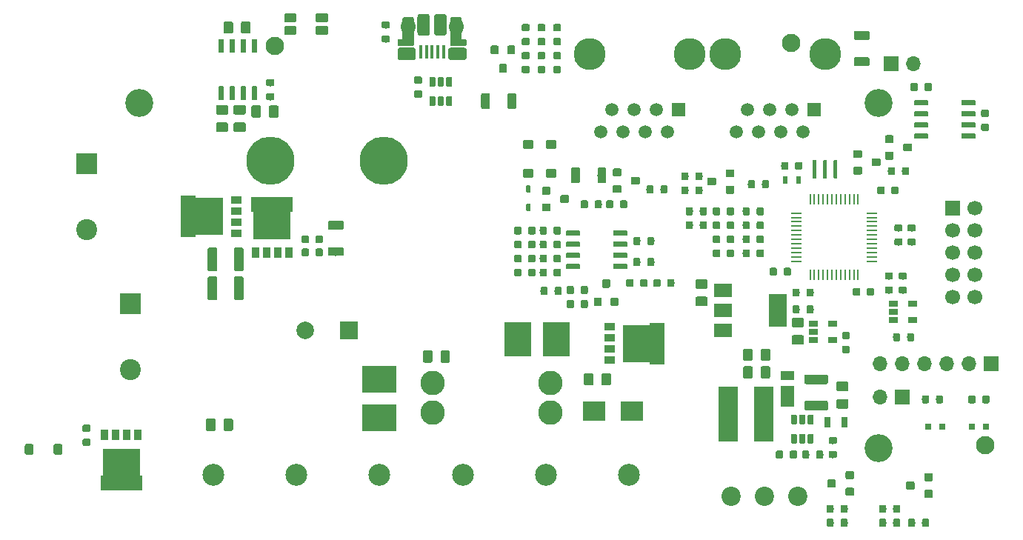
<source format=gbr>
%TF.GenerationSoftware,KiCad,Pcbnew,(2017-11-18 revision ff5ee05de)-makepkg*%
%TF.CreationDate,2017-12-11T11:21:48+01:00*%
%TF.ProjectId,MPPT_charger_20A,4D5050545F636861726765725F323041,0.9*%
%TF.SameCoordinates,Original*%
%TF.FileFunction,Soldermask,Top*%
%TF.FilePolarity,Negative*%
%FSLAX46Y46*%
G04 Gerber Fmt 4.6, Leading zero omitted, Abs format (unit mm)*
G04 Created by KiCad (PCBNEW (2017-11-18 revision ff5ee05de)-makepkg) date 12/11/17 11:21:48*
%MOMM*%
%LPD*%
G01*
G04 APERTURE LIST*
%ADD10C,2.500000*%
%ADD11C,2.800000*%
%ADD12R,1.300000X0.850000*%
%ADD13R,1.700000X4.850000*%
%ADD14R,3.250000X4.350000*%
%ADD15R,0.850000X1.300000*%
%ADD16R,4.850000X1.700000*%
%ADD17R,4.350000X3.250000*%
%ADD18C,0.100000*%
%ADD19C,1.100000*%
%ADD20C,0.800000*%
%ADD21C,0.900000*%
%ADD22O,1.700000X1.700000*%
%ADD23R,1.700000X1.700000*%
%ADD24C,5.500000*%
%ADD25R,2.500000X2.300000*%
%ADD26C,0.500000*%
%ADD27C,0.600000*%
%ADD28C,2.100000*%
%ADD29C,0.650000*%
%ADD30C,0.400000*%
%ADD31R,0.800000X0.800000*%
%ADD32C,1.050000*%
%ADD33C,1.000000*%
%ADD34R,1.500000X2.400000*%
%ADD35R,1.500000X1.050000*%
%ADD36R,2.200000X6.300000*%
%ADD37C,1.700000*%
%ADD38C,3.200000*%
%ADD39R,2.000000X2.000000*%
%ADD40C,2.000000*%
%ADD41R,4.000000X3.100000*%
%ADD42C,2.200000*%
%ADD43C,1.430000*%
%ADD44O,1.800000X1.800000*%
%ADD45R,0.400000X1.650000*%
%ADD46C,1.400000*%
%ADD47C,1.300000*%
%ADD48C,2.400000*%
%ADD49R,2.400000X2.400000*%
%ADD50R,1.060000X0.650000*%
%ADD51C,1.500000*%
%ADD52R,1.500000X1.500000*%
%ADD53C,3.650000*%
%ADD54R,0.250000X1.300000*%
%ADD55R,1.300000X0.250000*%
%ADD56R,2.000000X3.800000*%
%ADD57R,2.000000X1.500000*%
%ADD58R,3.100000X4.000000*%
%ADD59R,0.500000X0.900000*%
%ADD60R,0.700000X1.300000*%
G04 APERTURE END LIST*
D10*
%TO.C,J1*%
X131500000Y-130500000D03*
X122000000Y-130500000D03*
%TD*%
%TO.C,J2*%
X169500000Y-130500000D03*
X160000000Y-130500000D03*
%TD*%
%TO.C,J3*%
X150500000Y-130500000D03*
X141000000Y-130500000D03*
%TD*%
D11*
%TO.C,F1*%
X147030000Y-120000000D03*
X147030000Y-123400000D03*
X160500000Y-120000000D03*
X160500000Y-123400000D03*
%TD*%
D12*
%TO.C,Q3*%
X167275000Y-114865000D03*
X167275000Y-113595000D03*
X167275000Y-116135000D03*
D13*
X172750000Y-115500000D03*
D14*
X170450000Y-115500000D03*
D12*
X167275000Y-117405000D03*
%TD*%
D15*
%TO.C,Q2*%
X112135000Y-125975000D03*
X113405000Y-125975000D03*
X110865000Y-125975000D03*
D16*
X111500000Y-131450000D03*
D17*
X111500000Y-129150000D03*
D15*
X109595000Y-125975000D03*
%TD*%
D12*
%TO.C,Q1*%
X124625000Y-101635000D03*
X124625000Y-102905000D03*
X124625000Y-100365000D03*
D13*
X119150000Y-101000000D03*
D14*
X121450000Y-101000000D03*
D12*
X124625000Y-99095000D03*
%TD*%
D15*
%TO.C,Q4*%
X128065000Y-105125000D03*
X126795000Y-105125000D03*
X129335000Y-105125000D03*
D16*
X128700000Y-99650000D03*
D17*
X128700000Y-101950000D03*
D15*
X130605000Y-105125000D03*
%TD*%
D18*
%TO.C,C23*%
G36*
X189301564Y-114551059D02*
X189322920Y-114554227D01*
X189343863Y-114559473D01*
X189364190Y-114566747D01*
X189383707Y-114575977D01*
X189402225Y-114587077D01*
X189419567Y-114599938D01*
X189435563Y-114614437D01*
X189450062Y-114630433D01*
X189462923Y-114647775D01*
X189474023Y-114666293D01*
X189483253Y-114685810D01*
X189490527Y-114706137D01*
X189495773Y-114727080D01*
X189498941Y-114748436D01*
X189500000Y-114770000D01*
X189500000Y-115430000D01*
X189498941Y-115451564D01*
X189495773Y-115472920D01*
X189490527Y-115493863D01*
X189483253Y-115514190D01*
X189474023Y-115533707D01*
X189462923Y-115552225D01*
X189450062Y-115569567D01*
X189435563Y-115585563D01*
X189419567Y-115600062D01*
X189402225Y-115612923D01*
X189383707Y-115624023D01*
X189364190Y-115633253D01*
X189343863Y-115640527D01*
X189322920Y-115645773D01*
X189301564Y-115648941D01*
X189280000Y-115650000D01*
X188320000Y-115650000D01*
X188298436Y-115648941D01*
X188277080Y-115645773D01*
X188256137Y-115640527D01*
X188235810Y-115633253D01*
X188216293Y-115624023D01*
X188197775Y-115612923D01*
X188180433Y-115600062D01*
X188164437Y-115585563D01*
X188149938Y-115569567D01*
X188137077Y-115552225D01*
X188125977Y-115533707D01*
X188116747Y-115514190D01*
X188109473Y-115493863D01*
X188104227Y-115472920D01*
X188101059Y-115451564D01*
X188100000Y-115430000D01*
X188100000Y-114770000D01*
X188101059Y-114748436D01*
X188104227Y-114727080D01*
X188109473Y-114706137D01*
X188116747Y-114685810D01*
X188125977Y-114666293D01*
X188137077Y-114647775D01*
X188149938Y-114630433D01*
X188164437Y-114614437D01*
X188180433Y-114599938D01*
X188197775Y-114587077D01*
X188216293Y-114575977D01*
X188235810Y-114566747D01*
X188256137Y-114559473D01*
X188277080Y-114554227D01*
X188298436Y-114551059D01*
X188320000Y-114550000D01*
X189280000Y-114550000D01*
X189301564Y-114551059D01*
X189301564Y-114551059D01*
G37*
D19*
X188800000Y-115100000D03*
D18*
G36*
X189301564Y-112551059D02*
X189322920Y-112554227D01*
X189343863Y-112559473D01*
X189364190Y-112566747D01*
X189383707Y-112575977D01*
X189402225Y-112587077D01*
X189419567Y-112599938D01*
X189435563Y-112614437D01*
X189450062Y-112630433D01*
X189462923Y-112647775D01*
X189474023Y-112666293D01*
X189483253Y-112685810D01*
X189490527Y-112706137D01*
X189495773Y-112727080D01*
X189498941Y-112748436D01*
X189500000Y-112770000D01*
X189500000Y-113430000D01*
X189498941Y-113451564D01*
X189495773Y-113472920D01*
X189490527Y-113493863D01*
X189483253Y-113514190D01*
X189474023Y-113533707D01*
X189462923Y-113552225D01*
X189450062Y-113569567D01*
X189435563Y-113585563D01*
X189419567Y-113600062D01*
X189402225Y-113612923D01*
X189383707Y-113624023D01*
X189364190Y-113633253D01*
X189343863Y-113640527D01*
X189322920Y-113645773D01*
X189301564Y-113648941D01*
X189280000Y-113650000D01*
X188320000Y-113650000D01*
X188298436Y-113648941D01*
X188277080Y-113645773D01*
X188256137Y-113640527D01*
X188235810Y-113633253D01*
X188216293Y-113624023D01*
X188197775Y-113612923D01*
X188180433Y-113600062D01*
X188164437Y-113585563D01*
X188149938Y-113569567D01*
X188137077Y-113552225D01*
X188125977Y-113533707D01*
X188116747Y-113514190D01*
X188109473Y-113493863D01*
X188104227Y-113472920D01*
X188101059Y-113451564D01*
X188100000Y-113430000D01*
X188100000Y-112770000D01*
X188101059Y-112748436D01*
X188104227Y-112727080D01*
X188109473Y-112706137D01*
X188116747Y-112685810D01*
X188125977Y-112666293D01*
X188137077Y-112647775D01*
X188149938Y-112630433D01*
X188164437Y-112614437D01*
X188180433Y-112599938D01*
X188197775Y-112587077D01*
X188216293Y-112575977D01*
X188235810Y-112566747D01*
X188256137Y-112559473D01*
X188277080Y-112554227D01*
X188298436Y-112551059D01*
X188320000Y-112550000D01*
X189280000Y-112550000D01*
X189301564Y-112551059D01*
X189301564Y-112551059D01*
G37*
D19*
X188800000Y-113100000D03*
%TD*%
D18*
%TO.C,C12*%
G36*
X126051564Y-78701059D02*
X126072920Y-78704227D01*
X126093863Y-78709473D01*
X126114190Y-78716747D01*
X126133707Y-78725977D01*
X126152225Y-78737077D01*
X126169567Y-78749938D01*
X126185563Y-78764437D01*
X126200062Y-78780433D01*
X126212923Y-78797775D01*
X126224023Y-78816293D01*
X126233253Y-78835810D01*
X126240527Y-78856137D01*
X126245773Y-78877080D01*
X126248941Y-78898436D01*
X126250000Y-78920000D01*
X126250000Y-79880000D01*
X126248941Y-79901564D01*
X126245773Y-79922920D01*
X126240527Y-79943863D01*
X126233253Y-79964190D01*
X126224023Y-79983707D01*
X126212923Y-80002225D01*
X126200062Y-80019567D01*
X126185563Y-80035563D01*
X126169567Y-80050062D01*
X126152225Y-80062923D01*
X126133707Y-80074023D01*
X126114190Y-80083253D01*
X126093863Y-80090527D01*
X126072920Y-80095773D01*
X126051564Y-80098941D01*
X126030000Y-80100000D01*
X125370000Y-80100000D01*
X125348436Y-80098941D01*
X125327080Y-80095773D01*
X125306137Y-80090527D01*
X125285810Y-80083253D01*
X125266293Y-80074023D01*
X125247775Y-80062923D01*
X125230433Y-80050062D01*
X125214437Y-80035563D01*
X125199938Y-80019567D01*
X125187077Y-80002225D01*
X125175977Y-79983707D01*
X125166747Y-79964190D01*
X125159473Y-79943863D01*
X125154227Y-79922920D01*
X125151059Y-79901564D01*
X125150000Y-79880000D01*
X125150000Y-78920000D01*
X125151059Y-78898436D01*
X125154227Y-78877080D01*
X125159473Y-78856137D01*
X125166747Y-78835810D01*
X125175977Y-78816293D01*
X125187077Y-78797775D01*
X125199938Y-78780433D01*
X125214437Y-78764437D01*
X125230433Y-78749938D01*
X125247775Y-78737077D01*
X125266293Y-78725977D01*
X125285810Y-78716747D01*
X125306137Y-78709473D01*
X125327080Y-78704227D01*
X125348436Y-78701059D01*
X125370000Y-78700000D01*
X126030000Y-78700000D01*
X126051564Y-78701059D01*
X126051564Y-78701059D01*
G37*
D19*
X125700000Y-79400000D03*
D18*
G36*
X124051564Y-78701059D02*
X124072920Y-78704227D01*
X124093863Y-78709473D01*
X124114190Y-78716747D01*
X124133707Y-78725977D01*
X124152225Y-78737077D01*
X124169567Y-78749938D01*
X124185563Y-78764437D01*
X124200062Y-78780433D01*
X124212923Y-78797775D01*
X124224023Y-78816293D01*
X124233253Y-78835810D01*
X124240527Y-78856137D01*
X124245773Y-78877080D01*
X124248941Y-78898436D01*
X124250000Y-78920000D01*
X124250000Y-79880000D01*
X124248941Y-79901564D01*
X124245773Y-79922920D01*
X124240527Y-79943863D01*
X124233253Y-79964190D01*
X124224023Y-79983707D01*
X124212923Y-80002225D01*
X124200062Y-80019567D01*
X124185563Y-80035563D01*
X124169567Y-80050062D01*
X124152225Y-80062923D01*
X124133707Y-80074023D01*
X124114190Y-80083253D01*
X124093863Y-80090527D01*
X124072920Y-80095773D01*
X124051564Y-80098941D01*
X124030000Y-80100000D01*
X123370000Y-80100000D01*
X123348436Y-80098941D01*
X123327080Y-80095773D01*
X123306137Y-80090527D01*
X123285810Y-80083253D01*
X123266293Y-80074023D01*
X123247775Y-80062923D01*
X123230433Y-80050062D01*
X123214437Y-80035563D01*
X123199938Y-80019567D01*
X123187077Y-80002225D01*
X123175977Y-79983707D01*
X123166747Y-79964190D01*
X123159473Y-79943863D01*
X123154227Y-79922920D01*
X123151059Y-79901564D01*
X123150000Y-79880000D01*
X123150000Y-78920000D01*
X123151059Y-78898436D01*
X123154227Y-78877080D01*
X123159473Y-78856137D01*
X123166747Y-78835810D01*
X123175977Y-78816293D01*
X123187077Y-78797775D01*
X123199938Y-78780433D01*
X123214437Y-78764437D01*
X123230433Y-78749938D01*
X123247775Y-78737077D01*
X123266293Y-78725977D01*
X123285810Y-78716747D01*
X123306137Y-78709473D01*
X123327080Y-78704227D01*
X123348436Y-78701059D01*
X123370000Y-78700000D01*
X124030000Y-78700000D01*
X124051564Y-78701059D01*
X124051564Y-78701059D01*
G37*
D19*
X123700000Y-79400000D03*
%TD*%
D18*
%TO.C,R35*%
G36*
X200605683Y-101900770D02*
X200621214Y-101903074D01*
X200636446Y-101906890D01*
X200651229Y-101912179D01*
X200665423Y-101918893D01*
X200678891Y-101926965D01*
X200691503Y-101936318D01*
X200703137Y-101946863D01*
X200713682Y-101958497D01*
X200723035Y-101971109D01*
X200731107Y-101984577D01*
X200737821Y-101998771D01*
X200743110Y-102013554D01*
X200746926Y-102028786D01*
X200749230Y-102044317D01*
X200750000Y-102060000D01*
X200750000Y-102540000D01*
X200749230Y-102555683D01*
X200746926Y-102571214D01*
X200743110Y-102586446D01*
X200737821Y-102601229D01*
X200731107Y-102615423D01*
X200723035Y-102628891D01*
X200713682Y-102641503D01*
X200703137Y-102653137D01*
X200691503Y-102663682D01*
X200678891Y-102673035D01*
X200665423Y-102681107D01*
X200651229Y-102687821D01*
X200636446Y-102693110D01*
X200621214Y-102696926D01*
X200605683Y-102699230D01*
X200590000Y-102700000D01*
X200010000Y-102700000D01*
X199994317Y-102699230D01*
X199978786Y-102696926D01*
X199963554Y-102693110D01*
X199948771Y-102687821D01*
X199934577Y-102681107D01*
X199921109Y-102673035D01*
X199908497Y-102663682D01*
X199896863Y-102653137D01*
X199886318Y-102641503D01*
X199876965Y-102628891D01*
X199868893Y-102615423D01*
X199862179Y-102601229D01*
X199856890Y-102586446D01*
X199853074Y-102571214D01*
X199850770Y-102555683D01*
X199850000Y-102540000D01*
X199850000Y-102060000D01*
X199850770Y-102044317D01*
X199853074Y-102028786D01*
X199856890Y-102013554D01*
X199862179Y-101998771D01*
X199868893Y-101984577D01*
X199876965Y-101971109D01*
X199886318Y-101958497D01*
X199896863Y-101946863D01*
X199908497Y-101936318D01*
X199921109Y-101926965D01*
X199934577Y-101918893D01*
X199948771Y-101912179D01*
X199963554Y-101906890D01*
X199978786Y-101903074D01*
X199994317Y-101900770D01*
X200010000Y-101900000D01*
X200590000Y-101900000D01*
X200605683Y-101900770D01*
X200605683Y-101900770D01*
G37*
D20*
X200300000Y-102300000D03*
D18*
G36*
X200605683Y-103500770D02*
X200621214Y-103503074D01*
X200636446Y-103506890D01*
X200651229Y-103512179D01*
X200665423Y-103518893D01*
X200678891Y-103526965D01*
X200691503Y-103536318D01*
X200703137Y-103546863D01*
X200713682Y-103558497D01*
X200723035Y-103571109D01*
X200731107Y-103584577D01*
X200737821Y-103598771D01*
X200743110Y-103613554D01*
X200746926Y-103628786D01*
X200749230Y-103644317D01*
X200750000Y-103660000D01*
X200750000Y-104140000D01*
X200749230Y-104155683D01*
X200746926Y-104171214D01*
X200743110Y-104186446D01*
X200737821Y-104201229D01*
X200731107Y-104215423D01*
X200723035Y-104228891D01*
X200713682Y-104241503D01*
X200703137Y-104253137D01*
X200691503Y-104263682D01*
X200678891Y-104273035D01*
X200665423Y-104281107D01*
X200651229Y-104287821D01*
X200636446Y-104293110D01*
X200621214Y-104296926D01*
X200605683Y-104299230D01*
X200590000Y-104300000D01*
X200010000Y-104300000D01*
X199994317Y-104299230D01*
X199978786Y-104296926D01*
X199963554Y-104293110D01*
X199948771Y-104287821D01*
X199934577Y-104281107D01*
X199921109Y-104273035D01*
X199908497Y-104263682D01*
X199896863Y-104253137D01*
X199886318Y-104241503D01*
X199876965Y-104228891D01*
X199868893Y-104215423D01*
X199862179Y-104201229D01*
X199856890Y-104186446D01*
X199853074Y-104171214D01*
X199850770Y-104155683D01*
X199850000Y-104140000D01*
X199850000Y-103660000D01*
X199850770Y-103644317D01*
X199853074Y-103628786D01*
X199856890Y-103613554D01*
X199862179Y-103598771D01*
X199868893Y-103584577D01*
X199876965Y-103571109D01*
X199886318Y-103558497D01*
X199896863Y-103546863D01*
X199908497Y-103536318D01*
X199921109Y-103526965D01*
X199934577Y-103518893D01*
X199948771Y-103512179D01*
X199963554Y-103506890D01*
X199978786Y-103503074D01*
X199994317Y-103500770D01*
X200010000Y-103500000D01*
X200590000Y-103500000D01*
X200605683Y-103500770D01*
X200605683Y-103500770D01*
G37*
D20*
X200300000Y-103900000D03*
%TD*%
D18*
%TO.C,Q6*%
G36*
X195987643Y-93400867D02*
X196005116Y-93403459D01*
X196022251Y-93407751D01*
X196038883Y-93413702D01*
X196054851Y-93421254D01*
X196070003Y-93430335D01*
X196084191Y-93440858D01*
X196097279Y-93452721D01*
X196109142Y-93465809D01*
X196119665Y-93479997D01*
X196128746Y-93495149D01*
X196136298Y-93511117D01*
X196142249Y-93527749D01*
X196146541Y-93544884D01*
X196149133Y-93562357D01*
X196150000Y-93580000D01*
X196150000Y-94120000D01*
X196149133Y-94137643D01*
X196146541Y-94155116D01*
X196142249Y-94172251D01*
X196136298Y-94188883D01*
X196128746Y-94204851D01*
X196119665Y-94220003D01*
X196109142Y-94234191D01*
X196097279Y-94247279D01*
X196084191Y-94259142D01*
X196070003Y-94269665D01*
X196054851Y-94278746D01*
X196038883Y-94286298D01*
X196022251Y-94292249D01*
X196005116Y-94296541D01*
X195987643Y-94299133D01*
X195970000Y-94300000D01*
X195330000Y-94300000D01*
X195312357Y-94299133D01*
X195294884Y-94296541D01*
X195277749Y-94292249D01*
X195261117Y-94286298D01*
X195245149Y-94278746D01*
X195229997Y-94269665D01*
X195215809Y-94259142D01*
X195202721Y-94247279D01*
X195190858Y-94234191D01*
X195180335Y-94220003D01*
X195171254Y-94204851D01*
X195163702Y-94188883D01*
X195157751Y-94172251D01*
X195153459Y-94155116D01*
X195150867Y-94137643D01*
X195150000Y-94120000D01*
X195150000Y-93580000D01*
X195150867Y-93562357D01*
X195153459Y-93544884D01*
X195157751Y-93527749D01*
X195163702Y-93511117D01*
X195171254Y-93495149D01*
X195180335Y-93479997D01*
X195190858Y-93465809D01*
X195202721Y-93452721D01*
X195215809Y-93440858D01*
X195229997Y-93430335D01*
X195245149Y-93421254D01*
X195261117Y-93413702D01*
X195277749Y-93407751D01*
X195294884Y-93403459D01*
X195312357Y-93400867D01*
X195330000Y-93400000D01*
X195970000Y-93400000D01*
X195987643Y-93400867D01*
X195987643Y-93400867D01*
G37*
D21*
X195650000Y-93850000D03*
D18*
G36*
X195987643Y-95300867D02*
X196005116Y-95303459D01*
X196022251Y-95307751D01*
X196038883Y-95313702D01*
X196054851Y-95321254D01*
X196070003Y-95330335D01*
X196084191Y-95340858D01*
X196097279Y-95352721D01*
X196109142Y-95365809D01*
X196119665Y-95379997D01*
X196128746Y-95395149D01*
X196136298Y-95411117D01*
X196142249Y-95427749D01*
X196146541Y-95444884D01*
X196149133Y-95462357D01*
X196150000Y-95480000D01*
X196150000Y-96020000D01*
X196149133Y-96037643D01*
X196146541Y-96055116D01*
X196142249Y-96072251D01*
X196136298Y-96088883D01*
X196128746Y-96104851D01*
X196119665Y-96120003D01*
X196109142Y-96134191D01*
X196097279Y-96147279D01*
X196084191Y-96159142D01*
X196070003Y-96169665D01*
X196054851Y-96178746D01*
X196038883Y-96186298D01*
X196022251Y-96192249D01*
X196005116Y-96196541D01*
X195987643Y-96199133D01*
X195970000Y-96200000D01*
X195330000Y-96200000D01*
X195312357Y-96199133D01*
X195294884Y-96196541D01*
X195277749Y-96192249D01*
X195261117Y-96186298D01*
X195245149Y-96178746D01*
X195229997Y-96169665D01*
X195215809Y-96159142D01*
X195202721Y-96147279D01*
X195190858Y-96134191D01*
X195180335Y-96120003D01*
X195171254Y-96104851D01*
X195163702Y-96088883D01*
X195157751Y-96072251D01*
X195153459Y-96055116D01*
X195150867Y-96037643D01*
X195150000Y-96020000D01*
X195150000Y-95480000D01*
X195150867Y-95462357D01*
X195153459Y-95444884D01*
X195157751Y-95427749D01*
X195163702Y-95411117D01*
X195171254Y-95395149D01*
X195180335Y-95379997D01*
X195190858Y-95365809D01*
X195202721Y-95352721D01*
X195215809Y-95340858D01*
X195229997Y-95330335D01*
X195245149Y-95321254D01*
X195261117Y-95313702D01*
X195277749Y-95307751D01*
X195294884Y-95303459D01*
X195312357Y-95300867D01*
X195330000Y-95300000D01*
X195970000Y-95300000D01*
X195987643Y-95300867D01*
X195987643Y-95300867D01*
G37*
D21*
X195650000Y-95750000D03*
D18*
G36*
X198087643Y-94350867D02*
X198105116Y-94353459D01*
X198122251Y-94357751D01*
X198138883Y-94363702D01*
X198154851Y-94371254D01*
X198170003Y-94380335D01*
X198184191Y-94390858D01*
X198197279Y-94402721D01*
X198209142Y-94415809D01*
X198219665Y-94429997D01*
X198228746Y-94445149D01*
X198236298Y-94461117D01*
X198242249Y-94477749D01*
X198246541Y-94494884D01*
X198249133Y-94512357D01*
X198250000Y-94530000D01*
X198250000Y-95070000D01*
X198249133Y-95087643D01*
X198246541Y-95105116D01*
X198242249Y-95122251D01*
X198236298Y-95138883D01*
X198228746Y-95154851D01*
X198219665Y-95170003D01*
X198209142Y-95184191D01*
X198197279Y-95197279D01*
X198184191Y-95209142D01*
X198170003Y-95219665D01*
X198154851Y-95228746D01*
X198138883Y-95236298D01*
X198122251Y-95242249D01*
X198105116Y-95246541D01*
X198087643Y-95249133D01*
X198070000Y-95250000D01*
X197430000Y-95250000D01*
X197412357Y-95249133D01*
X197394884Y-95246541D01*
X197377749Y-95242249D01*
X197361117Y-95236298D01*
X197345149Y-95228746D01*
X197329997Y-95219665D01*
X197315809Y-95209142D01*
X197302721Y-95197279D01*
X197290858Y-95184191D01*
X197280335Y-95170003D01*
X197271254Y-95154851D01*
X197263702Y-95138883D01*
X197257751Y-95122251D01*
X197253459Y-95105116D01*
X197250867Y-95087643D01*
X197250000Y-95070000D01*
X197250000Y-94530000D01*
X197250867Y-94512357D01*
X197253459Y-94494884D01*
X197257751Y-94477749D01*
X197263702Y-94461117D01*
X197271254Y-94445149D01*
X197280335Y-94429997D01*
X197290858Y-94415809D01*
X197302721Y-94402721D01*
X197315809Y-94390858D01*
X197329997Y-94380335D01*
X197345149Y-94371254D01*
X197361117Y-94363702D01*
X197377749Y-94357751D01*
X197394884Y-94353459D01*
X197412357Y-94350867D01*
X197430000Y-94350000D01*
X198070000Y-94350000D01*
X198087643Y-94350867D01*
X198087643Y-94350867D01*
G37*
D21*
X197750000Y-94800000D03*
%TD*%
D22*
%TO.C,JP3*%
X202040000Y-83500000D03*
D23*
X199500000Y-83500000D03*
%TD*%
D24*
%TO.C,L1*%
X128500000Y-94600000D03*
X141500000Y-94600000D03*
%TD*%
D18*
%TO.C,C28*%
G36*
X172955683Y-108150770D02*
X172971214Y-108153074D01*
X172986446Y-108156890D01*
X173001229Y-108162179D01*
X173015423Y-108168893D01*
X173028891Y-108176965D01*
X173041503Y-108186318D01*
X173053137Y-108196863D01*
X173063682Y-108208497D01*
X173073035Y-108221109D01*
X173081107Y-108234577D01*
X173087821Y-108248771D01*
X173093110Y-108263554D01*
X173096926Y-108278786D01*
X173099230Y-108294317D01*
X173100000Y-108310000D01*
X173100000Y-108890000D01*
X173099230Y-108905683D01*
X173096926Y-108921214D01*
X173093110Y-108936446D01*
X173087821Y-108951229D01*
X173081107Y-108965423D01*
X173073035Y-108978891D01*
X173063682Y-108991503D01*
X173053137Y-109003137D01*
X173041503Y-109013682D01*
X173028891Y-109023035D01*
X173015423Y-109031107D01*
X173001229Y-109037821D01*
X172986446Y-109043110D01*
X172971214Y-109046926D01*
X172955683Y-109049230D01*
X172940000Y-109050000D01*
X172460000Y-109050000D01*
X172444317Y-109049230D01*
X172428786Y-109046926D01*
X172413554Y-109043110D01*
X172398771Y-109037821D01*
X172384577Y-109031107D01*
X172371109Y-109023035D01*
X172358497Y-109013682D01*
X172346863Y-109003137D01*
X172336318Y-108991503D01*
X172326965Y-108978891D01*
X172318893Y-108965423D01*
X172312179Y-108951229D01*
X172306890Y-108936446D01*
X172303074Y-108921214D01*
X172300770Y-108905683D01*
X172300000Y-108890000D01*
X172300000Y-108310000D01*
X172300770Y-108294317D01*
X172303074Y-108278786D01*
X172306890Y-108263554D01*
X172312179Y-108248771D01*
X172318893Y-108234577D01*
X172326965Y-108221109D01*
X172336318Y-108208497D01*
X172346863Y-108196863D01*
X172358497Y-108186318D01*
X172371109Y-108176965D01*
X172384577Y-108168893D01*
X172398771Y-108162179D01*
X172413554Y-108156890D01*
X172428786Y-108153074D01*
X172444317Y-108150770D01*
X172460000Y-108150000D01*
X172940000Y-108150000D01*
X172955683Y-108150770D01*
X172955683Y-108150770D01*
G37*
D20*
X172700000Y-108600000D03*
D18*
G36*
X174555683Y-108150770D02*
X174571214Y-108153074D01*
X174586446Y-108156890D01*
X174601229Y-108162179D01*
X174615423Y-108168893D01*
X174628891Y-108176965D01*
X174641503Y-108186318D01*
X174653137Y-108196863D01*
X174663682Y-108208497D01*
X174673035Y-108221109D01*
X174681107Y-108234577D01*
X174687821Y-108248771D01*
X174693110Y-108263554D01*
X174696926Y-108278786D01*
X174699230Y-108294317D01*
X174700000Y-108310000D01*
X174700000Y-108890000D01*
X174699230Y-108905683D01*
X174696926Y-108921214D01*
X174693110Y-108936446D01*
X174687821Y-108951229D01*
X174681107Y-108965423D01*
X174673035Y-108978891D01*
X174663682Y-108991503D01*
X174653137Y-109003137D01*
X174641503Y-109013682D01*
X174628891Y-109023035D01*
X174615423Y-109031107D01*
X174601229Y-109037821D01*
X174586446Y-109043110D01*
X174571214Y-109046926D01*
X174555683Y-109049230D01*
X174540000Y-109050000D01*
X174060000Y-109050000D01*
X174044317Y-109049230D01*
X174028786Y-109046926D01*
X174013554Y-109043110D01*
X173998771Y-109037821D01*
X173984577Y-109031107D01*
X173971109Y-109023035D01*
X173958497Y-109013682D01*
X173946863Y-109003137D01*
X173936318Y-108991503D01*
X173926965Y-108978891D01*
X173918893Y-108965423D01*
X173912179Y-108951229D01*
X173906890Y-108936446D01*
X173903074Y-108921214D01*
X173900770Y-108905683D01*
X173900000Y-108890000D01*
X173900000Y-108310000D01*
X173900770Y-108294317D01*
X173903074Y-108278786D01*
X173906890Y-108263554D01*
X173912179Y-108248771D01*
X173918893Y-108234577D01*
X173926965Y-108221109D01*
X173936318Y-108208497D01*
X173946863Y-108196863D01*
X173958497Y-108186318D01*
X173971109Y-108176965D01*
X173984577Y-108168893D01*
X173998771Y-108162179D01*
X174013554Y-108156890D01*
X174028786Y-108153074D01*
X174044317Y-108150770D01*
X174060000Y-108150000D01*
X174540000Y-108150000D01*
X174555683Y-108150770D01*
X174555683Y-108150770D01*
G37*
D20*
X174300000Y-108600000D03*
%TD*%
D18*
%TO.C,C27*%
G36*
X167251564Y-118901059D02*
X167272920Y-118904227D01*
X167293863Y-118909473D01*
X167314190Y-118916747D01*
X167333707Y-118925977D01*
X167352225Y-118937077D01*
X167369567Y-118949938D01*
X167385563Y-118964437D01*
X167400062Y-118980433D01*
X167412923Y-118997775D01*
X167424023Y-119016293D01*
X167433253Y-119035810D01*
X167440527Y-119056137D01*
X167445773Y-119077080D01*
X167448941Y-119098436D01*
X167450000Y-119120000D01*
X167450000Y-120080000D01*
X167448941Y-120101564D01*
X167445773Y-120122920D01*
X167440527Y-120143863D01*
X167433253Y-120164190D01*
X167424023Y-120183707D01*
X167412923Y-120202225D01*
X167400062Y-120219567D01*
X167385563Y-120235563D01*
X167369567Y-120250062D01*
X167352225Y-120262923D01*
X167333707Y-120274023D01*
X167314190Y-120283253D01*
X167293863Y-120290527D01*
X167272920Y-120295773D01*
X167251564Y-120298941D01*
X167230000Y-120300000D01*
X166570000Y-120300000D01*
X166548436Y-120298941D01*
X166527080Y-120295773D01*
X166506137Y-120290527D01*
X166485810Y-120283253D01*
X166466293Y-120274023D01*
X166447775Y-120262923D01*
X166430433Y-120250062D01*
X166414437Y-120235563D01*
X166399938Y-120219567D01*
X166387077Y-120202225D01*
X166375977Y-120183707D01*
X166366747Y-120164190D01*
X166359473Y-120143863D01*
X166354227Y-120122920D01*
X166351059Y-120101564D01*
X166350000Y-120080000D01*
X166350000Y-119120000D01*
X166351059Y-119098436D01*
X166354227Y-119077080D01*
X166359473Y-119056137D01*
X166366747Y-119035810D01*
X166375977Y-119016293D01*
X166387077Y-118997775D01*
X166399938Y-118980433D01*
X166414437Y-118964437D01*
X166430433Y-118949938D01*
X166447775Y-118937077D01*
X166466293Y-118925977D01*
X166485810Y-118916747D01*
X166506137Y-118909473D01*
X166527080Y-118904227D01*
X166548436Y-118901059D01*
X166570000Y-118900000D01*
X167230000Y-118900000D01*
X167251564Y-118901059D01*
X167251564Y-118901059D01*
G37*
D19*
X166900000Y-119600000D03*
D18*
G36*
X165251564Y-118901059D02*
X165272920Y-118904227D01*
X165293863Y-118909473D01*
X165314190Y-118916747D01*
X165333707Y-118925977D01*
X165352225Y-118937077D01*
X165369567Y-118949938D01*
X165385563Y-118964437D01*
X165400062Y-118980433D01*
X165412923Y-118997775D01*
X165424023Y-119016293D01*
X165433253Y-119035810D01*
X165440527Y-119056137D01*
X165445773Y-119077080D01*
X165448941Y-119098436D01*
X165450000Y-119120000D01*
X165450000Y-120080000D01*
X165448941Y-120101564D01*
X165445773Y-120122920D01*
X165440527Y-120143863D01*
X165433253Y-120164190D01*
X165424023Y-120183707D01*
X165412923Y-120202225D01*
X165400062Y-120219567D01*
X165385563Y-120235563D01*
X165369567Y-120250062D01*
X165352225Y-120262923D01*
X165333707Y-120274023D01*
X165314190Y-120283253D01*
X165293863Y-120290527D01*
X165272920Y-120295773D01*
X165251564Y-120298941D01*
X165230000Y-120300000D01*
X164570000Y-120300000D01*
X164548436Y-120298941D01*
X164527080Y-120295773D01*
X164506137Y-120290527D01*
X164485810Y-120283253D01*
X164466293Y-120274023D01*
X164447775Y-120262923D01*
X164430433Y-120250062D01*
X164414437Y-120235563D01*
X164399938Y-120219567D01*
X164387077Y-120202225D01*
X164375977Y-120183707D01*
X164366747Y-120164190D01*
X164359473Y-120143863D01*
X164354227Y-120122920D01*
X164351059Y-120101564D01*
X164350000Y-120080000D01*
X164350000Y-119120000D01*
X164351059Y-119098436D01*
X164354227Y-119077080D01*
X164359473Y-119056137D01*
X164366747Y-119035810D01*
X164375977Y-119016293D01*
X164387077Y-118997775D01*
X164399938Y-118980433D01*
X164414437Y-118964437D01*
X164430433Y-118949938D01*
X164447775Y-118937077D01*
X164466293Y-118925977D01*
X164485810Y-118916747D01*
X164506137Y-118909473D01*
X164527080Y-118904227D01*
X164548436Y-118901059D01*
X164570000Y-118900000D01*
X165230000Y-118900000D01*
X165251564Y-118901059D01*
X165251564Y-118901059D01*
G37*
D19*
X164900000Y-119600000D03*
%TD*%
D18*
%TO.C,C7*%
G36*
X146851564Y-116301059D02*
X146872920Y-116304227D01*
X146893863Y-116309473D01*
X146914190Y-116316747D01*
X146933707Y-116325977D01*
X146952225Y-116337077D01*
X146969567Y-116349938D01*
X146985563Y-116364437D01*
X147000062Y-116380433D01*
X147012923Y-116397775D01*
X147024023Y-116416293D01*
X147033253Y-116435810D01*
X147040527Y-116456137D01*
X147045773Y-116477080D01*
X147048941Y-116498436D01*
X147050000Y-116520000D01*
X147050000Y-117480000D01*
X147048941Y-117501564D01*
X147045773Y-117522920D01*
X147040527Y-117543863D01*
X147033253Y-117564190D01*
X147024023Y-117583707D01*
X147012923Y-117602225D01*
X147000062Y-117619567D01*
X146985563Y-117635563D01*
X146969567Y-117650062D01*
X146952225Y-117662923D01*
X146933707Y-117674023D01*
X146914190Y-117683253D01*
X146893863Y-117690527D01*
X146872920Y-117695773D01*
X146851564Y-117698941D01*
X146830000Y-117700000D01*
X146170000Y-117700000D01*
X146148436Y-117698941D01*
X146127080Y-117695773D01*
X146106137Y-117690527D01*
X146085810Y-117683253D01*
X146066293Y-117674023D01*
X146047775Y-117662923D01*
X146030433Y-117650062D01*
X146014437Y-117635563D01*
X145999938Y-117619567D01*
X145987077Y-117602225D01*
X145975977Y-117583707D01*
X145966747Y-117564190D01*
X145959473Y-117543863D01*
X145954227Y-117522920D01*
X145951059Y-117501564D01*
X145950000Y-117480000D01*
X145950000Y-116520000D01*
X145951059Y-116498436D01*
X145954227Y-116477080D01*
X145959473Y-116456137D01*
X145966747Y-116435810D01*
X145975977Y-116416293D01*
X145987077Y-116397775D01*
X145999938Y-116380433D01*
X146014437Y-116364437D01*
X146030433Y-116349938D01*
X146047775Y-116337077D01*
X146066293Y-116325977D01*
X146085810Y-116316747D01*
X146106137Y-116309473D01*
X146127080Y-116304227D01*
X146148436Y-116301059D01*
X146170000Y-116300000D01*
X146830000Y-116300000D01*
X146851564Y-116301059D01*
X146851564Y-116301059D01*
G37*
D19*
X146500000Y-117000000D03*
D18*
G36*
X148851564Y-116301059D02*
X148872920Y-116304227D01*
X148893863Y-116309473D01*
X148914190Y-116316747D01*
X148933707Y-116325977D01*
X148952225Y-116337077D01*
X148969567Y-116349938D01*
X148985563Y-116364437D01*
X149000062Y-116380433D01*
X149012923Y-116397775D01*
X149024023Y-116416293D01*
X149033253Y-116435810D01*
X149040527Y-116456137D01*
X149045773Y-116477080D01*
X149048941Y-116498436D01*
X149050000Y-116520000D01*
X149050000Y-117480000D01*
X149048941Y-117501564D01*
X149045773Y-117522920D01*
X149040527Y-117543863D01*
X149033253Y-117564190D01*
X149024023Y-117583707D01*
X149012923Y-117602225D01*
X149000062Y-117619567D01*
X148985563Y-117635563D01*
X148969567Y-117650062D01*
X148952225Y-117662923D01*
X148933707Y-117674023D01*
X148914190Y-117683253D01*
X148893863Y-117690527D01*
X148872920Y-117695773D01*
X148851564Y-117698941D01*
X148830000Y-117700000D01*
X148170000Y-117700000D01*
X148148436Y-117698941D01*
X148127080Y-117695773D01*
X148106137Y-117690527D01*
X148085810Y-117683253D01*
X148066293Y-117674023D01*
X148047775Y-117662923D01*
X148030433Y-117650062D01*
X148014437Y-117635563D01*
X147999938Y-117619567D01*
X147987077Y-117602225D01*
X147975977Y-117583707D01*
X147966747Y-117564190D01*
X147959473Y-117543863D01*
X147954227Y-117522920D01*
X147951059Y-117501564D01*
X147950000Y-117480000D01*
X147950000Y-116520000D01*
X147951059Y-116498436D01*
X147954227Y-116477080D01*
X147959473Y-116456137D01*
X147966747Y-116435810D01*
X147975977Y-116416293D01*
X147987077Y-116397775D01*
X147999938Y-116380433D01*
X148014437Y-116364437D01*
X148030433Y-116349938D01*
X148047775Y-116337077D01*
X148066293Y-116325977D01*
X148085810Y-116316747D01*
X148106137Y-116309473D01*
X148127080Y-116304227D01*
X148148436Y-116301059D01*
X148170000Y-116300000D01*
X148830000Y-116300000D01*
X148851564Y-116301059D01*
X148851564Y-116301059D01*
G37*
D19*
X148500000Y-117000000D03*
%TD*%
D25*
%TO.C,D5*%
X165550000Y-123200000D03*
X169850000Y-123200000D03*
%TD*%
D18*
%TO.C,D8*%
G36*
X158159802Y-97450482D02*
X158169509Y-97451921D01*
X158179028Y-97454306D01*
X158188268Y-97457612D01*
X158197140Y-97461808D01*
X158205557Y-97466853D01*
X158213439Y-97472699D01*
X158220711Y-97479289D01*
X158227301Y-97486561D01*
X158233147Y-97494443D01*
X158238192Y-97502860D01*
X158242388Y-97511732D01*
X158245694Y-97520972D01*
X158248079Y-97530491D01*
X158249518Y-97540198D01*
X158250000Y-97550000D01*
X158250000Y-98150000D01*
X158249518Y-98159802D01*
X158248079Y-98169509D01*
X158245694Y-98179028D01*
X158242388Y-98188268D01*
X158238192Y-98197140D01*
X158233147Y-98205557D01*
X158227301Y-98213439D01*
X158220711Y-98220711D01*
X158213439Y-98227301D01*
X158205557Y-98233147D01*
X158197140Y-98238192D01*
X158188268Y-98242388D01*
X158179028Y-98245694D01*
X158169509Y-98248079D01*
X158159802Y-98249518D01*
X158150000Y-98250000D01*
X157850000Y-98250000D01*
X157840198Y-98249518D01*
X157830491Y-98248079D01*
X157820972Y-98245694D01*
X157811732Y-98242388D01*
X157802860Y-98238192D01*
X157794443Y-98233147D01*
X157786561Y-98227301D01*
X157779289Y-98220711D01*
X157772699Y-98213439D01*
X157766853Y-98205557D01*
X157761808Y-98197140D01*
X157757612Y-98188268D01*
X157754306Y-98179028D01*
X157751921Y-98169509D01*
X157750482Y-98159802D01*
X157750000Y-98150000D01*
X157750000Y-97550000D01*
X157750482Y-97540198D01*
X157751921Y-97530491D01*
X157754306Y-97520972D01*
X157757612Y-97511732D01*
X157761808Y-97502860D01*
X157766853Y-97494443D01*
X157772699Y-97486561D01*
X157779289Y-97479289D01*
X157786561Y-97472699D01*
X157794443Y-97466853D01*
X157802860Y-97461808D01*
X157811732Y-97457612D01*
X157820972Y-97454306D01*
X157830491Y-97451921D01*
X157840198Y-97450482D01*
X157850000Y-97450000D01*
X158150000Y-97450000D01*
X158159802Y-97450482D01*
X158159802Y-97450482D01*
G37*
D26*
X158000000Y-97850000D03*
D18*
G36*
X158159802Y-99550482D02*
X158169509Y-99551921D01*
X158179028Y-99554306D01*
X158188268Y-99557612D01*
X158197140Y-99561808D01*
X158205557Y-99566853D01*
X158213439Y-99572699D01*
X158220711Y-99579289D01*
X158227301Y-99586561D01*
X158233147Y-99594443D01*
X158238192Y-99602860D01*
X158242388Y-99611732D01*
X158245694Y-99620972D01*
X158248079Y-99630491D01*
X158249518Y-99640198D01*
X158250000Y-99650000D01*
X158250000Y-100250000D01*
X158249518Y-100259802D01*
X158248079Y-100269509D01*
X158245694Y-100279028D01*
X158242388Y-100288268D01*
X158238192Y-100297140D01*
X158233147Y-100305557D01*
X158227301Y-100313439D01*
X158220711Y-100320711D01*
X158213439Y-100327301D01*
X158205557Y-100333147D01*
X158197140Y-100338192D01*
X158188268Y-100342388D01*
X158179028Y-100345694D01*
X158169509Y-100348079D01*
X158159802Y-100349518D01*
X158150000Y-100350000D01*
X157850000Y-100350000D01*
X157840198Y-100349518D01*
X157830491Y-100348079D01*
X157820972Y-100345694D01*
X157811732Y-100342388D01*
X157802860Y-100338192D01*
X157794443Y-100333147D01*
X157786561Y-100327301D01*
X157779289Y-100320711D01*
X157772699Y-100313439D01*
X157766853Y-100305557D01*
X157761808Y-100297140D01*
X157757612Y-100288268D01*
X157754306Y-100279028D01*
X157751921Y-100269509D01*
X157750482Y-100259802D01*
X157750000Y-100250000D01*
X157750000Y-99650000D01*
X157750482Y-99640198D01*
X157751921Y-99630491D01*
X157754306Y-99620972D01*
X157757612Y-99611732D01*
X157761808Y-99602860D01*
X157766853Y-99594443D01*
X157772699Y-99586561D01*
X157779289Y-99579289D01*
X157786561Y-99572699D01*
X157794443Y-99566853D01*
X157802860Y-99561808D01*
X157811732Y-99557612D01*
X157820972Y-99554306D01*
X157830491Y-99551921D01*
X157840198Y-99550482D01*
X157850000Y-99550000D01*
X158150000Y-99550000D01*
X158159802Y-99550482D01*
X158159802Y-99550482D01*
G37*
D26*
X158000000Y-99950000D03*
%TD*%
D18*
%TO.C,R5*%
G36*
X199755683Y-95350770D02*
X199771214Y-95353074D01*
X199786446Y-95356890D01*
X199801229Y-95362179D01*
X199815423Y-95368893D01*
X199828891Y-95376965D01*
X199841503Y-95386318D01*
X199853137Y-95396863D01*
X199863682Y-95408497D01*
X199873035Y-95421109D01*
X199881107Y-95434577D01*
X199887821Y-95448771D01*
X199893110Y-95463554D01*
X199896926Y-95478786D01*
X199899230Y-95494317D01*
X199900000Y-95510000D01*
X199900000Y-96090000D01*
X199899230Y-96105683D01*
X199896926Y-96121214D01*
X199893110Y-96136446D01*
X199887821Y-96151229D01*
X199881107Y-96165423D01*
X199873035Y-96178891D01*
X199863682Y-96191503D01*
X199853137Y-96203137D01*
X199841503Y-96213682D01*
X199828891Y-96223035D01*
X199815423Y-96231107D01*
X199801229Y-96237821D01*
X199786446Y-96243110D01*
X199771214Y-96246926D01*
X199755683Y-96249230D01*
X199740000Y-96250000D01*
X199260000Y-96250000D01*
X199244317Y-96249230D01*
X199228786Y-96246926D01*
X199213554Y-96243110D01*
X199198771Y-96237821D01*
X199184577Y-96231107D01*
X199171109Y-96223035D01*
X199158497Y-96213682D01*
X199146863Y-96203137D01*
X199136318Y-96191503D01*
X199126965Y-96178891D01*
X199118893Y-96165423D01*
X199112179Y-96151229D01*
X199106890Y-96136446D01*
X199103074Y-96121214D01*
X199100770Y-96105683D01*
X199100000Y-96090000D01*
X199100000Y-95510000D01*
X199100770Y-95494317D01*
X199103074Y-95478786D01*
X199106890Y-95463554D01*
X199112179Y-95448771D01*
X199118893Y-95434577D01*
X199126965Y-95421109D01*
X199136318Y-95408497D01*
X199146863Y-95396863D01*
X199158497Y-95386318D01*
X199171109Y-95376965D01*
X199184577Y-95368893D01*
X199198771Y-95362179D01*
X199213554Y-95356890D01*
X199228786Y-95353074D01*
X199244317Y-95350770D01*
X199260000Y-95350000D01*
X199740000Y-95350000D01*
X199755683Y-95350770D01*
X199755683Y-95350770D01*
G37*
D20*
X199500000Y-95800000D03*
D18*
G36*
X201355683Y-95350770D02*
X201371214Y-95353074D01*
X201386446Y-95356890D01*
X201401229Y-95362179D01*
X201415423Y-95368893D01*
X201428891Y-95376965D01*
X201441503Y-95386318D01*
X201453137Y-95396863D01*
X201463682Y-95408497D01*
X201473035Y-95421109D01*
X201481107Y-95434577D01*
X201487821Y-95448771D01*
X201493110Y-95463554D01*
X201496926Y-95478786D01*
X201499230Y-95494317D01*
X201500000Y-95510000D01*
X201500000Y-96090000D01*
X201499230Y-96105683D01*
X201496926Y-96121214D01*
X201493110Y-96136446D01*
X201487821Y-96151229D01*
X201481107Y-96165423D01*
X201473035Y-96178891D01*
X201463682Y-96191503D01*
X201453137Y-96203137D01*
X201441503Y-96213682D01*
X201428891Y-96223035D01*
X201415423Y-96231107D01*
X201401229Y-96237821D01*
X201386446Y-96243110D01*
X201371214Y-96246926D01*
X201355683Y-96249230D01*
X201340000Y-96250000D01*
X200860000Y-96250000D01*
X200844317Y-96249230D01*
X200828786Y-96246926D01*
X200813554Y-96243110D01*
X200798771Y-96237821D01*
X200784577Y-96231107D01*
X200771109Y-96223035D01*
X200758497Y-96213682D01*
X200746863Y-96203137D01*
X200736318Y-96191503D01*
X200726965Y-96178891D01*
X200718893Y-96165423D01*
X200712179Y-96151229D01*
X200706890Y-96136446D01*
X200703074Y-96121214D01*
X200700770Y-96105683D01*
X200700000Y-96090000D01*
X200700000Y-95510000D01*
X200700770Y-95494317D01*
X200703074Y-95478786D01*
X200706890Y-95463554D01*
X200712179Y-95448771D01*
X200718893Y-95434577D01*
X200726965Y-95421109D01*
X200736318Y-95408497D01*
X200746863Y-95396863D01*
X200758497Y-95386318D01*
X200771109Y-95376965D01*
X200784577Y-95368893D01*
X200798771Y-95362179D01*
X200813554Y-95356890D01*
X200828786Y-95353074D01*
X200844317Y-95350770D01*
X200860000Y-95350000D01*
X201340000Y-95350000D01*
X201355683Y-95350770D01*
X201355683Y-95350770D01*
G37*
D20*
X201100000Y-95800000D03*
%TD*%
D18*
%TO.C,R49*%
G36*
X164655683Y-99150770D02*
X164671214Y-99153074D01*
X164686446Y-99156890D01*
X164701229Y-99162179D01*
X164715423Y-99168893D01*
X164728891Y-99176965D01*
X164741503Y-99186318D01*
X164753137Y-99196863D01*
X164763682Y-99208497D01*
X164773035Y-99221109D01*
X164781107Y-99234577D01*
X164787821Y-99248771D01*
X164793110Y-99263554D01*
X164796926Y-99278786D01*
X164799230Y-99294317D01*
X164800000Y-99310000D01*
X164800000Y-99890000D01*
X164799230Y-99905683D01*
X164796926Y-99921214D01*
X164793110Y-99936446D01*
X164787821Y-99951229D01*
X164781107Y-99965423D01*
X164773035Y-99978891D01*
X164763682Y-99991503D01*
X164753137Y-100003137D01*
X164741503Y-100013682D01*
X164728891Y-100023035D01*
X164715423Y-100031107D01*
X164701229Y-100037821D01*
X164686446Y-100043110D01*
X164671214Y-100046926D01*
X164655683Y-100049230D01*
X164640000Y-100050000D01*
X164160000Y-100050000D01*
X164144317Y-100049230D01*
X164128786Y-100046926D01*
X164113554Y-100043110D01*
X164098771Y-100037821D01*
X164084577Y-100031107D01*
X164071109Y-100023035D01*
X164058497Y-100013682D01*
X164046863Y-100003137D01*
X164036318Y-99991503D01*
X164026965Y-99978891D01*
X164018893Y-99965423D01*
X164012179Y-99951229D01*
X164006890Y-99936446D01*
X164003074Y-99921214D01*
X164000770Y-99905683D01*
X164000000Y-99890000D01*
X164000000Y-99310000D01*
X164000770Y-99294317D01*
X164003074Y-99278786D01*
X164006890Y-99263554D01*
X164012179Y-99248771D01*
X164018893Y-99234577D01*
X164026965Y-99221109D01*
X164036318Y-99208497D01*
X164046863Y-99196863D01*
X164058497Y-99186318D01*
X164071109Y-99176965D01*
X164084577Y-99168893D01*
X164098771Y-99162179D01*
X164113554Y-99156890D01*
X164128786Y-99153074D01*
X164144317Y-99150770D01*
X164160000Y-99150000D01*
X164640000Y-99150000D01*
X164655683Y-99150770D01*
X164655683Y-99150770D01*
G37*
D20*
X164400000Y-99600000D03*
D18*
G36*
X166255683Y-99150770D02*
X166271214Y-99153074D01*
X166286446Y-99156890D01*
X166301229Y-99162179D01*
X166315423Y-99168893D01*
X166328891Y-99176965D01*
X166341503Y-99186318D01*
X166353137Y-99196863D01*
X166363682Y-99208497D01*
X166373035Y-99221109D01*
X166381107Y-99234577D01*
X166387821Y-99248771D01*
X166393110Y-99263554D01*
X166396926Y-99278786D01*
X166399230Y-99294317D01*
X166400000Y-99310000D01*
X166400000Y-99890000D01*
X166399230Y-99905683D01*
X166396926Y-99921214D01*
X166393110Y-99936446D01*
X166387821Y-99951229D01*
X166381107Y-99965423D01*
X166373035Y-99978891D01*
X166363682Y-99991503D01*
X166353137Y-100003137D01*
X166341503Y-100013682D01*
X166328891Y-100023035D01*
X166315423Y-100031107D01*
X166301229Y-100037821D01*
X166286446Y-100043110D01*
X166271214Y-100046926D01*
X166255683Y-100049230D01*
X166240000Y-100050000D01*
X165760000Y-100050000D01*
X165744317Y-100049230D01*
X165728786Y-100046926D01*
X165713554Y-100043110D01*
X165698771Y-100037821D01*
X165684577Y-100031107D01*
X165671109Y-100023035D01*
X165658497Y-100013682D01*
X165646863Y-100003137D01*
X165636318Y-99991503D01*
X165626965Y-99978891D01*
X165618893Y-99965423D01*
X165612179Y-99951229D01*
X165606890Y-99936446D01*
X165603074Y-99921214D01*
X165600770Y-99905683D01*
X165600000Y-99890000D01*
X165600000Y-99310000D01*
X165600770Y-99294317D01*
X165603074Y-99278786D01*
X165606890Y-99263554D01*
X165612179Y-99248771D01*
X165618893Y-99234577D01*
X165626965Y-99221109D01*
X165636318Y-99208497D01*
X165646863Y-99196863D01*
X165658497Y-99186318D01*
X165671109Y-99176965D01*
X165684577Y-99168893D01*
X165698771Y-99162179D01*
X165713554Y-99156890D01*
X165728786Y-99153074D01*
X165744317Y-99150770D01*
X165760000Y-99150000D01*
X166240000Y-99150000D01*
X166255683Y-99150770D01*
X166255683Y-99150770D01*
G37*
D20*
X166000000Y-99600000D03*
%TD*%
D18*
%TO.C,R48*%
G36*
X173755683Y-97450770D02*
X173771214Y-97453074D01*
X173786446Y-97456890D01*
X173801229Y-97462179D01*
X173815423Y-97468893D01*
X173828891Y-97476965D01*
X173841503Y-97486318D01*
X173853137Y-97496863D01*
X173863682Y-97508497D01*
X173873035Y-97521109D01*
X173881107Y-97534577D01*
X173887821Y-97548771D01*
X173893110Y-97563554D01*
X173896926Y-97578786D01*
X173899230Y-97594317D01*
X173900000Y-97610000D01*
X173900000Y-98190000D01*
X173899230Y-98205683D01*
X173896926Y-98221214D01*
X173893110Y-98236446D01*
X173887821Y-98251229D01*
X173881107Y-98265423D01*
X173873035Y-98278891D01*
X173863682Y-98291503D01*
X173853137Y-98303137D01*
X173841503Y-98313682D01*
X173828891Y-98323035D01*
X173815423Y-98331107D01*
X173801229Y-98337821D01*
X173786446Y-98343110D01*
X173771214Y-98346926D01*
X173755683Y-98349230D01*
X173740000Y-98350000D01*
X173260000Y-98350000D01*
X173244317Y-98349230D01*
X173228786Y-98346926D01*
X173213554Y-98343110D01*
X173198771Y-98337821D01*
X173184577Y-98331107D01*
X173171109Y-98323035D01*
X173158497Y-98313682D01*
X173146863Y-98303137D01*
X173136318Y-98291503D01*
X173126965Y-98278891D01*
X173118893Y-98265423D01*
X173112179Y-98251229D01*
X173106890Y-98236446D01*
X173103074Y-98221214D01*
X173100770Y-98205683D01*
X173100000Y-98190000D01*
X173100000Y-97610000D01*
X173100770Y-97594317D01*
X173103074Y-97578786D01*
X173106890Y-97563554D01*
X173112179Y-97548771D01*
X173118893Y-97534577D01*
X173126965Y-97521109D01*
X173136318Y-97508497D01*
X173146863Y-97496863D01*
X173158497Y-97486318D01*
X173171109Y-97476965D01*
X173184577Y-97468893D01*
X173198771Y-97462179D01*
X173213554Y-97456890D01*
X173228786Y-97453074D01*
X173244317Y-97450770D01*
X173260000Y-97450000D01*
X173740000Y-97450000D01*
X173755683Y-97450770D01*
X173755683Y-97450770D01*
G37*
D20*
X173500000Y-97900000D03*
D18*
G36*
X172155683Y-97450770D02*
X172171214Y-97453074D01*
X172186446Y-97456890D01*
X172201229Y-97462179D01*
X172215423Y-97468893D01*
X172228891Y-97476965D01*
X172241503Y-97486318D01*
X172253137Y-97496863D01*
X172263682Y-97508497D01*
X172273035Y-97521109D01*
X172281107Y-97534577D01*
X172287821Y-97548771D01*
X172293110Y-97563554D01*
X172296926Y-97578786D01*
X172299230Y-97594317D01*
X172300000Y-97610000D01*
X172300000Y-98190000D01*
X172299230Y-98205683D01*
X172296926Y-98221214D01*
X172293110Y-98236446D01*
X172287821Y-98251229D01*
X172281107Y-98265423D01*
X172273035Y-98278891D01*
X172263682Y-98291503D01*
X172253137Y-98303137D01*
X172241503Y-98313682D01*
X172228891Y-98323035D01*
X172215423Y-98331107D01*
X172201229Y-98337821D01*
X172186446Y-98343110D01*
X172171214Y-98346926D01*
X172155683Y-98349230D01*
X172140000Y-98350000D01*
X171660000Y-98350000D01*
X171644317Y-98349230D01*
X171628786Y-98346926D01*
X171613554Y-98343110D01*
X171598771Y-98337821D01*
X171584577Y-98331107D01*
X171571109Y-98323035D01*
X171558497Y-98313682D01*
X171546863Y-98303137D01*
X171536318Y-98291503D01*
X171526965Y-98278891D01*
X171518893Y-98265423D01*
X171512179Y-98251229D01*
X171506890Y-98236446D01*
X171503074Y-98221214D01*
X171500770Y-98205683D01*
X171500000Y-98190000D01*
X171500000Y-97610000D01*
X171500770Y-97594317D01*
X171503074Y-97578786D01*
X171506890Y-97563554D01*
X171512179Y-97548771D01*
X171518893Y-97534577D01*
X171526965Y-97521109D01*
X171536318Y-97508497D01*
X171546863Y-97496863D01*
X171558497Y-97486318D01*
X171571109Y-97476965D01*
X171584577Y-97468893D01*
X171598771Y-97462179D01*
X171613554Y-97456890D01*
X171628786Y-97453074D01*
X171644317Y-97450770D01*
X171660000Y-97450000D01*
X172140000Y-97450000D01*
X172155683Y-97450770D01*
X172155683Y-97450770D01*
G37*
D20*
X171900000Y-97900000D03*
%TD*%
D18*
%TO.C,R30*%
G36*
X167555683Y-99150770D02*
X167571214Y-99153074D01*
X167586446Y-99156890D01*
X167601229Y-99162179D01*
X167615423Y-99168893D01*
X167628891Y-99176965D01*
X167641503Y-99186318D01*
X167653137Y-99196863D01*
X167663682Y-99208497D01*
X167673035Y-99221109D01*
X167681107Y-99234577D01*
X167687821Y-99248771D01*
X167693110Y-99263554D01*
X167696926Y-99278786D01*
X167699230Y-99294317D01*
X167700000Y-99310000D01*
X167700000Y-99890000D01*
X167699230Y-99905683D01*
X167696926Y-99921214D01*
X167693110Y-99936446D01*
X167687821Y-99951229D01*
X167681107Y-99965423D01*
X167673035Y-99978891D01*
X167663682Y-99991503D01*
X167653137Y-100003137D01*
X167641503Y-100013682D01*
X167628891Y-100023035D01*
X167615423Y-100031107D01*
X167601229Y-100037821D01*
X167586446Y-100043110D01*
X167571214Y-100046926D01*
X167555683Y-100049230D01*
X167540000Y-100050000D01*
X167060000Y-100050000D01*
X167044317Y-100049230D01*
X167028786Y-100046926D01*
X167013554Y-100043110D01*
X166998771Y-100037821D01*
X166984577Y-100031107D01*
X166971109Y-100023035D01*
X166958497Y-100013682D01*
X166946863Y-100003137D01*
X166936318Y-99991503D01*
X166926965Y-99978891D01*
X166918893Y-99965423D01*
X166912179Y-99951229D01*
X166906890Y-99936446D01*
X166903074Y-99921214D01*
X166900770Y-99905683D01*
X166900000Y-99890000D01*
X166900000Y-99310000D01*
X166900770Y-99294317D01*
X166903074Y-99278786D01*
X166906890Y-99263554D01*
X166912179Y-99248771D01*
X166918893Y-99234577D01*
X166926965Y-99221109D01*
X166936318Y-99208497D01*
X166946863Y-99196863D01*
X166958497Y-99186318D01*
X166971109Y-99176965D01*
X166984577Y-99168893D01*
X166998771Y-99162179D01*
X167013554Y-99156890D01*
X167028786Y-99153074D01*
X167044317Y-99150770D01*
X167060000Y-99150000D01*
X167540000Y-99150000D01*
X167555683Y-99150770D01*
X167555683Y-99150770D01*
G37*
D20*
X167300000Y-99600000D03*
D18*
G36*
X169155683Y-99150770D02*
X169171214Y-99153074D01*
X169186446Y-99156890D01*
X169201229Y-99162179D01*
X169215423Y-99168893D01*
X169228891Y-99176965D01*
X169241503Y-99186318D01*
X169253137Y-99196863D01*
X169263682Y-99208497D01*
X169273035Y-99221109D01*
X169281107Y-99234577D01*
X169287821Y-99248771D01*
X169293110Y-99263554D01*
X169296926Y-99278786D01*
X169299230Y-99294317D01*
X169300000Y-99310000D01*
X169300000Y-99890000D01*
X169299230Y-99905683D01*
X169296926Y-99921214D01*
X169293110Y-99936446D01*
X169287821Y-99951229D01*
X169281107Y-99965423D01*
X169273035Y-99978891D01*
X169263682Y-99991503D01*
X169253137Y-100003137D01*
X169241503Y-100013682D01*
X169228891Y-100023035D01*
X169215423Y-100031107D01*
X169201229Y-100037821D01*
X169186446Y-100043110D01*
X169171214Y-100046926D01*
X169155683Y-100049230D01*
X169140000Y-100050000D01*
X168660000Y-100050000D01*
X168644317Y-100049230D01*
X168628786Y-100046926D01*
X168613554Y-100043110D01*
X168598771Y-100037821D01*
X168584577Y-100031107D01*
X168571109Y-100023035D01*
X168558497Y-100013682D01*
X168546863Y-100003137D01*
X168536318Y-99991503D01*
X168526965Y-99978891D01*
X168518893Y-99965423D01*
X168512179Y-99951229D01*
X168506890Y-99936446D01*
X168503074Y-99921214D01*
X168500770Y-99905683D01*
X168500000Y-99890000D01*
X168500000Y-99310000D01*
X168500770Y-99294317D01*
X168503074Y-99278786D01*
X168506890Y-99263554D01*
X168512179Y-99248771D01*
X168518893Y-99234577D01*
X168526965Y-99221109D01*
X168536318Y-99208497D01*
X168546863Y-99196863D01*
X168558497Y-99186318D01*
X168571109Y-99176965D01*
X168584577Y-99168893D01*
X168598771Y-99162179D01*
X168613554Y-99156890D01*
X168628786Y-99153074D01*
X168644317Y-99150770D01*
X168660000Y-99150000D01*
X169140000Y-99150000D01*
X169155683Y-99150770D01*
X169155683Y-99150770D01*
G37*
D20*
X168900000Y-99600000D03*
%TD*%
D18*
%TO.C,T3*%
G36*
X170587643Y-96450867D02*
X170605116Y-96453459D01*
X170622251Y-96457751D01*
X170638883Y-96463702D01*
X170654851Y-96471254D01*
X170670003Y-96480335D01*
X170684191Y-96490858D01*
X170697279Y-96502721D01*
X170709142Y-96515809D01*
X170719665Y-96529997D01*
X170728746Y-96545149D01*
X170736298Y-96561117D01*
X170742249Y-96577749D01*
X170746541Y-96594884D01*
X170749133Y-96612357D01*
X170750000Y-96630000D01*
X170750000Y-97170000D01*
X170749133Y-97187643D01*
X170746541Y-97205116D01*
X170742249Y-97222251D01*
X170736298Y-97238883D01*
X170728746Y-97254851D01*
X170719665Y-97270003D01*
X170709142Y-97284191D01*
X170697279Y-97297279D01*
X170684191Y-97309142D01*
X170670003Y-97319665D01*
X170654851Y-97328746D01*
X170638883Y-97336298D01*
X170622251Y-97342249D01*
X170605116Y-97346541D01*
X170587643Y-97349133D01*
X170570000Y-97350000D01*
X169930000Y-97350000D01*
X169912357Y-97349133D01*
X169894884Y-97346541D01*
X169877749Y-97342249D01*
X169861117Y-97336298D01*
X169845149Y-97328746D01*
X169829997Y-97319665D01*
X169815809Y-97309142D01*
X169802721Y-97297279D01*
X169790858Y-97284191D01*
X169780335Y-97270003D01*
X169771254Y-97254851D01*
X169763702Y-97238883D01*
X169757751Y-97222251D01*
X169753459Y-97205116D01*
X169750867Y-97187643D01*
X169750000Y-97170000D01*
X169750000Y-96630000D01*
X169750867Y-96612357D01*
X169753459Y-96594884D01*
X169757751Y-96577749D01*
X169763702Y-96561117D01*
X169771254Y-96545149D01*
X169780335Y-96529997D01*
X169790858Y-96515809D01*
X169802721Y-96502721D01*
X169815809Y-96490858D01*
X169829997Y-96480335D01*
X169845149Y-96471254D01*
X169861117Y-96463702D01*
X169877749Y-96457751D01*
X169894884Y-96453459D01*
X169912357Y-96450867D01*
X169930000Y-96450000D01*
X170570000Y-96450000D01*
X170587643Y-96450867D01*
X170587643Y-96450867D01*
G37*
D21*
X170250000Y-96900000D03*
D18*
G36*
X168487643Y-97400867D02*
X168505116Y-97403459D01*
X168522251Y-97407751D01*
X168538883Y-97413702D01*
X168554851Y-97421254D01*
X168570003Y-97430335D01*
X168584191Y-97440858D01*
X168597279Y-97452721D01*
X168609142Y-97465809D01*
X168619665Y-97479997D01*
X168628746Y-97495149D01*
X168636298Y-97511117D01*
X168642249Y-97527749D01*
X168646541Y-97544884D01*
X168649133Y-97562357D01*
X168650000Y-97580000D01*
X168650000Y-98120000D01*
X168649133Y-98137643D01*
X168646541Y-98155116D01*
X168642249Y-98172251D01*
X168636298Y-98188883D01*
X168628746Y-98204851D01*
X168619665Y-98220003D01*
X168609142Y-98234191D01*
X168597279Y-98247279D01*
X168584191Y-98259142D01*
X168570003Y-98269665D01*
X168554851Y-98278746D01*
X168538883Y-98286298D01*
X168522251Y-98292249D01*
X168505116Y-98296541D01*
X168487643Y-98299133D01*
X168470000Y-98300000D01*
X167830000Y-98300000D01*
X167812357Y-98299133D01*
X167794884Y-98296541D01*
X167777749Y-98292249D01*
X167761117Y-98286298D01*
X167745149Y-98278746D01*
X167729997Y-98269665D01*
X167715809Y-98259142D01*
X167702721Y-98247279D01*
X167690858Y-98234191D01*
X167680335Y-98220003D01*
X167671254Y-98204851D01*
X167663702Y-98188883D01*
X167657751Y-98172251D01*
X167653459Y-98155116D01*
X167650867Y-98137643D01*
X167650000Y-98120000D01*
X167650000Y-97580000D01*
X167650867Y-97562357D01*
X167653459Y-97544884D01*
X167657751Y-97527749D01*
X167663702Y-97511117D01*
X167671254Y-97495149D01*
X167680335Y-97479997D01*
X167690858Y-97465809D01*
X167702721Y-97452721D01*
X167715809Y-97440858D01*
X167729997Y-97430335D01*
X167745149Y-97421254D01*
X167761117Y-97413702D01*
X167777749Y-97407751D01*
X167794884Y-97403459D01*
X167812357Y-97400867D01*
X167830000Y-97400000D01*
X168470000Y-97400000D01*
X168487643Y-97400867D01*
X168487643Y-97400867D01*
G37*
D21*
X168150000Y-97850000D03*
D18*
G36*
X168487643Y-95500867D02*
X168505116Y-95503459D01*
X168522251Y-95507751D01*
X168538883Y-95513702D01*
X168554851Y-95521254D01*
X168570003Y-95530335D01*
X168584191Y-95540858D01*
X168597279Y-95552721D01*
X168609142Y-95565809D01*
X168619665Y-95579997D01*
X168628746Y-95595149D01*
X168636298Y-95611117D01*
X168642249Y-95627749D01*
X168646541Y-95644884D01*
X168649133Y-95662357D01*
X168650000Y-95680000D01*
X168650000Y-96220000D01*
X168649133Y-96237643D01*
X168646541Y-96255116D01*
X168642249Y-96272251D01*
X168636298Y-96288883D01*
X168628746Y-96304851D01*
X168619665Y-96320003D01*
X168609142Y-96334191D01*
X168597279Y-96347279D01*
X168584191Y-96359142D01*
X168570003Y-96369665D01*
X168554851Y-96378746D01*
X168538883Y-96386298D01*
X168522251Y-96392249D01*
X168505116Y-96396541D01*
X168487643Y-96399133D01*
X168470000Y-96400000D01*
X167830000Y-96400000D01*
X167812357Y-96399133D01*
X167794884Y-96396541D01*
X167777749Y-96392249D01*
X167761117Y-96386298D01*
X167745149Y-96378746D01*
X167729997Y-96369665D01*
X167715809Y-96359142D01*
X167702721Y-96347279D01*
X167690858Y-96334191D01*
X167680335Y-96320003D01*
X167671254Y-96304851D01*
X167663702Y-96288883D01*
X167657751Y-96272251D01*
X167653459Y-96255116D01*
X167650867Y-96237643D01*
X167650000Y-96220000D01*
X167650000Y-95680000D01*
X167650867Y-95662357D01*
X167653459Y-95644884D01*
X167657751Y-95627749D01*
X167663702Y-95611117D01*
X167671254Y-95595149D01*
X167680335Y-95579997D01*
X167690858Y-95565809D01*
X167702721Y-95552721D01*
X167715809Y-95540858D01*
X167729997Y-95530335D01*
X167745149Y-95521254D01*
X167761117Y-95513702D01*
X167777749Y-95507751D01*
X167794884Y-95503459D01*
X167812357Y-95500867D01*
X167830000Y-95500000D01*
X168470000Y-95500000D01*
X168487643Y-95500867D01*
X168487643Y-95500867D01*
G37*
D21*
X168150000Y-95950000D03*
%TD*%
D18*
%TO.C,Q7*%
G36*
X162487643Y-98550867D02*
X162505116Y-98553459D01*
X162522251Y-98557751D01*
X162538883Y-98563702D01*
X162554851Y-98571254D01*
X162570003Y-98580335D01*
X162584191Y-98590858D01*
X162597279Y-98602721D01*
X162609142Y-98615809D01*
X162619665Y-98629997D01*
X162628746Y-98645149D01*
X162636298Y-98661117D01*
X162642249Y-98677749D01*
X162646541Y-98694884D01*
X162649133Y-98712357D01*
X162650000Y-98730000D01*
X162650000Y-99270000D01*
X162649133Y-99287643D01*
X162646541Y-99305116D01*
X162642249Y-99322251D01*
X162636298Y-99338883D01*
X162628746Y-99354851D01*
X162619665Y-99370003D01*
X162609142Y-99384191D01*
X162597279Y-99397279D01*
X162584191Y-99409142D01*
X162570003Y-99419665D01*
X162554851Y-99428746D01*
X162538883Y-99436298D01*
X162522251Y-99442249D01*
X162505116Y-99446541D01*
X162487643Y-99449133D01*
X162470000Y-99450000D01*
X161830000Y-99450000D01*
X161812357Y-99449133D01*
X161794884Y-99446541D01*
X161777749Y-99442249D01*
X161761117Y-99436298D01*
X161745149Y-99428746D01*
X161729997Y-99419665D01*
X161715809Y-99409142D01*
X161702721Y-99397279D01*
X161690858Y-99384191D01*
X161680335Y-99370003D01*
X161671254Y-99354851D01*
X161663702Y-99338883D01*
X161657751Y-99322251D01*
X161653459Y-99305116D01*
X161650867Y-99287643D01*
X161650000Y-99270000D01*
X161650000Y-98730000D01*
X161650867Y-98712357D01*
X161653459Y-98694884D01*
X161657751Y-98677749D01*
X161663702Y-98661117D01*
X161671254Y-98645149D01*
X161680335Y-98629997D01*
X161690858Y-98615809D01*
X161702721Y-98602721D01*
X161715809Y-98590858D01*
X161729997Y-98580335D01*
X161745149Y-98571254D01*
X161761117Y-98563702D01*
X161777749Y-98557751D01*
X161794884Y-98553459D01*
X161812357Y-98550867D01*
X161830000Y-98550000D01*
X162470000Y-98550000D01*
X162487643Y-98550867D01*
X162487643Y-98550867D01*
G37*
D21*
X162150000Y-99000000D03*
D18*
G36*
X160387643Y-99500867D02*
X160405116Y-99503459D01*
X160422251Y-99507751D01*
X160438883Y-99513702D01*
X160454851Y-99521254D01*
X160470003Y-99530335D01*
X160484191Y-99540858D01*
X160497279Y-99552721D01*
X160509142Y-99565809D01*
X160519665Y-99579997D01*
X160528746Y-99595149D01*
X160536298Y-99611117D01*
X160542249Y-99627749D01*
X160546541Y-99644884D01*
X160549133Y-99662357D01*
X160550000Y-99680000D01*
X160550000Y-100220000D01*
X160549133Y-100237643D01*
X160546541Y-100255116D01*
X160542249Y-100272251D01*
X160536298Y-100288883D01*
X160528746Y-100304851D01*
X160519665Y-100320003D01*
X160509142Y-100334191D01*
X160497279Y-100347279D01*
X160484191Y-100359142D01*
X160470003Y-100369665D01*
X160454851Y-100378746D01*
X160438883Y-100386298D01*
X160422251Y-100392249D01*
X160405116Y-100396541D01*
X160387643Y-100399133D01*
X160370000Y-100400000D01*
X159730000Y-100400000D01*
X159712357Y-100399133D01*
X159694884Y-100396541D01*
X159677749Y-100392249D01*
X159661117Y-100386298D01*
X159645149Y-100378746D01*
X159629997Y-100369665D01*
X159615809Y-100359142D01*
X159602721Y-100347279D01*
X159590858Y-100334191D01*
X159580335Y-100320003D01*
X159571254Y-100304851D01*
X159563702Y-100288883D01*
X159557751Y-100272251D01*
X159553459Y-100255116D01*
X159550867Y-100237643D01*
X159550000Y-100220000D01*
X159550000Y-99680000D01*
X159550867Y-99662357D01*
X159553459Y-99644884D01*
X159557751Y-99627749D01*
X159563702Y-99611117D01*
X159571254Y-99595149D01*
X159580335Y-99579997D01*
X159590858Y-99565809D01*
X159602721Y-99552721D01*
X159615809Y-99540858D01*
X159629997Y-99530335D01*
X159645149Y-99521254D01*
X159661117Y-99513702D01*
X159677749Y-99507751D01*
X159694884Y-99503459D01*
X159712357Y-99500867D01*
X159730000Y-99500000D01*
X160370000Y-99500000D01*
X160387643Y-99500867D01*
X160387643Y-99500867D01*
G37*
D21*
X160050000Y-99950000D03*
D18*
G36*
X160387643Y-97600867D02*
X160405116Y-97603459D01*
X160422251Y-97607751D01*
X160438883Y-97613702D01*
X160454851Y-97621254D01*
X160470003Y-97630335D01*
X160484191Y-97640858D01*
X160497279Y-97652721D01*
X160509142Y-97665809D01*
X160519665Y-97679997D01*
X160528746Y-97695149D01*
X160536298Y-97711117D01*
X160542249Y-97727749D01*
X160546541Y-97744884D01*
X160549133Y-97762357D01*
X160550000Y-97780000D01*
X160550000Y-98320000D01*
X160549133Y-98337643D01*
X160546541Y-98355116D01*
X160542249Y-98372251D01*
X160536298Y-98388883D01*
X160528746Y-98404851D01*
X160519665Y-98420003D01*
X160509142Y-98434191D01*
X160497279Y-98447279D01*
X160484191Y-98459142D01*
X160470003Y-98469665D01*
X160454851Y-98478746D01*
X160438883Y-98486298D01*
X160422251Y-98492249D01*
X160405116Y-98496541D01*
X160387643Y-98499133D01*
X160370000Y-98500000D01*
X159730000Y-98500000D01*
X159712357Y-98499133D01*
X159694884Y-98496541D01*
X159677749Y-98492249D01*
X159661117Y-98486298D01*
X159645149Y-98478746D01*
X159629997Y-98469665D01*
X159615809Y-98459142D01*
X159602721Y-98447279D01*
X159590858Y-98434191D01*
X159580335Y-98420003D01*
X159571254Y-98404851D01*
X159563702Y-98388883D01*
X159557751Y-98372251D01*
X159553459Y-98355116D01*
X159550867Y-98337643D01*
X159550000Y-98320000D01*
X159550000Y-97780000D01*
X159550867Y-97762357D01*
X159553459Y-97744884D01*
X159557751Y-97727749D01*
X159563702Y-97711117D01*
X159571254Y-97695149D01*
X159580335Y-97679997D01*
X159590858Y-97665809D01*
X159602721Y-97652721D01*
X159615809Y-97640858D01*
X159629997Y-97630335D01*
X159645149Y-97621254D01*
X159661117Y-97613702D01*
X159677749Y-97607751D01*
X159694884Y-97603459D01*
X159712357Y-97600867D01*
X159730000Y-97600000D01*
X160370000Y-97600000D01*
X160387643Y-97600867D01*
X160387643Y-97600867D01*
G37*
D21*
X160050000Y-98050000D03*
%TD*%
D18*
%TO.C,U7*%
G36*
X169191762Y-102595578D02*
X169203411Y-102597306D01*
X169214834Y-102600167D01*
X169225922Y-102604134D01*
X169236568Y-102609169D01*
X169246668Y-102615224D01*
X169256127Y-102622239D01*
X169264853Y-102630147D01*
X169272761Y-102638873D01*
X169279776Y-102648332D01*
X169285831Y-102658432D01*
X169290866Y-102669078D01*
X169294833Y-102680166D01*
X169297694Y-102691589D01*
X169299422Y-102703238D01*
X169300000Y-102715000D01*
X169300000Y-103075000D01*
X169299422Y-103086762D01*
X169297694Y-103098411D01*
X169294833Y-103109834D01*
X169290866Y-103120922D01*
X169285831Y-103131568D01*
X169279776Y-103141668D01*
X169272761Y-103151127D01*
X169264853Y-103159853D01*
X169256127Y-103167761D01*
X169246668Y-103174776D01*
X169236568Y-103180831D01*
X169225922Y-103185866D01*
X169214834Y-103189833D01*
X169203411Y-103192694D01*
X169191762Y-103194422D01*
X169180000Y-103195000D01*
X167820000Y-103195000D01*
X167808238Y-103194422D01*
X167796589Y-103192694D01*
X167785166Y-103189833D01*
X167774078Y-103185866D01*
X167763432Y-103180831D01*
X167753332Y-103174776D01*
X167743873Y-103167761D01*
X167735147Y-103159853D01*
X167727239Y-103151127D01*
X167720224Y-103141668D01*
X167714169Y-103131568D01*
X167709134Y-103120922D01*
X167705167Y-103109834D01*
X167702306Y-103098411D01*
X167700578Y-103086762D01*
X167700000Y-103075000D01*
X167700000Y-102715000D01*
X167700578Y-102703238D01*
X167702306Y-102691589D01*
X167705167Y-102680166D01*
X167709134Y-102669078D01*
X167714169Y-102658432D01*
X167720224Y-102648332D01*
X167727239Y-102638873D01*
X167735147Y-102630147D01*
X167743873Y-102622239D01*
X167753332Y-102615224D01*
X167763432Y-102609169D01*
X167774078Y-102604134D01*
X167785166Y-102600167D01*
X167796589Y-102597306D01*
X167808238Y-102595578D01*
X167820000Y-102595000D01*
X169180000Y-102595000D01*
X169191762Y-102595578D01*
X169191762Y-102595578D01*
G37*
D27*
X168500000Y-102895000D03*
D18*
G36*
X169191762Y-103865578D02*
X169203411Y-103867306D01*
X169214834Y-103870167D01*
X169225922Y-103874134D01*
X169236568Y-103879169D01*
X169246668Y-103885224D01*
X169256127Y-103892239D01*
X169264853Y-103900147D01*
X169272761Y-103908873D01*
X169279776Y-103918332D01*
X169285831Y-103928432D01*
X169290866Y-103939078D01*
X169294833Y-103950166D01*
X169297694Y-103961589D01*
X169299422Y-103973238D01*
X169300000Y-103985000D01*
X169300000Y-104345000D01*
X169299422Y-104356762D01*
X169297694Y-104368411D01*
X169294833Y-104379834D01*
X169290866Y-104390922D01*
X169285831Y-104401568D01*
X169279776Y-104411668D01*
X169272761Y-104421127D01*
X169264853Y-104429853D01*
X169256127Y-104437761D01*
X169246668Y-104444776D01*
X169236568Y-104450831D01*
X169225922Y-104455866D01*
X169214834Y-104459833D01*
X169203411Y-104462694D01*
X169191762Y-104464422D01*
X169180000Y-104465000D01*
X167820000Y-104465000D01*
X167808238Y-104464422D01*
X167796589Y-104462694D01*
X167785166Y-104459833D01*
X167774078Y-104455866D01*
X167763432Y-104450831D01*
X167753332Y-104444776D01*
X167743873Y-104437761D01*
X167735147Y-104429853D01*
X167727239Y-104421127D01*
X167720224Y-104411668D01*
X167714169Y-104401568D01*
X167709134Y-104390922D01*
X167705167Y-104379834D01*
X167702306Y-104368411D01*
X167700578Y-104356762D01*
X167700000Y-104345000D01*
X167700000Y-103985000D01*
X167700578Y-103973238D01*
X167702306Y-103961589D01*
X167705167Y-103950166D01*
X167709134Y-103939078D01*
X167714169Y-103928432D01*
X167720224Y-103918332D01*
X167727239Y-103908873D01*
X167735147Y-103900147D01*
X167743873Y-103892239D01*
X167753332Y-103885224D01*
X167763432Y-103879169D01*
X167774078Y-103874134D01*
X167785166Y-103870167D01*
X167796589Y-103867306D01*
X167808238Y-103865578D01*
X167820000Y-103865000D01*
X169180000Y-103865000D01*
X169191762Y-103865578D01*
X169191762Y-103865578D01*
G37*
D27*
X168500000Y-104165000D03*
D18*
G36*
X169191762Y-105135578D02*
X169203411Y-105137306D01*
X169214834Y-105140167D01*
X169225922Y-105144134D01*
X169236568Y-105149169D01*
X169246668Y-105155224D01*
X169256127Y-105162239D01*
X169264853Y-105170147D01*
X169272761Y-105178873D01*
X169279776Y-105188332D01*
X169285831Y-105198432D01*
X169290866Y-105209078D01*
X169294833Y-105220166D01*
X169297694Y-105231589D01*
X169299422Y-105243238D01*
X169300000Y-105255000D01*
X169300000Y-105615000D01*
X169299422Y-105626762D01*
X169297694Y-105638411D01*
X169294833Y-105649834D01*
X169290866Y-105660922D01*
X169285831Y-105671568D01*
X169279776Y-105681668D01*
X169272761Y-105691127D01*
X169264853Y-105699853D01*
X169256127Y-105707761D01*
X169246668Y-105714776D01*
X169236568Y-105720831D01*
X169225922Y-105725866D01*
X169214834Y-105729833D01*
X169203411Y-105732694D01*
X169191762Y-105734422D01*
X169180000Y-105735000D01*
X167820000Y-105735000D01*
X167808238Y-105734422D01*
X167796589Y-105732694D01*
X167785166Y-105729833D01*
X167774078Y-105725866D01*
X167763432Y-105720831D01*
X167753332Y-105714776D01*
X167743873Y-105707761D01*
X167735147Y-105699853D01*
X167727239Y-105691127D01*
X167720224Y-105681668D01*
X167714169Y-105671568D01*
X167709134Y-105660922D01*
X167705167Y-105649834D01*
X167702306Y-105638411D01*
X167700578Y-105626762D01*
X167700000Y-105615000D01*
X167700000Y-105255000D01*
X167700578Y-105243238D01*
X167702306Y-105231589D01*
X167705167Y-105220166D01*
X167709134Y-105209078D01*
X167714169Y-105198432D01*
X167720224Y-105188332D01*
X167727239Y-105178873D01*
X167735147Y-105170147D01*
X167743873Y-105162239D01*
X167753332Y-105155224D01*
X167763432Y-105149169D01*
X167774078Y-105144134D01*
X167785166Y-105140167D01*
X167796589Y-105137306D01*
X167808238Y-105135578D01*
X167820000Y-105135000D01*
X169180000Y-105135000D01*
X169191762Y-105135578D01*
X169191762Y-105135578D01*
G37*
D27*
X168500000Y-105435000D03*
D18*
G36*
X169191762Y-106405578D02*
X169203411Y-106407306D01*
X169214834Y-106410167D01*
X169225922Y-106414134D01*
X169236568Y-106419169D01*
X169246668Y-106425224D01*
X169256127Y-106432239D01*
X169264853Y-106440147D01*
X169272761Y-106448873D01*
X169279776Y-106458332D01*
X169285831Y-106468432D01*
X169290866Y-106479078D01*
X169294833Y-106490166D01*
X169297694Y-106501589D01*
X169299422Y-106513238D01*
X169300000Y-106525000D01*
X169300000Y-106885000D01*
X169299422Y-106896762D01*
X169297694Y-106908411D01*
X169294833Y-106919834D01*
X169290866Y-106930922D01*
X169285831Y-106941568D01*
X169279776Y-106951668D01*
X169272761Y-106961127D01*
X169264853Y-106969853D01*
X169256127Y-106977761D01*
X169246668Y-106984776D01*
X169236568Y-106990831D01*
X169225922Y-106995866D01*
X169214834Y-106999833D01*
X169203411Y-107002694D01*
X169191762Y-107004422D01*
X169180000Y-107005000D01*
X167820000Y-107005000D01*
X167808238Y-107004422D01*
X167796589Y-107002694D01*
X167785166Y-106999833D01*
X167774078Y-106995866D01*
X167763432Y-106990831D01*
X167753332Y-106984776D01*
X167743873Y-106977761D01*
X167735147Y-106969853D01*
X167727239Y-106961127D01*
X167720224Y-106951668D01*
X167714169Y-106941568D01*
X167709134Y-106930922D01*
X167705167Y-106919834D01*
X167702306Y-106908411D01*
X167700578Y-106896762D01*
X167700000Y-106885000D01*
X167700000Y-106525000D01*
X167700578Y-106513238D01*
X167702306Y-106501589D01*
X167705167Y-106490166D01*
X167709134Y-106479078D01*
X167714169Y-106468432D01*
X167720224Y-106458332D01*
X167727239Y-106448873D01*
X167735147Y-106440147D01*
X167743873Y-106432239D01*
X167753332Y-106425224D01*
X167763432Y-106419169D01*
X167774078Y-106414134D01*
X167785166Y-106410167D01*
X167796589Y-106407306D01*
X167808238Y-106405578D01*
X167820000Y-106405000D01*
X169180000Y-106405000D01*
X169191762Y-106405578D01*
X169191762Y-106405578D01*
G37*
D27*
X168500000Y-106705000D03*
D18*
G36*
X163791762Y-106405578D02*
X163803411Y-106407306D01*
X163814834Y-106410167D01*
X163825922Y-106414134D01*
X163836568Y-106419169D01*
X163846668Y-106425224D01*
X163856127Y-106432239D01*
X163864853Y-106440147D01*
X163872761Y-106448873D01*
X163879776Y-106458332D01*
X163885831Y-106468432D01*
X163890866Y-106479078D01*
X163894833Y-106490166D01*
X163897694Y-106501589D01*
X163899422Y-106513238D01*
X163900000Y-106525000D01*
X163900000Y-106885000D01*
X163899422Y-106896762D01*
X163897694Y-106908411D01*
X163894833Y-106919834D01*
X163890866Y-106930922D01*
X163885831Y-106941568D01*
X163879776Y-106951668D01*
X163872761Y-106961127D01*
X163864853Y-106969853D01*
X163856127Y-106977761D01*
X163846668Y-106984776D01*
X163836568Y-106990831D01*
X163825922Y-106995866D01*
X163814834Y-106999833D01*
X163803411Y-107002694D01*
X163791762Y-107004422D01*
X163780000Y-107005000D01*
X162420000Y-107005000D01*
X162408238Y-107004422D01*
X162396589Y-107002694D01*
X162385166Y-106999833D01*
X162374078Y-106995866D01*
X162363432Y-106990831D01*
X162353332Y-106984776D01*
X162343873Y-106977761D01*
X162335147Y-106969853D01*
X162327239Y-106961127D01*
X162320224Y-106951668D01*
X162314169Y-106941568D01*
X162309134Y-106930922D01*
X162305167Y-106919834D01*
X162302306Y-106908411D01*
X162300578Y-106896762D01*
X162300000Y-106885000D01*
X162300000Y-106525000D01*
X162300578Y-106513238D01*
X162302306Y-106501589D01*
X162305167Y-106490166D01*
X162309134Y-106479078D01*
X162314169Y-106468432D01*
X162320224Y-106458332D01*
X162327239Y-106448873D01*
X162335147Y-106440147D01*
X162343873Y-106432239D01*
X162353332Y-106425224D01*
X162363432Y-106419169D01*
X162374078Y-106414134D01*
X162385166Y-106410167D01*
X162396589Y-106407306D01*
X162408238Y-106405578D01*
X162420000Y-106405000D01*
X163780000Y-106405000D01*
X163791762Y-106405578D01*
X163791762Y-106405578D01*
G37*
D27*
X163100000Y-106705000D03*
D18*
G36*
X163791762Y-105135578D02*
X163803411Y-105137306D01*
X163814834Y-105140167D01*
X163825922Y-105144134D01*
X163836568Y-105149169D01*
X163846668Y-105155224D01*
X163856127Y-105162239D01*
X163864853Y-105170147D01*
X163872761Y-105178873D01*
X163879776Y-105188332D01*
X163885831Y-105198432D01*
X163890866Y-105209078D01*
X163894833Y-105220166D01*
X163897694Y-105231589D01*
X163899422Y-105243238D01*
X163900000Y-105255000D01*
X163900000Y-105615000D01*
X163899422Y-105626762D01*
X163897694Y-105638411D01*
X163894833Y-105649834D01*
X163890866Y-105660922D01*
X163885831Y-105671568D01*
X163879776Y-105681668D01*
X163872761Y-105691127D01*
X163864853Y-105699853D01*
X163856127Y-105707761D01*
X163846668Y-105714776D01*
X163836568Y-105720831D01*
X163825922Y-105725866D01*
X163814834Y-105729833D01*
X163803411Y-105732694D01*
X163791762Y-105734422D01*
X163780000Y-105735000D01*
X162420000Y-105735000D01*
X162408238Y-105734422D01*
X162396589Y-105732694D01*
X162385166Y-105729833D01*
X162374078Y-105725866D01*
X162363432Y-105720831D01*
X162353332Y-105714776D01*
X162343873Y-105707761D01*
X162335147Y-105699853D01*
X162327239Y-105691127D01*
X162320224Y-105681668D01*
X162314169Y-105671568D01*
X162309134Y-105660922D01*
X162305167Y-105649834D01*
X162302306Y-105638411D01*
X162300578Y-105626762D01*
X162300000Y-105615000D01*
X162300000Y-105255000D01*
X162300578Y-105243238D01*
X162302306Y-105231589D01*
X162305167Y-105220166D01*
X162309134Y-105209078D01*
X162314169Y-105198432D01*
X162320224Y-105188332D01*
X162327239Y-105178873D01*
X162335147Y-105170147D01*
X162343873Y-105162239D01*
X162353332Y-105155224D01*
X162363432Y-105149169D01*
X162374078Y-105144134D01*
X162385166Y-105140167D01*
X162396589Y-105137306D01*
X162408238Y-105135578D01*
X162420000Y-105135000D01*
X163780000Y-105135000D01*
X163791762Y-105135578D01*
X163791762Y-105135578D01*
G37*
D27*
X163100000Y-105435000D03*
D18*
G36*
X163791762Y-103865578D02*
X163803411Y-103867306D01*
X163814834Y-103870167D01*
X163825922Y-103874134D01*
X163836568Y-103879169D01*
X163846668Y-103885224D01*
X163856127Y-103892239D01*
X163864853Y-103900147D01*
X163872761Y-103908873D01*
X163879776Y-103918332D01*
X163885831Y-103928432D01*
X163890866Y-103939078D01*
X163894833Y-103950166D01*
X163897694Y-103961589D01*
X163899422Y-103973238D01*
X163900000Y-103985000D01*
X163900000Y-104345000D01*
X163899422Y-104356762D01*
X163897694Y-104368411D01*
X163894833Y-104379834D01*
X163890866Y-104390922D01*
X163885831Y-104401568D01*
X163879776Y-104411668D01*
X163872761Y-104421127D01*
X163864853Y-104429853D01*
X163856127Y-104437761D01*
X163846668Y-104444776D01*
X163836568Y-104450831D01*
X163825922Y-104455866D01*
X163814834Y-104459833D01*
X163803411Y-104462694D01*
X163791762Y-104464422D01*
X163780000Y-104465000D01*
X162420000Y-104465000D01*
X162408238Y-104464422D01*
X162396589Y-104462694D01*
X162385166Y-104459833D01*
X162374078Y-104455866D01*
X162363432Y-104450831D01*
X162353332Y-104444776D01*
X162343873Y-104437761D01*
X162335147Y-104429853D01*
X162327239Y-104421127D01*
X162320224Y-104411668D01*
X162314169Y-104401568D01*
X162309134Y-104390922D01*
X162305167Y-104379834D01*
X162302306Y-104368411D01*
X162300578Y-104356762D01*
X162300000Y-104345000D01*
X162300000Y-103985000D01*
X162300578Y-103973238D01*
X162302306Y-103961589D01*
X162305167Y-103950166D01*
X162309134Y-103939078D01*
X162314169Y-103928432D01*
X162320224Y-103918332D01*
X162327239Y-103908873D01*
X162335147Y-103900147D01*
X162343873Y-103892239D01*
X162353332Y-103885224D01*
X162363432Y-103879169D01*
X162374078Y-103874134D01*
X162385166Y-103870167D01*
X162396589Y-103867306D01*
X162408238Y-103865578D01*
X162420000Y-103865000D01*
X163780000Y-103865000D01*
X163791762Y-103865578D01*
X163791762Y-103865578D01*
G37*
D27*
X163100000Y-104165000D03*
D18*
G36*
X163791762Y-102595578D02*
X163803411Y-102597306D01*
X163814834Y-102600167D01*
X163825922Y-102604134D01*
X163836568Y-102609169D01*
X163846668Y-102615224D01*
X163856127Y-102622239D01*
X163864853Y-102630147D01*
X163872761Y-102638873D01*
X163879776Y-102648332D01*
X163885831Y-102658432D01*
X163890866Y-102669078D01*
X163894833Y-102680166D01*
X163897694Y-102691589D01*
X163899422Y-102703238D01*
X163900000Y-102715000D01*
X163900000Y-103075000D01*
X163899422Y-103086762D01*
X163897694Y-103098411D01*
X163894833Y-103109834D01*
X163890866Y-103120922D01*
X163885831Y-103131568D01*
X163879776Y-103141668D01*
X163872761Y-103151127D01*
X163864853Y-103159853D01*
X163856127Y-103167761D01*
X163846668Y-103174776D01*
X163836568Y-103180831D01*
X163825922Y-103185866D01*
X163814834Y-103189833D01*
X163803411Y-103192694D01*
X163791762Y-103194422D01*
X163780000Y-103195000D01*
X162420000Y-103195000D01*
X162408238Y-103194422D01*
X162396589Y-103192694D01*
X162385166Y-103189833D01*
X162374078Y-103185866D01*
X162363432Y-103180831D01*
X162353332Y-103174776D01*
X162343873Y-103167761D01*
X162335147Y-103159853D01*
X162327239Y-103151127D01*
X162320224Y-103141668D01*
X162314169Y-103131568D01*
X162309134Y-103120922D01*
X162305167Y-103109834D01*
X162302306Y-103098411D01*
X162300578Y-103086762D01*
X162300000Y-103075000D01*
X162300000Y-102715000D01*
X162300578Y-102703238D01*
X162302306Y-102691589D01*
X162305167Y-102680166D01*
X162309134Y-102669078D01*
X162314169Y-102658432D01*
X162320224Y-102648332D01*
X162327239Y-102638873D01*
X162335147Y-102630147D01*
X162343873Y-102622239D01*
X162353332Y-102615224D01*
X162363432Y-102609169D01*
X162374078Y-102604134D01*
X162385166Y-102600167D01*
X162396589Y-102597306D01*
X162408238Y-102595578D01*
X162420000Y-102595000D01*
X163780000Y-102595000D01*
X163791762Y-102595578D01*
X163791762Y-102595578D01*
G37*
D27*
X163100000Y-102895000D03*
%TD*%
D18*
%TO.C,C4*%
G36*
X122251564Y-104551059D02*
X122272920Y-104554227D01*
X122293863Y-104559473D01*
X122314190Y-104566747D01*
X122333707Y-104575977D01*
X122352225Y-104587077D01*
X122369567Y-104599938D01*
X122385563Y-104614437D01*
X122400062Y-104630433D01*
X122412923Y-104647775D01*
X122424023Y-104666293D01*
X122433253Y-104685810D01*
X122440527Y-104706137D01*
X122445773Y-104727080D01*
X122448941Y-104748436D01*
X122450000Y-104770000D01*
X122450000Y-107030000D01*
X122448941Y-107051564D01*
X122445773Y-107072920D01*
X122440527Y-107093863D01*
X122433253Y-107114190D01*
X122424023Y-107133707D01*
X122412923Y-107152225D01*
X122400062Y-107169567D01*
X122385563Y-107185563D01*
X122369567Y-107200062D01*
X122352225Y-107212923D01*
X122333707Y-107224023D01*
X122314190Y-107233253D01*
X122293863Y-107240527D01*
X122272920Y-107245773D01*
X122251564Y-107248941D01*
X122230000Y-107250000D01*
X121570000Y-107250000D01*
X121548436Y-107248941D01*
X121527080Y-107245773D01*
X121506137Y-107240527D01*
X121485810Y-107233253D01*
X121466293Y-107224023D01*
X121447775Y-107212923D01*
X121430433Y-107200062D01*
X121414437Y-107185563D01*
X121399938Y-107169567D01*
X121387077Y-107152225D01*
X121375977Y-107133707D01*
X121366747Y-107114190D01*
X121359473Y-107093863D01*
X121354227Y-107072920D01*
X121351059Y-107051564D01*
X121350000Y-107030000D01*
X121350000Y-104770000D01*
X121351059Y-104748436D01*
X121354227Y-104727080D01*
X121359473Y-104706137D01*
X121366747Y-104685810D01*
X121375977Y-104666293D01*
X121387077Y-104647775D01*
X121399938Y-104630433D01*
X121414437Y-104614437D01*
X121430433Y-104599938D01*
X121447775Y-104587077D01*
X121466293Y-104575977D01*
X121485810Y-104566747D01*
X121506137Y-104559473D01*
X121527080Y-104554227D01*
X121548436Y-104551059D01*
X121570000Y-104550000D01*
X122230000Y-104550000D01*
X122251564Y-104551059D01*
X122251564Y-104551059D01*
G37*
D19*
X121900000Y-105900000D03*
D18*
G36*
X125251564Y-104551059D02*
X125272920Y-104554227D01*
X125293863Y-104559473D01*
X125314190Y-104566747D01*
X125333707Y-104575977D01*
X125352225Y-104587077D01*
X125369567Y-104599938D01*
X125385563Y-104614437D01*
X125400062Y-104630433D01*
X125412923Y-104647775D01*
X125424023Y-104666293D01*
X125433253Y-104685810D01*
X125440527Y-104706137D01*
X125445773Y-104727080D01*
X125448941Y-104748436D01*
X125450000Y-104770000D01*
X125450000Y-107030000D01*
X125448941Y-107051564D01*
X125445773Y-107072920D01*
X125440527Y-107093863D01*
X125433253Y-107114190D01*
X125424023Y-107133707D01*
X125412923Y-107152225D01*
X125400062Y-107169567D01*
X125385563Y-107185563D01*
X125369567Y-107200062D01*
X125352225Y-107212923D01*
X125333707Y-107224023D01*
X125314190Y-107233253D01*
X125293863Y-107240527D01*
X125272920Y-107245773D01*
X125251564Y-107248941D01*
X125230000Y-107250000D01*
X124570000Y-107250000D01*
X124548436Y-107248941D01*
X124527080Y-107245773D01*
X124506137Y-107240527D01*
X124485810Y-107233253D01*
X124466293Y-107224023D01*
X124447775Y-107212923D01*
X124430433Y-107200062D01*
X124414437Y-107185563D01*
X124399938Y-107169567D01*
X124387077Y-107152225D01*
X124375977Y-107133707D01*
X124366747Y-107114190D01*
X124359473Y-107093863D01*
X124354227Y-107072920D01*
X124351059Y-107051564D01*
X124350000Y-107030000D01*
X124350000Y-104770000D01*
X124351059Y-104748436D01*
X124354227Y-104727080D01*
X124359473Y-104706137D01*
X124366747Y-104685810D01*
X124375977Y-104666293D01*
X124387077Y-104647775D01*
X124399938Y-104630433D01*
X124414437Y-104614437D01*
X124430433Y-104599938D01*
X124447775Y-104587077D01*
X124466293Y-104575977D01*
X124485810Y-104566747D01*
X124506137Y-104559473D01*
X124527080Y-104554227D01*
X124548436Y-104551059D01*
X124570000Y-104550000D01*
X125230000Y-104550000D01*
X125251564Y-104551059D01*
X125251564Y-104551059D01*
G37*
D19*
X124900000Y-105900000D03*
%TD*%
D18*
%TO.C,U1*%
G36*
X126896762Y-80700578D02*
X126908411Y-80702306D01*
X126919834Y-80705167D01*
X126930922Y-80709134D01*
X126941568Y-80714169D01*
X126951668Y-80720224D01*
X126961127Y-80727239D01*
X126969853Y-80735147D01*
X126977761Y-80743873D01*
X126984776Y-80753332D01*
X126990831Y-80763432D01*
X126995866Y-80774078D01*
X126999833Y-80785166D01*
X127002694Y-80796589D01*
X127004422Y-80808238D01*
X127005000Y-80820000D01*
X127005000Y-82180000D01*
X127004422Y-82191762D01*
X127002694Y-82203411D01*
X126999833Y-82214834D01*
X126995866Y-82225922D01*
X126990831Y-82236568D01*
X126984776Y-82246668D01*
X126977761Y-82256127D01*
X126969853Y-82264853D01*
X126961127Y-82272761D01*
X126951668Y-82279776D01*
X126941568Y-82285831D01*
X126930922Y-82290866D01*
X126919834Y-82294833D01*
X126908411Y-82297694D01*
X126896762Y-82299422D01*
X126885000Y-82300000D01*
X126525000Y-82300000D01*
X126513238Y-82299422D01*
X126501589Y-82297694D01*
X126490166Y-82294833D01*
X126479078Y-82290866D01*
X126468432Y-82285831D01*
X126458332Y-82279776D01*
X126448873Y-82272761D01*
X126440147Y-82264853D01*
X126432239Y-82256127D01*
X126425224Y-82246668D01*
X126419169Y-82236568D01*
X126414134Y-82225922D01*
X126410167Y-82214834D01*
X126407306Y-82203411D01*
X126405578Y-82191762D01*
X126405000Y-82180000D01*
X126405000Y-80820000D01*
X126405578Y-80808238D01*
X126407306Y-80796589D01*
X126410167Y-80785166D01*
X126414134Y-80774078D01*
X126419169Y-80763432D01*
X126425224Y-80753332D01*
X126432239Y-80743873D01*
X126440147Y-80735147D01*
X126448873Y-80727239D01*
X126458332Y-80720224D01*
X126468432Y-80714169D01*
X126479078Y-80709134D01*
X126490166Y-80705167D01*
X126501589Y-80702306D01*
X126513238Y-80700578D01*
X126525000Y-80700000D01*
X126885000Y-80700000D01*
X126896762Y-80700578D01*
X126896762Y-80700578D01*
G37*
D27*
X126705000Y-81500000D03*
D18*
G36*
X125626762Y-80700578D02*
X125638411Y-80702306D01*
X125649834Y-80705167D01*
X125660922Y-80709134D01*
X125671568Y-80714169D01*
X125681668Y-80720224D01*
X125691127Y-80727239D01*
X125699853Y-80735147D01*
X125707761Y-80743873D01*
X125714776Y-80753332D01*
X125720831Y-80763432D01*
X125725866Y-80774078D01*
X125729833Y-80785166D01*
X125732694Y-80796589D01*
X125734422Y-80808238D01*
X125735000Y-80820000D01*
X125735000Y-82180000D01*
X125734422Y-82191762D01*
X125732694Y-82203411D01*
X125729833Y-82214834D01*
X125725866Y-82225922D01*
X125720831Y-82236568D01*
X125714776Y-82246668D01*
X125707761Y-82256127D01*
X125699853Y-82264853D01*
X125691127Y-82272761D01*
X125681668Y-82279776D01*
X125671568Y-82285831D01*
X125660922Y-82290866D01*
X125649834Y-82294833D01*
X125638411Y-82297694D01*
X125626762Y-82299422D01*
X125615000Y-82300000D01*
X125255000Y-82300000D01*
X125243238Y-82299422D01*
X125231589Y-82297694D01*
X125220166Y-82294833D01*
X125209078Y-82290866D01*
X125198432Y-82285831D01*
X125188332Y-82279776D01*
X125178873Y-82272761D01*
X125170147Y-82264853D01*
X125162239Y-82256127D01*
X125155224Y-82246668D01*
X125149169Y-82236568D01*
X125144134Y-82225922D01*
X125140167Y-82214834D01*
X125137306Y-82203411D01*
X125135578Y-82191762D01*
X125135000Y-82180000D01*
X125135000Y-80820000D01*
X125135578Y-80808238D01*
X125137306Y-80796589D01*
X125140167Y-80785166D01*
X125144134Y-80774078D01*
X125149169Y-80763432D01*
X125155224Y-80753332D01*
X125162239Y-80743873D01*
X125170147Y-80735147D01*
X125178873Y-80727239D01*
X125188332Y-80720224D01*
X125198432Y-80714169D01*
X125209078Y-80709134D01*
X125220166Y-80705167D01*
X125231589Y-80702306D01*
X125243238Y-80700578D01*
X125255000Y-80700000D01*
X125615000Y-80700000D01*
X125626762Y-80700578D01*
X125626762Y-80700578D01*
G37*
D27*
X125435000Y-81500000D03*
D18*
G36*
X124356762Y-80700578D02*
X124368411Y-80702306D01*
X124379834Y-80705167D01*
X124390922Y-80709134D01*
X124401568Y-80714169D01*
X124411668Y-80720224D01*
X124421127Y-80727239D01*
X124429853Y-80735147D01*
X124437761Y-80743873D01*
X124444776Y-80753332D01*
X124450831Y-80763432D01*
X124455866Y-80774078D01*
X124459833Y-80785166D01*
X124462694Y-80796589D01*
X124464422Y-80808238D01*
X124465000Y-80820000D01*
X124465000Y-82180000D01*
X124464422Y-82191762D01*
X124462694Y-82203411D01*
X124459833Y-82214834D01*
X124455866Y-82225922D01*
X124450831Y-82236568D01*
X124444776Y-82246668D01*
X124437761Y-82256127D01*
X124429853Y-82264853D01*
X124421127Y-82272761D01*
X124411668Y-82279776D01*
X124401568Y-82285831D01*
X124390922Y-82290866D01*
X124379834Y-82294833D01*
X124368411Y-82297694D01*
X124356762Y-82299422D01*
X124345000Y-82300000D01*
X123985000Y-82300000D01*
X123973238Y-82299422D01*
X123961589Y-82297694D01*
X123950166Y-82294833D01*
X123939078Y-82290866D01*
X123928432Y-82285831D01*
X123918332Y-82279776D01*
X123908873Y-82272761D01*
X123900147Y-82264853D01*
X123892239Y-82256127D01*
X123885224Y-82246668D01*
X123879169Y-82236568D01*
X123874134Y-82225922D01*
X123870167Y-82214834D01*
X123867306Y-82203411D01*
X123865578Y-82191762D01*
X123865000Y-82180000D01*
X123865000Y-80820000D01*
X123865578Y-80808238D01*
X123867306Y-80796589D01*
X123870167Y-80785166D01*
X123874134Y-80774078D01*
X123879169Y-80763432D01*
X123885224Y-80753332D01*
X123892239Y-80743873D01*
X123900147Y-80735147D01*
X123908873Y-80727239D01*
X123918332Y-80720224D01*
X123928432Y-80714169D01*
X123939078Y-80709134D01*
X123950166Y-80705167D01*
X123961589Y-80702306D01*
X123973238Y-80700578D01*
X123985000Y-80700000D01*
X124345000Y-80700000D01*
X124356762Y-80700578D01*
X124356762Y-80700578D01*
G37*
D27*
X124165000Y-81500000D03*
D18*
G36*
X123086762Y-80700578D02*
X123098411Y-80702306D01*
X123109834Y-80705167D01*
X123120922Y-80709134D01*
X123131568Y-80714169D01*
X123141668Y-80720224D01*
X123151127Y-80727239D01*
X123159853Y-80735147D01*
X123167761Y-80743873D01*
X123174776Y-80753332D01*
X123180831Y-80763432D01*
X123185866Y-80774078D01*
X123189833Y-80785166D01*
X123192694Y-80796589D01*
X123194422Y-80808238D01*
X123195000Y-80820000D01*
X123195000Y-82180000D01*
X123194422Y-82191762D01*
X123192694Y-82203411D01*
X123189833Y-82214834D01*
X123185866Y-82225922D01*
X123180831Y-82236568D01*
X123174776Y-82246668D01*
X123167761Y-82256127D01*
X123159853Y-82264853D01*
X123151127Y-82272761D01*
X123141668Y-82279776D01*
X123131568Y-82285831D01*
X123120922Y-82290866D01*
X123109834Y-82294833D01*
X123098411Y-82297694D01*
X123086762Y-82299422D01*
X123075000Y-82300000D01*
X122715000Y-82300000D01*
X122703238Y-82299422D01*
X122691589Y-82297694D01*
X122680166Y-82294833D01*
X122669078Y-82290866D01*
X122658432Y-82285831D01*
X122648332Y-82279776D01*
X122638873Y-82272761D01*
X122630147Y-82264853D01*
X122622239Y-82256127D01*
X122615224Y-82246668D01*
X122609169Y-82236568D01*
X122604134Y-82225922D01*
X122600167Y-82214834D01*
X122597306Y-82203411D01*
X122595578Y-82191762D01*
X122595000Y-82180000D01*
X122595000Y-80820000D01*
X122595578Y-80808238D01*
X122597306Y-80796589D01*
X122600167Y-80785166D01*
X122604134Y-80774078D01*
X122609169Y-80763432D01*
X122615224Y-80753332D01*
X122622239Y-80743873D01*
X122630147Y-80735147D01*
X122638873Y-80727239D01*
X122648332Y-80720224D01*
X122658432Y-80714169D01*
X122669078Y-80709134D01*
X122680166Y-80705167D01*
X122691589Y-80702306D01*
X122703238Y-80700578D01*
X122715000Y-80700000D01*
X123075000Y-80700000D01*
X123086762Y-80700578D01*
X123086762Y-80700578D01*
G37*
D27*
X122895000Y-81500000D03*
D18*
G36*
X123086762Y-86100578D02*
X123098411Y-86102306D01*
X123109834Y-86105167D01*
X123120922Y-86109134D01*
X123131568Y-86114169D01*
X123141668Y-86120224D01*
X123151127Y-86127239D01*
X123159853Y-86135147D01*
X123167761Y-86143873D01*
X123174776Y-86153332D01*
X123180831Y-86163432D01*
X123185866Y-86174078D01*
X123189833Y-86185166D01*
X123192694Y-86196589D01*
X123194422Y-86208238D01*
X123195000Y-86220000D01*
X123195000Y-87580000D01*
X123194422Y-87591762D01*
X123192694Y-87603411D01*
X123189833Y-87614834D01*
X123185866Y-87625922D01*
X123180831Y-87636568D01*
X123174776Y-87646668D01*
X123167761Y-87656127D01*
X123159853Y-87664853D01*
X123151127Y-87672761D01*
X123141668Y-87679776D01*
X123131568Y-87685831D01*
X123120922Y-87690866D01*
X123109834Y-87694833D01*
X123098411Y-87697694D01*
X123086762Y-87699422D01*
X123075000Y-87700000D01*
X122715000Y-87700000D01*
X122703238Y-87699422D01*
X122691589Y-87697694D01*
X122680166Y-87694833D01*
X122669078Y-87690866D01*
X122658432Y-87685831D01*
X122648332Y-87679776D01*
X122638873Y-87672761D01*
X122630147Y-87664853D01*
X122622239Y-87656127D01*
X122615224Y-87646668D01*
X122609169Y-87636568D01*
X122604134Y-87625922D01*
X122600167Y-87614834D01*
X122597306Y-87603411D01*
X122595578Y-87591762D01*
X122595000Y-87580000D01*
X122595000Y-86220000D01*
X122595578Y-86208238D01*
X122597306Y-86196589D01*
X122600167Y-86185166D01*
X122604134Y-86174078D01*
X122609169Y-86163432D01*
X122615224Y-86153332D01*
X122622239Y-86143873D01*
X122630147Y-86135147D01*
X122638873Y-86127239D01*
X122648332Y-86120224D01*
X122658432Y-86114169D01*
X122669078Y-86109134D01*
X122680166Y-86105167D01*
X122691589Y-86102306D01*
X122703238Y-86100578D01*
X122715000Y-86100000D01*
X123075000Y-86100000D01*
X123086762Y-86100578D01*
X123086762Y-86100578D01*
G37*
D27*
X122895000Y-86900000D03*
D18*
G36*
X124356762Y-86100578D02*
X124368411Y-86102306D01*
X124379834Y-86105167D01*
X124390922Y-86109134D01*
X124401568Y-86114169D01*
X124411668Y-86120224D01*
X124421127Y-86127239D01*
X124429853Y-86135147D01*
X124437761Y-86143873D01*
X124444776Y-86153332D01*
X124450831Y-86163432D01*
X124455866Y-86174078D01*
X124459833Y-86185166D01*
X124462694Y-86196589D01*
X124464422Y-86208238D01*
X124465000Y-86220000D01*
X124465000Y-87580000D01*
X124464422Y-87591762D01*
X124462694Y-87603411D01*
X124459833Y-87614834D01*
X124455866Y-87625922D01*
X124450831Y-87636568D01*
X124444776Y-87646668D01*
X124437761Y-87656127D01*
X124429853Y-87664853D01*
X124421127Y-87672761D01*
X124411668Y-87679776D01*
X124401568Y-87685831D01*
X124390922Y-87690866D01*
X124379834Y-87694833D01*
X124368411Y-87697694D01*
X124356762Y-87699422D01*
X124345000Y-87700000D01*
X123985000Y-87700000D01*
X123973238Y-87699422D01*
X123961589Y-87697694D01*
X123950166Y-87694833D01*
X123939078Y-87690866D01*
X123928432Y-87685831D01*
X123918332Y-87679776D01*
X123908873Y-87672761D01*
X123900147Y-87664853D01*
X123892239Y-87656127D01*
X123885224Y-87646668D01*
X123879169Y-87636568D01*
X123874134Y-87625922D01*
X123870167Y-87614834D01*
X123867306Y-87603411D01*
X123865578Y-87591762D01*
X123865000Y-87580000D01*
X123865000Y-86220000D01*
X123865578Y-86208238D01*
X123867306Y-86196589D01*
X123870167Y-86185166D01*
X123874134Y-86174078D01*
X123879169Y-86163432D01*
X123885224Y-86153332D01*
X123892239Y-86143873D01*
X123900147Y-86135147D01*
X123908873Y-86127239D01*
X123918332Y-86120224D01*
X123928432Y-86114169D01*
X123939078Y-86109134D01*
X123950166Y-86105167D01*
X123961589Y-86102306D01*
X123973238Y-86100578D01*
X123985000Y-86100000D01*
X124345000Y-86100000D01*
X124356762Y-86100578D01*
X124356762Y-86100578D01*
G37*
D27*
X124165000Y-86900000D03*
D18*
G36*
X125626762Y-86100578D02*
X125638411Y-86102306D01*
X125649834Y-86105167D01*
X125660922Y-86109134D01*
X125671568Y-86114169D01*
X125681668Y-86120224D01*
X125691127Y-86127239D01*
X125699853Y-86135147D01*
X125707761Y-86143873D01*
X125714776Y-86153332D01*
X125720831Y-86163432D01*
X125725866Y-86174078D01*
X125729833Y-86185166D01*
X125732694Y-86196589D01*
X125734422Y-86208238D01*
X125735000Y-86220000D01*
X125735000Y-87580000D01*
X125734422Y-87591762D01*
X125732694Y-87603411D01*
X125729833Y-87614834D01*
X125725866Y-87625922D01*
X125720831Y-87636568D01*
X125714776Y-87646668D01*
X125707761Y-87656127D01*
X125699853Y-87664853D01*
X125691127Y-87672761D01*
X125681668Y-87679776D01*
X125671568Y-87685831D01*
X125660922Y-87690866D01*
X125649834Y-87694833D01*
X125638411Y-87697694D01*
X125626762Y-87699422D01*
X125615000Y-87700000D01*
X125255000Y-87700000D01*
X125243238Y-87699422D01*
X125231589Y-87697694D01*
X125220166Y-87694833D01*
X125209078Y-87690866D01*
X125198432Y-87685831D01*
X125188332Y-87679776D01*
X125178873Y-87672761D01*
X125170147Y-87664853D01*
X125162239Y-87656127D01*
X125155224Y-87646668D01*
X125149169Y-87636568D01*
X125144134Y-87625922D01*
X125140167Y-87614834D01*
X125137306Y-87603411D01*
X125135578Y-87591762D01*
X125135000Y-87580000D01*
X125135000Y-86220000D01*
X125135578Y-86208238D01*
X125137306Y-86196589D01*
X125140167Y-86185166D01*
X125144134Y-86174078D01*
X125149169Y-86163432D01*
X125155224Y-86153332D01*
X125162239Y-86143873D01*
X125170147Y-86135147D01*
X125178873Y-86127239D01*
X125188332Y-86120224D01*
X125198432Y-86114169D01*
X125209078Y-86109134D01*
X125220166Y-86105167D01*
X125231589Y-86102306D01*
X125243238Y-86100578D01*
X125255000Y-86100000D01*
X125615000Y-86100000D01*
X125626762Y-86100578D01*
X125626762Y-86100578D01*
G37*
D27*
X125435000Y-86900000D03*
D18*
G36*
X126896762Y-86100578D02*
X126908411Y-86102306D01*
X126919834Y-86105167D01*
X126930922Y-86109134D01*
X126941568Y-86114169D01*
X126951668Y-86120224D01*
X126961127Y-86127239D01*
X126969853Y-86135147D01*
X126977761Y-86143873D01*
X126984776Y-86153332D01*
X126990831Y-86163432D01*
X126995866Y-86174078D01*
X126999833Y-86185166D01*
X127002694Y-86196589D01*
X127004422Y-86208238D01*
X127005000Y-86220000D01*
X127005000Y-87580000D01*
X127004422Y-87591762D01*
X127002694Y-87603411D01*
X126999833Y-87614834D01*
X126995866Y-87625922D01*
X126990831Y-87636568D01*
X126984776Y-87646668D01*
X126977761Y-87656127D01*
X126969853Y-87664853D01*
X126961127Y-87672761D01*
X126951668Y-87679776D01*
X126941568Y-87685831D01*
X126930922Y-87690866D01*
X126919834Y-87694833D01*
X126908411Y-87697694D01*
X126896762Y-87699422D01*
X126885000Y-87700000D01*
X126525000Y-87700000D01*
X126513238Y-87699422D01*
X126501589Y-87697694D01*
X126490166Y-87694833D01*
X126479078Y-87690866D01*
X126468432Y-87685831D01*
X126458332Y-87679776D01*
X126448873Y-87672761D01*
X126440147Y-87664853D01*
X126432239Y-87656127D01*
X126425224Y-87646668D01*
X126419169Y-87636568D01*
X126414134Y-87625922D01*
X126410167Y-87614834D01*
X126407306Y-87603411D01*
X126405578Y-87591762D01*
X126405000Y-87580000D01*
X126405000Y-86220000D01*
X126405578Y-86208238D01*
X126407306Y-86196589D01*
X126410167Y-86185166D01*
X126414134Y-86174078D01*
X126419169Y-86163432D01*
X126425224Y-86153332D01*
X126432239Y-86143873D01*
X126440147Y-86135147D01*
X126448873Y-86127239D01*
X126458332Y-86120224D01*
X126468432Y-86114169D01*
X126479078Y-86109134D01*
X126490166Y-86105167D01*
X126501589Y-86102306D01*
X126513238Y-86100578D01*
X126525000Y-86100000D01*
X126885000Y-86100000D01*
X126896762Y-86100578D01*
X126896762Y-86100578D01*
G37*
D27*
X126705000Y-86900000D03*
%TD*%
D28*
%TO.C,REF\002A\002A*%
X210200000Y-127100000D03*
%TD*%
%TO.C,REF\002A\002A*%
X129000000Y-81500000D03*
%TD*%
%TO.C,REF\002A\002A*%
X188000000Y-81200000D03*
%TD*%
D18*
%TO.C,U8*%
G36*
X208991762Y-91505578D02*
X209003411Y-91507306D01*
X209014834Y-91510167D01*
X209025922Y-91514134D01*
X209036568Y-91519169D01*
X209046668Y-91525224D01*
X209056127Y-91532239D01*
X209064853Y-91540147D01*
X209072761Y-91548873D01*
X209079776Y-91558332D01*
X209085831Y-91568432D01*
X209090866Y-91579078D01*
X209094833Y-91590166D01*
X209097694Y-91601589D01*
X209099422Y-91613238D01*
X209100000Y-91625000D01*
X209100000Y-91985000D01*
X209099422Y-91996762D01*
X209097694Y-92008411D01*
X209094833Y-92019834D01*
X209090866Y-92030922D01*
X209085831Y-92041568D01*
X209079776Y-92051668D01*
X209072761Y-92061127D01*
X209064853Y-92069853D01*
X209056127Y-92077761D01*
X209046668Y-92084776D01*
X209036568Y-92090831D01*
X209025922Y-92095866D01*
X209014834Y-92099833D01*
X209003411Y-92102694D01*
X208991762Y-92104422D01*
X208980000Y-92105000D01*
X207620000Y-92105000D01*
X207608238Y-92104422D01*
X207596589Y-92102694D01*
X207585166Y-92099833D01*
X207574078Y-92095866D01*
X207563432Y-92090831D01*
X207553332Y-92084776D01*
X207543873Y-92077761D01*
X207535147Y-92069853D01*
X207527239Y-92061127D01*
X207520224Y-92051668D01*
X207514169Y-92041568D01*
X207509134Y-92030922D01*
X207505167Y-92019834D01*
X207502306Y-92008411D01*
X207500578Y-91996762D01*
X207500000Y-91985000D01*
X207500000Y-91625000D01*
X207500578Y-91613238D01*
X207502306Y-91601589D01*
X207505167Y-91590166D01*
X207509134Y-91579078D01*
X207514169Y-91568432D01*
X207520224Y-91558332D01*
X207527239Y-91548873D01*
X207535147Y-91540147D01*
X207543873Y-91532239D01*
X207553332Y-91525224D01*
X207563432Y-91519169D01*
X207574078Y-91514134D01*
X207585166Y-91510167D01*
X207596589Y-91507306D01*
X207608238Y-91505578D01*
X207620000Y-91505000D01*
X208980000Y-91505000D01*
X208991762Y-91505578D01*
X208991762Y-91505578D01*
G37*
D27*
X208300000Y-91805000D03*
D18*
G36*
X208991762Y-90235578D02*
X209003411Y-90237306D01*
X209014834Y-90240167D01*
X209025922Y-90244134D01*
X209036568Y-90249169D01*
X209046668Y-90255224D01*
X209056127Y-90262239D01*
X209064853Y-90270147D01*
X209072761Y-90278873D01*
X209079776Y-90288332D01*
X209085831Y-90298432D01*
X209090866Y-90309078D01*
X209094833Y-90320166D01*
X209097694Y-90331589D01*
X209099422Y-90343238D01*
X209100000Y-90355000D01*
X209100000Y-90715000D01*
X209099422Y-90726762D01*
X209097694Y-90738411D01*
X209094833Y-90749834D01*
X209090866Y-90760922D01*
X209085831Y-90771568D01*
X209079776Y-90781668D01*
X209072761Y-90791127D01*
X209064853Y-90799853D01*
X209056127Y-90807761D01*
X209046668Y-90814776D01*
X209036568Y-90820831D01*
X209025922Y-90825866D01*
X209014834Y-90829833D01*
X209003411Y-90832694D01*
X208991762Y-90834422D01*
X208980000Y-90835000D01*
X207620000Y-90835000D01*
X207608238Y-90834422D01*
X207596589Y-90832694D01*
X207585166Y-90829833D01*
X207574078Y-90825866D01*
X207563432Y-90820831D01*
X207553332Y-90814776D01*
X207543873Y-90807761D01*
X207535147Y-90799853D01*
X207527239Y-90791127D01*
X207520224Y-90781668D01*
X207514169Y-90771568D01*
X207509134Y-90760922D01*
X207505167Y-90749834D01*
X207502306Y-90738411D01*
X207500578Y-90726762D01*
X207500000Y-90715000D01*
X207500000Y-90355000D01*
X207500578Y-90343238D01*
X207502306Y-90331589D01*
X207505167Y-90320166D01*
X207509134Y-90309078D01*
X207514169Y-90298432D01*
X207520224Y-90288332D01*
X207527239Y-90278873D01*
X207535147Y-90270147D01*
X207543873Y-90262239D01*
X207553332Y-90255224D01*
X207563432Y-90249169D01*
X207574078Y-90244134D01*
X207585166Y-90240167D01*
X207596589Y-90237306D01*
X207608238Y-90235578D01*
X207620000Y-90235000D01*
X208980000Y-90235000D01*
X208991762Y-90235578D01*
X208991762Y-90235578D01*
G37*
D27*
X208300000Y-90535000D03*
D18*
G36*
X208991762Y-88965578D02*
X209003411Y-88967306D01*
X209014834Y-88970167D01*
X209025922Y-88974134D01*
X209036568Y-88979169D01*
X209046668Y-88985224D01*
X209056127Y-88992239D01*
X209064853Y-89000147D01*
X209072761Y-89008873D01*
X209079776Y-89018332D01*
X209085831Y-89028432D01*
X209090866Y-89039078D01*
X209094833Y-89050166D01*
X209097694Y-89061589D01*
X209099422Y-89073238D01*
X209100000Y-89085000D01*
X209100000Y-89445000D01*
X209099422Y-89456762D01*
X209097694Y-89468411D01*
X209094833Y-89479834D01*
X209090866Y-89490922D01*
X209085831Y-89501568D01*
X209079776Y-89511668D01*
X209072761Y-89521127D01*
X209064853Y-89529853D01*
X209056127Y-89537761D01*
X209046668Y-89544776D01*
X209036568Y-89550831D01*
X209025922Y-89555866D01*
X209014834Y-89559833D01*
X209003411Y-89562694D01*
X208991762Y-89564422D01*
X208980000Y-89565000D01*
X207620000Y-89565000D01*
X207608238Y-89564422D01*
X207596589Y-89562694D01*
X207585166Y-89559833D01*
X207574078Y-89555866D01*
X207563432Y-89550831D01*
X207553332Y-89544776D01*
X207543873Y-89537761D01*
X207535147Y-89529853D01*
X207527239Y-89521127D01*
X207520224Y-89511668D01*
X207514169Y-89501568D01*
X207509134Y-89490922D01*
X207505167Y-89479834D01*
X207502306Y-89468411D01*
X207500578Y-89456762D01*
X207500000Y-89445000D01*
X207500000Y-89085000D01*
X207500578Y-89073238D01*
X207502306Y-89061589D01*
X207505167Y-89050166D01*
X207509134Y-89039078D01*
X207514169Y-89028432D01*
X207520224Y-89018332D01*
X207527239Y-89008873D01*
X207535147Y-89000147D01*
X207543873Y-88992239D01*
X207553332Y-88985224D01*
X207563432Y-88979169D01*
X207574078Y-88974134D01*
X207585166Y-88970167D01*
X207596589Y-88967306D01*
X207608238Y-88965578D01*
X207620000Y-88965000D01*
X208980000Y-88965000D01*
X208991762Y-88965578D01*
X208991762Y-88965578D01*
G37*
D27*
X208300000Y-89265000D03*
D18*
G36*
X208991762Y-87695578D02*
X209003411Y-87697306D01*
X209014834Y-87700167D01*
X209025922Y-87704134D01*
X209036568Y-87709169D01*
X209046668Y-87715224D01*
X209056127Y-87722239D01*
X209064853Y-87730147D01*
X209072761Y-87738873D01*
X209079776Y-87748332D01*
X209085831Y-87758432D01*
X209090866Y-87769078D01*
X209094833Y-87780166D01*
X209097694Y-87791589D01*
X209099422Y-87803238D01*
X209100000Y-87815000D01*
X209100000Y-88175000D01*
X209099422Y-88186762D01*
X209097694Y-88198411D01*
X209094833Y-88209834D01*
X209090866Y-88220922D01*
X209085831Y-88231568D01*
X209079776Y-88241668D01*
X209072761Y-88251127D01*
X209064853Y-88259853D01*
X209056127Y-88267761D01*
X209046668Y-88274776D01*
X209036568Y-88280831D01*
X209025922Y-88285866D01*
X209014834Y-88289833D01*
X209003411Y-88292694D01*
X208991762Y-88294422D01*
X208980000Y-88295000D01*
X207620000Y-88295000D01*
X207608238Y-88294422D01*
X207596589Y-88292694D01*
X207585166Y-88289833D01*
X207574078Y-88285866D01*
X207563432Y-88280831D01*
X207553332Y-88274776D01*
X207543873Y-88267761D01*
X207535147Y-88259853D01*
X207527239Y-88251127D01*
X207520224Y-88241668D01*
X207514169Y-88231568D01*
X207509134Y-88220922D01*
X207505167Y-88209834D01*
X207502306Y-88198411D01*
X207500578Y-88186762D01*
X207500000Y-88175000D01*
X207500000Y-87815000D01*
X207500578Y-87803238D01*
X207502306Y-87791589D01*
X207505167Y-87780166D01*
X207509134Y-87769078D01*
X207514169Y-87758432D01*
X207520224Y-87748332D01*
X207527239Y-87738873D01*
X207535147Y-87730147D01*
X207543873Y-87722239D01*
X207553332Y-87715224D01*
X207563432Y-87709169D01*
X207574078Y-87704134D01*
X207585166Y-87700167D01*
X207596589Y-87697306D01*
X207608238Y-87695578D01*
X207620000Y-87695000D01*
X208980000Y-87695000D01*
X208991762Y-87695578D01*
X208991762Y-87695578D01*
G37*
D27*
X208300000Y-87995000D03*
D18*
G36*
X203591762Y-87695578D02*
X203603411Y-87697306D01*
X203614834Y-87700167D01*
X203625922Y-87704134D01*
X203636568Y-87709169D01*
X203646668Y-87715224D01*
X203656127Y-87722239D01*
X203664853Y-87730147D01*
X203672761Y-87738873D01*
X203679776Y-87748332D01*
X203685831Y-87758432D01*
X203690866Y-87769078D01*
X203694833Y-87780166D01*
X203697694Y-87791589D01*
X203699422Y-87803238D01*
X203700000Y-87815000D01*
X203700000Y-88175000D01*
X203699422Y-88186762D01*
X203697694Y-88198411D01*
X203694833Y-88209834D01*
X203690866Y-88220922D01*
X203685831Y-88231568D01*
X203679776Y-88241668D01*
X203672761Y-88251127D01*
X203664853Y-88259853D01*
X203656127Y-88267761D01*
X203646668Y-88274776D01*
X203636568Y-88280831D01*
X203625922Y-88285866D01*
X203614834Y-88289833D01*
X203603411Y-88292694D01*
X203591762Y-88294422D01*
X203580000Y-88295000D01*
X202220000Y-88295000D01*
X202208238Y-88294422D01*
X202196589Y-88292694D01*
X202185166Y-88289833D01*
X202174078Y-88285866D01*
X202163432Y-88280831D01*
X202153332Y-88274776D01*
X202143873Y-88267761D01*
X202135147Y-88259853D01*
X202127239Y-88251127D01*
X202120224Y-88241668D01*
X202114169Y-88231568D01*
X202109134Y-88220922D01*
X202105167Y-88209834D01*
X202102306Y-88198411D01*
X202100578Y-88186762D01*
X202100000Y-88175000D01*
X202100000Y-87815000D01*
X202100578Y-87803238D01*
X202102306Y-87791589D01*
X202105167Y-87780166D01*
X202109134Y-87769078D01*
X202114169Y-87758432D01*
X202120224Y-87748332D01*
X202127239Y-87738873D01*
X202135147Y-87730147D01*
X202143873Y-87722239D01*
X202153332Y-87715224D01*
X202163432Y-87709169D01*
X202174078Y-87704134D01*
X202185166Y-87700167D01*
X202196589Y-87697306D01*
X202208238Y-87695578D01*
X202220000Y-87695000D01*
X203580000Y-87695000D01*
X203591762Y-87695578D01*
X203591762Y-87695578D01*
G37*
D27*
X202900000Y-87995000D03*
D18*
G36*
X203591762Y-88965578D02*
X203603411Y-88967306D01*
X203614834Y-88970167D01*
X203625922Y-88974134D01*
X203636568Y-88979169D01*
X203646668Y-88985224D01*
X203656127Y-88992239D01*
X203664853Y-89000147D01*
X203672761Y-89008873D01*
X203679776Y-89018332D01*
X203685831Y-89028432D01*
X203690866Y-89039078D01*
X203694833Y-89050166D01*
X203697694Y-89061589D01*
X203699422Y-89073238D01*
X203700000Y-89085000D01*
X203700000Y-89445000D01*
X203699422Y-89456762D01*
X203697694Y-89468411D01*
X203694833Y-89479834D01*
X203690866Y-89490922D01*
X203685831Y-89501568D01*
X203679776Y-89511668D01*
X203672761Y-89521127D01*
X203664853Y-89529853D01*
X203656127Y-89537761D01*
X203646668Y-89544776D01*
X203636568Y-89550831D01*
X203625922Y-89555866D01*
X203614834Y-89559833D01*
X203603411Y-89562694D01*
X203591762Y-89564422D01*
X203580000Y-89565000D01*
X202220000Y-89565000D01*
X202208238Y-89564422D01*
X202196589Y-89562694D01*
X202185166Y-89559833D01*
X202174078Y-89555866D01*
X202163432Y-89550831D01*
X202153332Y-89544776D01*
X202143873Y-89537761D01*
X202135147Y-89529853D01*
X202127239Y-89521127D01*
X202120224Y-89511668D01*
X202114169Y-89501568D01*
X202109134Y-89490922D01*
X202105167Y-89479834D01*
X202102306Y-89468411D01*
X202100578Y-89456762D01*
X202100000Y-89445000D01*
X202100000Y-89085000D01*
X202100578Y-89073238D01*
X202102306Y-89061589D01*
X202105167Y-89050166D01*
X202109134Y-89039078D01*
X202114169Y-89028432D01*
X202120224Y-89018332D01*
X202127239Y-89008873D01*
X202135147Y-89000147D01*
X202143873Y-88992239D01*
X202153332Y-88985224D01*
X202163432Y-88979169D01*
X202174078Y-88974134D01*
X202185166Y-88970167D01*
X202196589Y-88967306D01*
X202208238Y-88965578D01*
X202220000Y-88965000D01*
X203580000Y-88965000D01*
X203591762Y-88965578D01*
X203591762Y-88965578D01*
G37*
D27*
X202900000Y-89265000D03*
D18*
G36*
X203591762Y-90235578D02*
X203603411Y-90237306D01*
X203614834Y-90240167D01*
X203625922Y-90244134D01*
X203636568Y-90249169D01*
X203646668Y-90255224D01*
X203656127Y-90262239D01*
X203664853Y-90270147D01*
X203672761Y-90278873D01*
X203679776Y-90288332D01*
X203685831Y-90298432D01*
X203690866Y-90309078D01*
X203694833Y-90320166D01*
X203697694Y-90331589D01*
X203699422Y-90343238D01*
X203700000Y-90355000D01*
X203700000Y-90715000D01*
X203699422Y-90726762D01*
X203697694Y-90738411D01*
X203694833Y-90749834D01*
X203690866Y-90760922D01*
X203685831Y-90771568D01*
X203679776Y-90781668D01*
X203672761Y-90791127D01*
X203664853Y-90799853D01*
X203656127Y-90807761D01*
X203646668Y-90814776D01*
X203636568Y-90820831D01*
X203625922Y-90825866D01*
X203614834Y-90829833D01*
X203603411Y-90832694D01*
X203591762Y-90834422D01*
X203580000Y-90835000D01*
X202220000Y-90835000D01*
X202208238Y-90834422D01*
X202196589Y-90832694D01*
X202185166Y-90829833D01*
X202174078Y-90825866D01*
X202163432Y-90820831D01*
X202153332Y-90814776D01*
X202143873Y-90807761D01*
X202135147Y-90799853D01*
X202127239Y-90791127D01*
X202120224Y-90781668D01*
X202114169Y-90771568D01*
X202109134Y-90760922D01*
X202105167Y-90749834D01*
X202102306Y-90738411D01*
X202100578Y-90726762D01*
X202100000Y-90715000D01*
X202100000Y-90355000D01*
X202100578Y-90343238D01*
X202102306Y-90331589D01*
X202105167Y-90320166D01*
X202109134Y-90309078D01*
X202114169Y-90298432D01*
X202120224Y-90288332D01*
X202127239Y-90278873D01*
X202135147Y-90270147D01*
X202143873Y-90262239D01*
X202153332Y-90255224D01*
X202163432Y-90249169D01*
X202174078Y-90244134D01*
X202185166Y-90240167D01*
X202196589Y-90237306D01*
X202208238Y-90235578D01*
X202220000Y-90235000D01*
X203580000Y-90235000D01*
X203591762Y-90235578D01*
X203591762Y-90235578D01*
G37*
D27*
X202900000Y-90535000D03*
D18*
G36*
X203591762Y-91505578D02*
X203603411Y-91507306D01*
X203614834Y-91510167D01*
X203625922Y-91514134D01*
X203636568Y-91519169D01*
X203646668Y-91525224D01*
X203656127Y-91532239D01*
X203664853Y-91540147D01*
X203672761Y-91548873D01*
X203679776Y-91558332D01*
X203685831Y-91568432D01*
X203690866Y-91579078D01*
X203694833Y-91590166D01*
X203697694Y-91601589D01*
X203699422Y-91613238D01*
X203700000Y-91625000D01*
X203700000Y-91985000D01*
X203699422Y-91996762D01*
X203697694Y-92008411D01*
X203694833Y-92019834D01*
X203690866Y-92030922D01*
X203685831Y-92041568D01*
X203679776Y-92051668D01*
X203672761Y-92061127D01*
X203664853Y-92069853D01*
X203656127Y-92077761D01*
X203646668Y-92084776D01*
X203636568Y-92090831D01*
X203625922Y-92095866D01*
X203614834Y-92099833D01*
X203603411Y-92102694D01*
X203591762Y-92104422D01*
X203580000Y-92105000D01*
X202220000Y-92105000D01*
X202208238Y-92104422D01*
X202196589Y-92102694D01*
X202185166Y-92099833D01*
X202174078Y-92095866D01*
X202163432Y-92090831D01*
X202153332Y-92084776D01*
X202143873Y-92077761D01*
X202135147Y-92069853D01*
X202127239Y-92061127D01*
X202120224Y-92051668D01*
X202114169Y-92041568D01*
X202109134Y-92030922D01*
X202105167Y-92019834D01*
X202102306Y-92008411D01*
X202100578Y-91996762D01*
X202100000Y-91985000D01*
X202100000Y-91625000D01*
X202100578Y-91613238D01*
X202102306Y-91601589D01*
X202105167Y-91590166D01*
X202109134Y-91579078D01*
X202114169Y-91568432D01*
X202120224Y-91558332D01*
X202127239Y-91548873D01*
X202135147Y-91540147D01*
X202143873Y-91532239D01*
X202153332Y-91525224D01*
X202163432Y-91519169D01*
X202174078Y-91514134D01*
X202185166Y-91510167D01*
X202196589Y-91507306D01*
X202208238Y-91505578D01*
X202220000Y-91505000D01*
X203580000Y-91505000D01*
X203591762Y-91505578D01*
X203591762Y-91505578D01*
G37*
D27*
X202900000Y-91805000D03*
%TD*%
D18*
%TO.C,D3*%
G36*
X148207742Y-85050626D02*
X148220362Y-85052498D01*
X148232737Y-85055598D01*
X148244749Y-85059896D01*
X148256282Y-85065350D01*
X148267224Y-85071909D01*
X148277471Y-85079509D01*
X148286924Y-85088076D01*
X148295491Y-85097529D01*
X148303091Y-85107776D01*
X148309650Y-85118718D01*
X148315104Y-85130251D01*
X148319402Y-85142263D01*
X148322502Y-85154638D01*
X148324374Y-85167258D01*
X148325000Y-85180000D01*
X148325000Y-86020000D01*
X148324374Y-86032742D01*
X148322502Y-86045362D01*
X148319402Y-86057737D01*
X148315104Y-86069749D01*
X148309650Y-86081282D01*
X148303091Y-86092224D01*
X148295491Y-86102471D01*
X148286924Y-86111924D01*
X148277471Y-86120491D01*
X148267224Y-86128091D01*
X148256282Y-86134650D01*
X148244749Y-86140104D01*
X148232737Y-86144402D01*
X148220362Y-86147502D01*
X148207742Y-86149374D01*
X148195000Y-86150000D01*
X147805000Y-86150000D01*
X147792258Y-86149374D01*
X147779638Y-86147502D01*
X147767263Y-86144402D01*
X147755251Y-86140104D01*
X147743718Y-86134650D01*
X147732776Y-86128091D01*
X147722529Y-86120491D01*
X147713076Y-86111924D01*
X147704509Y-86102471D01*
X147696909Y-86092224D01*
X147690350Y-86081282D01*
X147684896Y-86069749D01*
X147680598Y-86057737D01*
X147677498Y-86045362D01*
X147675626Y-86032742D01*
X147675000Y-86020000D01*
X147675000Y-85180000D01*
X147675626Y-85167258D01*
X147677498Y-85154638D01*
X147680598Y-85142263D01*
X147684896Y-85130251D01*
X147690350Y-85118718D01*
X147696909Y-85107776D01*
X147704509Y-85097529D01*
X147713076Y-85088076D01*
X147722529Y-85079509D01*
X147732776Y-85071909D01*
X147743718Y-85065350D01*
X147755251Y-85059896D01*
X147767263Y-85055598D01*
X147779638Y-85052498D01*
X147792258Y-85050626D01*
X147805000Y-85050000D01*
X148195000Y-85050000D01*
X148207742Y-85050626D01*
X148207742Y-85050626D01*
G37*
D29*
X148000000Y-85600000D03*
D18*
G36*
X147257742Y-85050626D02*
X147270362Y-85052498D01*
X147282737Y-85055598D01*
X147294749Y-85059896D01*
X147306282Y-85065350D01*
X147317224Y-85071909D01*
X147327471Y-85079509D01*
X147336924Y-85088076D01*
X147345491Y-85097529D01*
X147353091Y-85107776D01*
X147359650Y-85118718D01*
X147365104Y-85130251D01*
X147369402Y-85142263D01*
X147372502Y-85154638D01*
X147374374Y-85167258D01*
X147375000Y-85180000D01*
X147375000Y-86020000D01*
X147374374Y-86032742D01*
X147372502Y-86045362D01*
X147369402Y-86057737D01*
X147365104Y-86069749D01*
X147359650Y-86081282D01*
X147353091Y-86092224D01*
X147345491Y-86102471D01*
X147336924Y-86111924D01*
X147327471Y-86120491D01*
X147317224Y-86128091D01*
X147306282Y-86134650D01*
X147294749Y-86140104D01*
X147282737Y-86144402D01*
X147270362Y-86147502D01*
X147257742Y-86149374D01*
X147245000Y-86150000D01*
X146855000Y-86150000D01*
X146842258Y-86149374D01*
X146829638Y-86147502D01*
X146817263Y-86144402D01*
X146805251Y-86140104D01*
X146793718Y-86134650D01*
X146782776Y-86128091D01*
X146772529Y-86120491D01*
X146763076Y-86111924D01*
X146754509Y-86102471D01*
X146746909Y-86092224D01*
X146740350Y-86081282D01*
X146734896Y-86069749D01*
X146730598Y-86057737D01*
X146727498Y-86045362D01*
X146725626Y-86032742D01*
X146725000Y-86020000D01*
X146725000Y-85180000D01*
X146725626Y-85167258D01*
X146727498Y-85154638D01*
X146730598Y-85142263D01*
X146734896Y-85130251D01*
X146740350Y-85118718D01*
X146746909Y-85107776D01*
X146754509Y-85097529D01*
X146763076Y-85088076D01*
X146772529Y-85079509D01*
X146782776Y-85071909D01*
X146793718Y-85065350D01*
X146805251Y-85059896D01*
X146817263Y-85055598D01*
X146829638Y-85052498D01*
X146842258Y-85050626D01*
X146855000Y-85050000D01*
X147245000Y-85050000D01*
X147257742Y-85050626D01*
X147257742Y-85050626D01*
G37*
D29*
X147050000Y-85600000D03*
D18*
G36*
X149157742Y-85050626D02*
X149170362Y-85052498D01*
X149182737Y-85055598D01*
X149194749Y-85059896D01*
X149206282Y-85065350D01*
X149217224Y-85071909D01*
X149227471Y-85079509D01*
X149236924Y-85088076D01*
X149245491Y-85097529D01*
X149253091Y-85107776D01*
X149259650Y-85118718D01*
X149265104Y-85130251D01*
X149269402Y-85142263D01*
X149272502Y-85154638D01*
X149274374Y-85167258D01*
X149275000Y-85180000D01*
X149275000Y-86020000D01*
X149274374Y-86032742D01*
X149272502Y-86045362D01*
X149269402Y-86057737D01*
X149265104Y-86069749D01*
X149259650Y-86081282D01*
X149253091Y-86092224D01*
X149245491Y-86102471D01*
X149236924Y-86111924D01*
X149227471Y-86120491D01*
X149217224Y-86128091D01*
X149206282Y-86134650D01*
X149194749Y-86140104D01*
X149182737Y-86144402D01*
X149170362Y-86147502D01*
X149157742Y-86149374D01*
X149145000Y-86150000D01*
X148755000Y-86150000D01*
X148742258Y-86149374D01*
X148729638Y-86147502D01*
X148717263Y-86144402D01*
X148705251Y-86140104D01*
X148693718Y-86134650D01*
X148682776Y-86128091D01*
X148672529Y-86120491D01*
X148663076Y-86111924D01*
X148654509Y-86102471D01*
X148646909Y-86092224D01*
X148640350Y-86081282D01*
X148634896Y-86069749D01*
X148630598Y-86057737D01*
X148627498Y-86045362D01*
X148625626Y-86032742D01*
X148625000Y-86020000D01*
X148625000Y-85180000D01*
X148625626Y-85167258D01*
X148627498Y-85154638D01*
X148630598Y-85142263D01*
X148634896Y-85130251D01*
X148640350Y-85118718D01*
X148646909Y-85107776D01*
X148654509Y-85097529D01*
X148663076Y-85088076D01*
X148672529Y-85079509D01*
X148682776Y-85071909D01*
X148693718Y-85065350D01*
X148705251Y-85059896D01*
X148717263Y-85055598D01*
X148729638Y-85052498D01*
X148742258Y-85050626D01*
X148755000Y-85050000D01*
X149145000Y-85050000D01*
X149157742Y-85050626D01*
X149157742Y-85050626D01*
G37*
D29*
X148950000Y-85600000D03*
D18*
G36*
X149157742Y-87250626D02*
X149170362Y-87252498D01*
X149182737Y-87255598D01*
X149194749Y-87259896D01*
X149206282Y-87265350D01*
X149217224Y-87271909D01*
X149227471Y-87279509D01*
X149236924Y-87288076D01*
X149245491Y-87297529D01*
X149253091Y-87307776D01*
X149259650Y-87318718D01*
X149265104Y-87330251D01*
X149269402Y-87342263D01*
X149272502Y-87354638D01*
X149274374Y-87367258D01*
X149275000Y-87380000D01*
X149275000Y-88220000D01*
X149274374Y-88232742D01*
X149272502Y-88245362D01*
X149269402Y-88257737D01*
X149265104Y-88269749D01*
X149259650Y-88281282D01*
X149253091Y-88292224D01*
X149245491Y-88302471D01*
X149236924Y-88311924D01*
X149227471Y-88320491D01*
X149217224Y-88328091D01*
X149206282Y-88334650D01*
X149194749Y-88340104D01*
X149182737Y-88344402D01*
X149170362Y-88347502D01*
X149157742Y-88349374D01*
X149145000Y-88350000D01*
X148755000Y-88350000D01*
X148742258Y-88349374D01*
X148729638Y-88347502D01*
X148717263Y-88344402D01*
X148705251Y-88340104D01*
X148693718Y-88334650D01*
X148682776Y-88328091D01*
X148672529Y-88320491D01*
X148663076Y-88311924D01*
X148654509Y-88302471D01*
X148646909Y-88292224D01*
X148640350Y-88281282D01*
X148634896Y-88269749D01*
X148630598Y-88257737D01*
X148627498Y-88245362D01*
X148625626Y-88232742D01*
X148625000Y-88220000D01*
X148625000Y-87380000D01*
X148625626Y-87367258D01*
X148627498Y-87354638D01*
X148630598Y-87342263D01*
X148634896Y-87330251D01*
X148640350Y-87318718D01*
X148646909Y-87307776D01*
X148654509Y-87297529D01*
X148663076Y-87288076D01*
X148672529Y-87279509D01*
X148682776Y-87271909D01*
X148693718Y-87265350D01*
X148705251Y-87259896D01*
X148717263Y-87255598D01*
X148729638Y-87252498D01*
X148742258Y-87250626D01*
X148755000Y-87250000D01*
X149145000Y-87250000D01*
X149157742Y-87250626D01*
X149157742Y-87250626D01*
G37*
D29*
X148950000Y-87800000D03*
D18*
G36*
X148207742Y-87250626D02*
X148220362Y-87252498D01*
X148232737Y-87255598D01*
X148244749Y-87259896D01*
X148256282Y-87265350D01*
X148267224Y-87271909D01*
X148277471Y-87279509D01*
X148286924Y-87288076D01*
X148295491Y-87297529D01*
X148303091Y-87307776D01*
X148309650Y-87318718D01*
X148315104Y-87330251D01*
X148319402Y-87342263D01*
X148322502Y-87354638D01*
X148324374Y-87367258D01*
X148325000Y-87380000D01*
X148325000Y-88220000D01*
X148324374Y-88232742D01*
X148322502Y-88245362D01*
X148319402Y-88257737D01*
X148315104Y-88269749D01*
X148309650Y-88281282D01*
X148303091Y-88292224D01*
X148295491Y-88302471D01*
X148286924Y-88311924D01*
X148277471Y-88320491D01*
X148267224Y-88328091D01*
X148256282Y-88334650D01*
X148244749Y-88340104D01*
X148232737Y-88344402D01*
X148220362Y-88347502D01*
X148207742Y-88349374D01*
X148195000Y-88350000D01*
X147805000Y-88350000D01*
X147792258Y-88349374D01*
X147779638Y-88347502D01*
X147767263Y-88344402D01*
X147755251Y-88340104D01*
X147743718Y-88334650D01*
X147732776Y-88328091D01*
X147722529Y-88320491D01*
X147713076Y-88311924D01*
X147704509Y-88302471D01*
X147696909Y-88292224D01*
X147690350Y-88281282D01*
X147684896Y-88269749D01*
X147680598Y-88257737D01*
X147677498Y-88245362D01*
X147675626Y-88232742D01*
X147675000Y-88220000D01*
X147675000Y-87380000D01*
X147675626Y-87367258D01*
X147677498Y-87354638D01*
X147680598Y-87342263D01*
X147684896Y-87330251D01*
X147690350Y-87318718D01*
X147696909Y-87307776D01*
X147704509Y-87297529D01*
X147713076Y-87288076D01*
X147722529Y-87279509D01*
X147732776Y-87271909D01*
X147743718Y-87265350D01*
X147755251Y-87259896D01*
X147767263Y-87255598D01*
X147779638Y-87252498D01*
X147792258Y-87250626D01*
X147805000Y-87250000D01*
X148195000Y-87250000D01*
X148207742Y-87250626D01*
X148207742Y-87250626D01*
G37*
D29*
X148000000Y-87800000D03*
D18*
G36*
X147257742Y-87250626D02*
X147270362Y-87252498D01*
X147282737Y-87255598D01*
X147294749Y-87259896D01*
X147306282Y-87265350D01*
X147317224Y-87271909D01*
X147327471Y-87279509D01*
X147336924Y-87288076D01*
X147345491Y-87297529D01*
X147353091Y-87307776D01*
X147359650Y-87318718D01*
X147365104Y-87330251D01*
X147369402Y-87342263D01*
X147372502Y-87354638D01*
X147374374Y-87367258D01*
X147375000Y-87380000D01*
X147375000Y-88220000D01*
X147374374Y-88232742D01*
X147372502Y-88245362D01*
X147369402Y-88257737D01*
X147365104Y-88269749D01*
X147359650Y-88281282D01*
X147353091Y-88292224D01*
X147345491Y-88302471D01*
X147336924Y-88311924D01*
X147327471Y-88320491D01*
X147317224Y-88328091D01*
X147306282Y-88334650D01*
X147294749Y-88340104D01*
X147282737Y-88344402D01*
X147270362Y-88347502D01*
X147257742Y-88349374D01*
X147245000Y-88350000D01*
X146855000Y-88350000D01*
X146842258Y-88349374D01*
X146829638Y-88347502D01*
X146817263Y-88344402D01*
X146805251Y-88340104D01*
X146793718Y-88334650D01*
X146782776Y-88328091D01*
X146772529Y-88320491D01*
X146763076Y-88311924D01*
X146754509Y-88302471D01*
X146746909Y-88292224D01*
X146740350Y-88281282D01*
X146734896Y-88269749D01*
X146730598Y-88257737D01*
X146727498Y-88245362D01*
X146725626Y-88232742D01*
X146725000Y-88220000D01*
X146725000Y-87380000D01*
X146725626Y-87367258D01*
X146727498Y-87354638D01*
X146730598Y-87342263D01*
X146734896Y-87330251D01*
X146740350Y-87318718D01*
X146746909Y-87307776D01*
X146754509Y-87297529D01*
X146763076Y-87288076D01*
X146772529Y-87279509D01*
X146782776Y-87271909D01*
X146793718Y-87265350D01*
X146805251Y-87259896D01*
X146817263Y-87255598D01*
X146829638Y-87252498D01*
X146842258Y-87250626D01*
X146855000Y-87250000D01*
X147245000Y-87250000D01*
X147257742Y-87250626D01*
X147257742Y-87250626D01*
G37*
D29*
X147050000Y-87800000D03*
%TD*%
D18*
%TO.C,U4*%
G36*
X189523133Y-123643273D02*
X189535753Y-123645145D01*
X189548128Y-123648245D01*
X189560140Y-123652543D01*
X189571673Y-123657997D01*
X189582615Y-123664556D01*
X189592862Y-123672156D01*
X189602315Y-123680723D01*
X189610882Y-123690176D01*
X189618482Y-123700423D01*
X189625041Y-123711365D01*
X189630495Y-123722898D01*
X189634793Y-123734910D01*
X189637893Y-123747285D01*
X189639765Y-123759905D01*
X189640391Y-123772647D01*
X189640391Y-124612647D01*
X189639765Y-124625389D01*
X189637893Y-124638009D01*
X189634793Y-124650384D01*
X189630495Y-124662396D01*
X189625041Y-124673929D01*
X189618482Y-124684871D01*
X189610882Y-124695118D01*
X189602315Y-124704571D01*
X189592862Y-124713138D01*
X189582615Y-124720738D01*
X189571673Y-124727297D01*
X189560140Y-124732751D01*
X189548128Y-124737049D01*
X189535753Y-124740149D01*
X189523133Y-124742021D01*
X189510391Y-124742647D01*
X189120391Y-124742647D01*
X189107649Y-124742021D01*
X189095029Y-124740149D01*
X189082654Y-124737049D01*
X189070642Y-124732751D01*
X189059109Y-124727297D01*
X189048167Y-124720738D01*
X189037920Y-124713138D01*
X189028467Y-124704571D01*
X189019900Y-124695118D01*
X189012300Y-124684871D01*
X189005741Y-124673929D01*
X189000287Y-124662396D01*
X188995989Y-124650384D01*
X188992889Y-124638009D01*
X188991017Y-124625389D01*
X188990391Y-124612647D01*
X188990391Y-123772647D01*
X188991017Y-123759905D01*
X188992889Y-123747285D01*
X188995989Y-123734910D01*
X189000287Y-123722898D01*
X189005741Y-123711365D01*
X189012300Y-123700423D01*
X189019900Y-123690176D01*
X189028467Y-123680723D01*
X189037920Y-123672156D01*
X189048167Y-123664556D01*
X189059109Y-123657997D01*
X189070642Y-123652543D01*
X189082654Y-123648245D01*
X189095029Y-123645145D01*
X189107649Y-123643273D01*
X189120391Y-123642647D01*
X189510391Y-123642647D01*
X189523133Y-123643273D01*
X189523133Y-123643273D01*
G37*
D29*
X189315391Y-124192647D03*
D18*
G36*
X188573133Y-123643273D02*
X188585753Y-123645145D01*
X188598128Y-123648245D01*
X188610140Y-123652543D01*
X188621673Y-123657997D01*
X188632615Y-123664556D01*
X188642862Y-123672156D01*
X188652315Y-123680723D01*
X188660882Y-123690176D01*
X188668482Y-123700423D01*
X188675041Y-123711365D01*
X188680495Y-123722898D01*
X188684793Y-123734910D01*
X188687893Y-123747285D01*
X188689765Y-123759905D01*
X188690391Y-123772647D01*
X188690391Y-124612647D01*
X188689765Y-124625389D01*
X188687893Y-124638009D01*
X188684793Y-124650384D01*
X188680495Y-124662396D01*
X188675041Y-124673929D01*
X188668482Y-124684871D01*
X188660882Y-124695118D01*
X188652315Y-124704571D01*
X188642862Y-124713138D01*
X188632615Y-124720738D01*
X188621673Y-124727297D01*
X188610140Y-124732751D01*
X188598128Y-124737049D01*
X188585753Y-124740149D01*
X188573133Y-124742021D01*
X188560391Y-124742647D01*
X188170391Y-124742647D01*
X188157649Y-124742021D01*
X188145029Y-124740149D01*
X188132654Y-124737049D01*
X188120642Y-124732751D01*
X188109109Y-124727297D01*
X188098167Y-124720738D01*
X188087920Y-124713138D01*
X188078467Y-124704571D01*
X188069900Y-124695118D01*
X188062300Y-124684871D01*
X188055741Y-124673929D01*
X188050287Y-124662396D01*
X188045989Y-124650384D01*
X188042889Y-124638009D01*
X188041017Y-124625389D01*
X188040391Y-124612647D01*
X188040391Y-123772647D01*
X188041017Y-123759905D01*
X188042889Y-123747285D01*
X188045989Y-123734910D01*
X188050287Y-123722898D01*
X188055741Y-123711365D01*
X188062300Y-123700423D01*
X188069900Y-123690176D01*
X188078467Y-123680723D01*
X188087920Y-123672156D01*
X188098167Y-123664556D01*
X188109109Y-123657997D01*
X188120642Y-123652543D01*
X188132654Y-123648245D01*
X188145029Y-123645145D01*
X188157649Y-123643273D01*
X188170391Y-123642647D01*
X188560391Y-123642647D01*
X188573133Y-123643273D01*
X188573133Y-123643273D01*
G37*
D29*
X188365391Y-124192647D03*
D18*
G36*
X190473133Y-123643273D02*
X190485753Y-123645145D01*
X190498128Y-123648245D01*
X190510140Y-123652543D01*
X190521673Y-123657997D01*
X190532615Y-123664556D01*
X190542862Y-123672156D01*
X190552315Y-123680723D01*
X190560882Y-123690176D01*
X190568482Y-123700423D01*
X190575041Y-123711365D01*
X190580495Y-123722898D01*
X190584793Y-123734910D01*
X190587893Y-123747285D01*
X190589765Y-123759905D01*
X190590391Y-123772647D01*
X190590391Y-124612647D01*
X190589765Y-124625389D01*
X190587893Y-124638009D01*
X190584793Y-124650384D01*
X190580495Y-124662396D01*
X190575041Y-124673929D01*
X190568482Y-124684871D01*
X190560882Y-124695118D01*
X190552315Y-124704571D01*
X190542862Y-124713138D01*
X190532615Y-124720738D01*
X190521673Y-124727297D01*
X190510140Y-124732751D01*
X190498128Y-124737049D01*
X190485753Y-124740149D01*
X190473133Y-124742021D01*
X190460391Y-124742647D01*
X190070391Y-124742647D01*
X190057649Y-124742021D01*
X190045029Y-124740149D01*
X190032654Y-124737049D01*
X190020642Y-124732751D01*
X190009109Y-124727297D01*
X189998167Y-124720738D01*
X189987920Y-124713138D01*
X189978467Y-124704571D01*
X189969900Y-124695118D01*
X189962300Y-124684871D01*
X189955741Y-124673929D01*
X189950287Y-124662396D01*
X189945989Y-124650384D01*
X189942889Y-124638009D01*
X189941017Y-124625389D01*
X189940391Y-124612647D01*
X189940391Y-123772647D01*
X189941017Y-123759905D01*
X189942889Y-123747285D01*
X189945989Y-123734910D01*
X189950287Y-123722898D01*
X189955741Y-123711365D01*
X189962300Y-123700423D01*
X189969900Y-123690176D01*
X189978467Y-123680723D01*
X189987920Y-123672156D01*
X189998167Y-123664556D01*
X190009109Y-123657997D01*
X190020642Y-123652543D01*
X190032654Y-123648245D01*
X190045029Y-123645145D01*
X190057649Y-123643273D01*
X190070391Y-123642647D01*
X190460391Y-123642647D01*
X190473133Y-123643273D01*
X190473133Y-123643273D01*
G37*
D29*
X190265391Y-124192647D03*
D18*
G36*
X190473133Y-125843273D02*
X190485753Y-125845145D01*
X190498128Y-125848245D01*
X190510140Y-125852543D01*
X190521673Y-125857997D01*
X190532615Y-125864556D01*
X190542862Y-125872156D01*
X190552315Y-125880723D01*
X190560882Y-125890176D01*
X190568482Y-125900423D01*
X190575041Y-125911365D01*
X190580495Y-125922898D01*
X190584793Y-125934910D01*
X190587893Y-125947285D01*
X190589765Y-125959905D01*
X190590391Y-125972647D01*
X190590391Y-126812647D01*
X190589765Y-126825389D01*
X190587893Y-126838009D01*
X190584793Y-126850384D01*
X190580495Y-126862396D01*
X190575041Y-126873929D01*
X190568482Y-126884871D01*
X190560882Y-126895118D01*
X190552315Y-126904571D01*
X190542862Y-126913138D01*
X190532615Y-126920738D01*
X190521673Y-126927297D01*
X190510140Y-126932751D01*
X190498128Y-126937049D01*
X190485753Y-126940149D01*
X190473133Y-126942021D01*
X190460391Y-126942647D01*
X190070391Y-126942647D01*
X190057649Y-126942021D01*
X190045029Y-126940149D01*
X190032654Y-126937049D01*
X190020642Y-126932751D01*
X190009109Y-126927297D01*
X189998167Y-126920738D01*
X189987920Y-126913138D01*
X189978467Y-126904571D01*
X189969900Y-126895118D01*
X189962300Y-126884871D01*
X189955741Y-126873929D01*
X189950287Y-126862396D01*
X189945989Y-126850384D01*
X189942889Y-126838009D01*
X189941017Y-126825389D01*
X189940391Y-126812647D01*
X189940391Y-125972647D01*
X189941017Y-125959905D01*
X189942889Y-125947285D01*
X189945989Y-125934910D01*
X189950287Y-125922898D01*
X189955741Y-125911365D01*
X189962300Y-125900423D01*
X189969900Y-125890176D01*
X189978467Y-125880723D01*
X189987920Y-125872156D01*
X189998167Y-125864556D01*
X190009109Y-125857997D01*
X190020642Y-125852543D01*
X190032654Y-125848245D01*
X190045029Y-125845145D01*
X190057649Y-125843273D01*
X190070391Y-125842647D01*
X190460391Y-125842647D01*
X190473133Y-125843273D01*
X190473133Y-125843273D01*
G37*
D29*
X190265391Y-126392647D03*
D18*
G36*
X189523133Y-125843273D02*
X189535753Y-125845145D01*
X189548128Y-125848245D01*
X189560140Y-125852543D01*
X189571673Y-125857997D01*
X189582615Y-125864556D01*
X189592862Y-125872156D01*
X189602315Y-125880723D01*
X189610882Y-125890176D01*
X189618482Y-125900423D01*
X189625041Y-125911365D01*
X189630495Y-125922898D01*
X189634793Y-125934910D01*
X189637893Y-125947285D01*
X189639765Y-125959905D01*
X189640391Y-125972647D01*
X189640391Y-126812647D01*
X189639765Y-126825389D01*
X189637893Y-126838009D01*
X189634793Y-126850384D01*
X189630495Y-126862396D01*
X189625041Y-126873929D01*
X189618482Y-126884871D01*
X189610882Y-126895118D01*
X189602315Y-126904571D01*
X189592862Y-126913138D01*
X189582615Y-126920738D01*
X189571673Y-126927297D01*
X189560140Y-126932751D01*
X189548128Y-126937049D01*
X189535753Y-126940149D01*
X189523133Y-126942021D01*
X189510391Y-126942647D01*
X189120391Y-126942647D01*
X189107649Y-126942021D01*
X189095029Y-126940149D01*
X189082654Y-126937049D01*
X189070642Y-126932751D01*
X189059109Y-126927297D01*
X189048167Y-126920738D01*
X189037920Y-126913138D01*
X189028467Y-126904571D01*
X189019900Y-126895118D01*
X189012300Y-126884871D01*
X189005741Y-126873929D01*
X189000287Y-126862396D01*
X188995989Y-126850384D01*
X188992889Y-126838009D01*
X188991017Y-126825389D01*
X188990391Y-126812647D01*
X188990391Y-125972647D01*
X188991017Y-125959905D01*
X188992889Y-125947285D01*
X188995989Y-125934910D01*
X189000287Y-125922898D01*
X189005741Y-125911365D01*
X189012300Y-125900423D01*
X189019900Y-125890176D01*
X189028467Y-125880723D01*
X189037920Y-125872156D01*
X189048167Y-125864556D01*
X189059109Y-125857997D01*
X189070642Y-125852543D01*
X189082654Y-125848245D01*
X189095029Y-125845145D01*
X189107649Y-125843273D01*
X189120391Y-125842647D01*
X189510391Y-125842647D01*
X189523133Y-125843273D01*
X189523133Y-125843273D01*
G37*
D29*
X189315391Y-126392647D03*
D18*
G36*
X188573133Y-125843273D02*
X188585753Y-125845145D01*
X188598128Y-125848245D01*
X188610140Y-125852543D01*
X188621673Y-125857997D01*
X188632615Y-125864556D01*
X188642862Y-125872156D01*
X188652315Y-125880723D01*
X188660882Y-125890176D01*
X188668482Y-125900423D01*
X188675041Y-125911365D01*
X188680495Y-125922898D01*
X188684793Y-125934910D01*
X188687893Y-125947285D01*
X188689765Y-125959905D01*
X188690391Y-125972647D01*
X188690391Y-126812647D01*
X188689765Y-126825389D01*
X188687893Y-126838009D01*
X188684793Y-126850384D01*
X188680495Y-126862396D01*
X188675041Y-126873929D01*
X188668482Y-126884871D01*
X188660882Y-126895118D01*
X188652315Y-126904571D01*
X188642862Y-126913138D01*
X188632615Y-126920738D01*
X188621673Y-126927297D01*
X188610140Y-126932751D01*
X188598128Y-126937049D01*
X188585753Y-126940149D01*
X188573133Y-126942021D01*
X188560391Y-126942647D01*
X188170391Y-126942647D01*
X188157649Y-126942021D01*
X188145029Y-126940149D01*
X188132654Y-126937049D01*
X188120642Y-126932751D01*
X188109109Y-126927297D01*
X188098167Y-126920738D01*
X188087920Y-126913138D01*
X188078467Y-126904571D01*
X188069900Y-126895118D01*
X188062300Y-126884871D01*
X188055741Y-126873929D01*
X188050287Y-126862396D01*
X188045989Y-126850384D01*
X188042889Y-126838009D01*
X188041017Y-126825389D01*
X188040391Y-126812647D01*
X188040391Y-125972647D01*
X188041017Y-125959905D01*
X188042889Y-125947285D01*
X188045989Y-125934910D01*
X188050287Y-125922898D01*
X188055741Y-125911365D01*
X188062300Y-125900423D01*
X188069900Y-125890176D01*
X188078467Y-125880723D01*
X188087920Y-125872156D01*
X188098167Y-125864556D01*
X188109109Y-125857997D01*
X188120642Y-125852543D01*
X188132654Y-125848245D01*
X188145029Y-125845145D01*
X188157649Y-125843273D01*
X188170391Y-125842647D01*
X188560391Y-125842647D01*
X188573133Y-125843273D01*
X188573133Y-125843273D01*
G37*
D29*
X188365391Y-126392647D03*
%TD*%
D18*
%TO.C,Y1*%
G36*
X192027841Y-94550385D02*
X192035607Y-94551537D01*
X192043223Y-94553445D01*
X192050615Y-94556090D01*
X192057712Y-94559446D01*
X192064446Y-94563482D01*
X192070751Y-94568159D01*
X192076569Y-94573431D01*
X192081841Y-94579249D01*
X192086518Y-94585554D01*
X192090554Y-94592288D01*
X192093910Y-94599385D01*
X192096555Y-94606777D01*
X192098463Y-94614393D01*
X192099615Y-94622159D01*
X192100000Y-94630000D01*
X192100000Y-96570000D01*
X192099615Y-96577841D01*
X192098463Y-96585607D01*
X192096555Y-96593223D01*
X192093910Y-96600615D01*
X192090554Y-96607712D01*
X192086518Y-96614446D01*
X192081841Y-96620751D01*
X192076569Y-96626569D01*
X192070751Y-96631841D01*
X192064446Y-96636518D01*
X192057712Y-96640554D01*
X192050615Y-96643910D01*
X192043223Y-96646555D01*
X192035607Y-96648463D01*
X192027841Y-96649615D01*
X192020000Y-96650000D01*
X191780000Y-96650000D01*
X191772159Y-96649615D01*
X191764393Y-96648463D01*
X191756777Y-96646555D01*
X191749385Y-96643910D01*
X191742288Y-96640554D01*
X191735554Y-96636518D01*
X191729249Y-96631841D01*
X191723431Y-96626569D01*
X191718159Y-96620751D01*
X191713482Y-96614446D01*
X191709446Y-96607712D01*
X191706090Y-96600615D01*
X191703445Y-96593223D01*
X191701537Y-96585607D01*
X191700385Y-96577841D01*
X191700000Y-96570000D01*
X191700000Y-94630000D01*
X191700385Y-94622159D01*
X191701537Y-94614393D01*
X191703445Y-94606777D01*
X191706090Y-94599385D01*
X191709446Y-94592288D01*
X191713482Y-94585554D01*
X191718159Y-94579249D01*
X191723431Y-94573431D01*
X191729249Y-94568159D01*
X191735554Y-94563482D01*
X191742288Y-94559446D01*
X191749385Y-94556090D01*
X191756777Y-94553445D01*
X191764393Y-94551537D01*
X191772159Y-94550385D01*
X191780000Y-94550000D01*
X192020000Y-94550000D01*
X192027841Y-94550385D01*
X192027841Y-94550385D01*
G37*
D30*
X191900000Y-95600000D03*
D18*
G36*
X190827841Y-94550385D02*
X190835607Y-94551537D01*
X190843223Y-94553445D01*
X190850615Y-94556090D01*
X190857712Y-94559446D01*
X190864446Y-94563482D01*
X190870751Y-94568159D01*
X190876569Y-94573431D01*
X190881841Y-94579249D01*
X190886518Y-94585554D01*
X190890554Y-94592288D01*
X190893910Y-94599385D01*
X190896555Y-94606777D01*
X190898463Y-94614393D01*
X190899615Y-94622159D01*
X190900000Y-94630000D01*
X190900000Y-96570000D01*
X190899615Y-96577841D01*
X190898463Y-96585607D01*
X190896555Y-96593223D01*
X190893910Y-96600615D01*
X190890554Y-96607712D01*
X190886518Y-96614446D01*
X190881841Y-96620751D01*
X190876569Y-96626569D01*
X190870751Y-96631841D01*
X190864446Y-96636518D01*
X190857712Y-96640554D01*
X190850615Y-96643910D01*
X190843223Y-96646555D01*
X190835607Y-96648463D01*
X190827841Y-96649615D01*
X190820000Y-96650000D01*
X190580000Y-96650000D01*
X190572159Y-96649615D01*
X190564393Y-96648463D01*
X190556777Y-96646555D01*
X190549385Y-96643910D01*
X190542288Y-96640554D01*
X190535554Y-96636518D01*
X190529249Y-96631841D01*
X190523431Y-96626569D01*
X190518159Y-96620751D01*
X190513482Y-96614446D01*
X190509446Y-96607712D01*
X190506090Y-96600615D01*
X190503445Y-96593223D01*
X190501537Y-96585607D01*
X190500385Y-96577841D01*
X190500000Y-96570000D01*
X190500000Y-94630000D01*
X190500385Y-94622159D01*
X190501537Y-94614393D01*
X190503445Y-94606777D01*
X190506090Y-94599385D01*
X190509446Y-94592288D01*
X190513482Y-94585554D01*
X190518159Y-94579249D01*
X190523431Y-94573431D01*
X190529249Y-94568159D01*
X190535554Y-94563482D01*
X190542288Y-94559446D01*
X190549385Y-94556090D01*
X190556777Y-94553445D01*
X190564393Y-94551537D01*
X190572159Y-94550385D01*
X190580000Y-94550000D01*
X190820000Y-94550000D01*
X190827841Y-94550385D01*
X190827841Y-94550385D01*
G37*
D30*
X190700000Y-95600000D03*
D18*
G36*
X193227841Y-94550385D02*
X193235607Y-94551537D01*
X193243223Y-94553445D01*
X193250615Y-94556090D01*
X193257712Y-94559446D01*
X193264446Y-94563482D01*
X193270751Y-94568159D01*
X193276569Y-94573431D01*
X193281841Y-94579249D01*
X193286518Y-94585554D01*
X193290554Y-94592288D01*
X193293910Y-94599385D01*
X193296555Y-94606777D01*
X193298463Y-94614393D01*
X193299615Y-94622159D01*
X193300000Y-94630000D01*
X193300000Y-96570000D01*
X193299615Y-96577841D01*
X193298463Y-96585607D01*
X193296555Y-96593223D01*
X193293910Y-96600615D01*
X193290554Y-96607712D01*
X193286518Y-96614446D01*
X193281841Y-96620751D01*
X193276569Y-96626569D01*
X193270751Y-96631841D01*
X193264446Y-96636518D01*
X193257712Y-96640554D01*
X193250615Y-96643910D01*
X193243223Y-96646555D01*
X193235607Y-96648463D01*
X193227841Y-96649615D01*
X193220000Y-96650000D01*
X192980000Y-96650000D01*
X192972159Y-96649615D01*
X192964393Y-96648463D01*
X192956777Y-96646555D01*
X192949385Y-96643910D01*
X192942288Y-96640554D01*
X192935554Y-96636518D01*
X192929249Y-96631841D01*
X192923431Y-96626569D01*
X192918159Y-96620751D01*
X192913482Y-96614446D01*
X192909446Y-96607712D01*
X192906090Y-96600615D01*
X192903445Y-96593223D01*
X192901537Y-96585607D01*
X192900385Y-96577841D01*
X192900000Y-96570000D01*
X192900000Y-94630000D01*
X192900385Y-94622159D01*
X192901537Y-94614393D01*
X192903445Y-94606777D01*
X192906090Y-94599385D01*
X192909446Y-94592288D01*
X192913482Y-94585554D01*
X192918159Y-94579249D01*
X192923431Y-94573431D01*
X192929249Y-94568159D01*
X192935554Y-94563482D01*
X192942288Y-94559446D01*
X192949385Y-94556090D01*
X192956777Y-94553445D01*
X192964393Y-94551537D01*
X192972159Y-94550385D01*
X192980000Y-94550000D01*
X193220000Y-94550000D01*
X193227841Y-94550385D01*
X193227841Y-94550385D01*
G37*
D30*
X193100000Y-95600000D03*
%TD*%
D31*
%TO.C,LED1*%
X210300000Y-125000000D03*
X208700000Y-125000000D03*
%TD*%
%TO.C,LED2*%
X203700000Y-125000000D03*
X205300000Y-125000000D03*
%TD*%
D18*
%TO.C,C15*%
G36*
X192051564Y-119051059D02*
X192072920Y-119054227D01*
X192093863Y-119059473D01*
X192114190Y-119066747D01*
X192133707Y-119075977D01*
X192152225Y-119087077D01*
X192169567Y-119099938D01*
X192185563Y-119114437D01*
X192200062Y-119130433D01*
X192212923Y-119147775D01*
X192224023Y-119166293D01*
X192233253Y-119185810D01*
X192240527Y-119206137D01*
X192245773Y-119227080D01*
X192248941Y-119248436D01*
X192250000Y-119270000D01*
X192250000Y-119930000D01*
X192248941Y-119951564D01*
X192245773Y-119972920D01*
X192240527Y-119993863D01*
X192233253Y-120014190D01*
X192224023Y-120033707D01*
X192212923Y-120052225D01*
X192200062Y-120069567D01*
X192185563Y-120085563D01*
X192169567Y-120100062D01*
X192152225Y-120112923D01*
X192133707Y-120124023D01*
X192114190Y-120133253D01*
X192093863Y-120140527D01*
X192072920Y-120145773D01*
X192051564Y-120148941D01*
X192030000Y-120150000D01*
X189770000Y-120150000D01*
X189748436Y-120148941D01*
X189727080Y-120145773D01*
X189706137Y-120140527D01*
X189685810Y-120133253D01*
X189666293Y-120124023D01*
X189647775Y-120112923D01*
X189630433Y-120100062D01*
X189614437Y-120085563D01*
X189599938Y-120069567D01*
X189587077Y-120052225D01*
X189575977Y-120033707D01*
X189566747Y-120014190D01*
X189559473Y-119993863D01*
X189554227Y-119972920D01*
X189551059Y-119951564D01*
X189550000Y-119930000D01*
X189550000Y-119270000D01*
X189551059Y-119248436D01*
X189554227Y-119227080D01*
X189559473Y-119206137D01*
X189566747Y-119185810D01*
X189575977Y-119166293D01*
X189587077Y-119147775D01*
X189599938Y-119130433D01*
X189614437Y-119114437D01*
X189630433Y-119099938D01*
X189647775Y-119087077D01*
X189666293Y-119075977D01*
X189685810Y-119066747D01*
X189706137Y-119059473D01*
X189727080Y-119054227D01*
X189748436Y-119051059D01*
X189770000Y-119050000D01*
X192030000Y-119050000D01*
X192051564Y-119051059D01*
X192051564Y-119051059D01*
G37*
D19*
X190900000Y-119600000D03*
D18*
G36*
X192051564Y-122051059D02*
X192072920Y-122054227D01*
X192093863Y-122059473D01*
X192114190Y-122066747D01*
X192133707Y-122075977D01*
X192152225Y-122087077D01*
X192169567Y-122099938D01*
X192185563Y-122114437D01*
X192200062Y-122130433D01*
X192212923Y-122147775D01*
X192224023Y-122166293D01*
X192233253Y-122185810D01*
X192240527Y-122206137D01*
X192245773Y-122227080D01*
X192248941Y-122248436D01*
X192250000Y-122270000D01*
X192250000Y-122930000D01*
X192248941Y-122951564D01*
X192245773Y-122972920D01*
X192240527Y-122993863D01*
X192233253Y-123014190D01*
X192224023Y-123033707D01*
X192212923Y-123052225D01*
X192200062Y-123069567D01*
X192185563Y-123085563D01*
X192169567Y-123100062D01*
X192152225Y-123112923D01*
X192133707Y-123124023D01*
X192114190Y-123133253D01*
X192093863Y-123140527D01*
X192072920Y-123145773D01*
X192051564Y-123148941D01*
X192030000Y-123150000D01*
X189770000Y-123150000D01*
X189748436Y-123148941D01*
X189727080Y-123145773D01*
X189706137Y-123140527D01*
X189685810Y-123133253D01*
X189666293Y-123124023D01*
X189647775Y-123112923D01*
X189630433Y-123100062D01*
X189614437Y-123085563D01*
X189599938Y-123069567D01*
X189587077Y-123052225D01*
X189575977Y-123033707D01*
X189566747Y-123014190D01*
X189559473Y-122993863D01*
X189554227Y-122972920D01*
X189551059Y-122951564D01*
X189550000Y-122930000D01*
X189550000Y-122270000D01*
X189551059Y-122248436D01*
X189554227Y-122227080D01*
X189559473Y-122206137D01*
X189566747Y-122185810D01*
X189575977Y-122166293D01*
X189587077Y-122147775D01*
X189599938Y-122130433D01*
X189614437Y-122114437D01*
X189630433Y-122099938D01*
X189647775Y-122087077D01*
X189666293Y-122075977D01*
X189685810Y-122066747D01*
X189706137Y-122059473D01*
X189727080Y-122054227D01*
X189748436Y-122051059D01*
X189770000Y-122050000D01*
X192030000Y-122050000D01*
X192051564Y-122051059D01*
X192051564Y-122051059D01*
G37*
D19*
X190900000Y-122600000D03*
%TD*%
D18*
%TO.C,SW1*%
G36*
X131310584Y-79196011D02*
X131330969Y-79199035D01*
X131350960Y-79204043D01*
X131370364Y-79210985D01*
X131388993Y-79219797D01*
X131406670Y-79230391D01*
X131423223Y-79242668D01*
X131438492Y-79256508D01*
X131452332Y-79271777D01*
X131464609Y-79288330D01*
X131475203Y-79306007D01*
X131484015Y-79324636D01*
X131490957Y-79344040D01*
X131495965Y-79364031D01*
X131498989Y-79384416D01*
X131500000Y-79405000D01*
X131500000Y-80035000D01*
X131498989Y-80055584D01*
X131495965Y-80075969D01*
X131490957Y-80095960D01*
X131484015Y-80115364D01*
X131475203Y-80133993D01*
X131464609Y-80151670D01*
X131452332Y-80168223D01*
X131438492Y-80183492D01*
X131423223Y-80197332D01*
X131406670Y-80209609D01*
X131388993Y-80220203D01*
X131370364Y-80229015D01*
X131350960Y-80235957D01*
X131330969Y-80240965D01*
X131310584Y-80243989D01*
X131290000Y-80245000D01*
X130310000Y-80245000D01*
X130289416Y-80243989D01*
X130269031Y-80240965D01*
X130249040Y-80235957D01*
X130229636Y-80229015D01*
X130211007Y-80220203D01*
X130193330Y-80209609D01*
X130176777Y-80197332D01*
X130161508Y-80183492D01*
X130147668Y-80168223D01*
X130135391Y-80151670D01*
X130124797Y-80133993D01*
X130115985Y-80115364D01*
X130109043Y-80095960D01*
X130104035Y-80075969D01*
X130101011Y-80055584D01*
X130100000Y-80035000D01*
X130100000Y-79405000D01*
X130101011Y-79384416D01*
X130104035Y-79364031D01*
X130109043Y-79344040D01*
X130115985Y-79324636D01*
X130124797Y-79306007D01*
X130135391Y-79288330D01*
X130147668Y-79271777D01*
X130161508Y-79256508D01*
X130176777Y-79242668D01*
X130193330Y-79230391D01*
X130211007Y-79219797D01*
X130229636Y-79210985D01*
X130249040Y-79204043D01*
X130269031Y-79199035D01*
X130289416Y-79196011D01*
X130310000Y-79195000D01*
X131290000Y-79195000D01*
X131310584Y-79196011D01*
X131310584Y-79196011D01*
G37*
D32*
X130800000Y-79720000D03*
D18*
G36*
X134910584Y-79196011D02*
X134930969Y-79199035D01*
X134950960Y-79204043D01*
X134970364Y-79210985D01*
X134988993Y-79219797D01*
X135006670Y-79230391D01*
X135023223Y-79242668D01*
X135038492Y-79256508D01*
X135052332Y-79271777D01*
X135064609Y-79288330D01*
X135075203Y-79306007D01*
X135084015Y-79324636D01*
X135090957Y-79344040D01*
X135095965Y-79364031D01*
X135098989Y-79384416D01*
X135100000Y-79405000D01*
X135100000Y-80035000D01*
X135098989Y-80055584D01*
X135095965Y-80075969D01*
X135090957Y-80095960D01*
X135084015Y-80115364D01*
X135075203Y-80133993D01*
X135064609Y-80151670D01*
X135052332Y-80168223D01*
X135038492Y-80183492D01*
X135023223Y-80197332D01*
X135006670Y-80209609D01*
X134988993Y-80220203D01*
X134970364Y-80229015D01*
X134950960Y-80235957D01*
X134930969Y-80240965D01*
X134910584Y-80243989D01*
X134890000Y-80245000D01*
X133910000Y-80245000D01*
X133889416Y-80243989D01*
X133869031Y-80240965D01*
X133849040Y-80235957D01*
X133829636Y-80229015D01*
X133811007Y-80220203D01*
X133793330Y-80209609D01*
X133776777Y-80197332D01*
X133761508Y-80183492D01*
X133747668Y-80168223D01*
X133735391Y-80151670D01*
X133724797Y-80133993D01*
X133715985Y-80115364D01*
X133709043Y-80095960D01*
X133704035Y-80075969D01*
X133701011Y-80055584D01*
X133700000Y-80035000D01*
X133700000Y-79405000D01*
X133701011Y-79384416D01*
X133704035Y-79364031D01*
X133709043Y-79344040D01*
X133715985Y-79324636D01*
X133724797Y-79306007D01*
X133735391Y-79288330D01*
X133747668Y-79271777D01*
X133761508Y-79256508D01*
X133776777Y-79242668D01*
X133793330Y-79230391D01*
X133811007Y-79219797D01*
X133829636Y-79210985D01*
X133849040Y-79204043D01*
X133869031Y-79199035D01*
X133889416Y-79196011D01*
X133910000Y-79195000D01*
X134890000Y-79195000D01*
X134910584Y-79196011D01*
X134910584Y-79196011D01*
G37*
D32*
X134400000Y-79720000D03*
D18*
G36*
X131310584Y-77756011D02*
X131330969Y-77759035D01*
X131350960Y-77764043D01*
X131370364Y-77770985D01*
X131388993Y-77779797D01*
X131406670Y-77790391D01*
X131423223Y-77802668D01*
X131438492Y-77816508D01*
X131452332Y-77831777D01*
X131464609Y-77848330D01*
X131475203Y-77866007D01*
X131484015Y-77884636D01*
X131490957Y-77904040D01*
X131495965Y-77924031D01*
X131498989Y-77944416D01*
X131500000Y-77965000D01*
X131500000Y-78595000D01*
X131498989Y-78615584D01*
X131495965Y-78635969D01*
X131490957Y-78655960D01*
X131484015Y-78675364D01*
X131475203Y-78693993D01*
X131464609Y-78711670D01*
X131452332Y-78728223D01*
X131438492Y-78743492D01*
X131423223Y-78757332D01*
X131406670Y-78769609D01*
X131388993Y-78780203D01*
X131370364Y-78789015D01*
X131350960Y-78795957D01*
X131330969Y-78800965D01*
X131310584Y-78803989D01*
X131290000Y-78805000D01*
X130310000Y-78805000D01*
X130289416Y-78803989D01*
X130269031Y-78800965D01*
X130249040Y-78795957D01*
X130229636Y-78789015D01*
X130211007Y-78780203D01*
X130193330Y-78769609D01*
X130176777Y-78757332D01*
X130161508Y-78743492D01*
X130147668Y-78728223D01*
X130135391Y-78711670D01*
X130124797Y-78693993D01*
X130115985Y-78675364D01*
X130109043Y-78655960D01*
X130104035Y-78635969D01*
X130101011Y-78615584D01*
X130100000Y-78595000D01*
X130100000Y-77965000D01*
X130101011Y-77944416D01*
X130104035Y-77924031D01*
X130109043Y-77904040D01*
X130115985Y-77884636D01*
X130124797Y-77866007D01*
X130135391Y-77848330D01*
X130147668Y-77831777D01*
X130161508Y-77816508D01*
X130176777Y-77802668D01*
X130193330Y-77790391D01*
X130211007Y-77779797D01*
X130229636Y-77770985D01*
X130249040Y-77764043D01*
X130269031Y-77759035D01*
X130289416Y-77756011D01*
X130310000Y-77755000D01*
X131290000Y-77755000D01*
X131310584Y-77756011D01*
X131310584Y-77756011D01*
G37*
D32*
X130800000Y-78280000D03*
D18*
G36*
X134910584Y-77756011D02*
X134930969Y-77759035D01*
X134950960Y-77764043D01*
X134970364Y-77770985D01*
X134988993Y-77779797D01*
X135006670Y-77790391D01*
X135023223Y-77802668D01*
X135038492Y-77816508D01*
X135052332Y-77831777D01*
X135064609Y-77848330D01*
X135075203Y-77866007D01*
X135084015Y-77884636D01*
X135090957Y-77904040D01*
X135095965Y-77924031D01*
X135098989Y-77944416D01*
X135100000Y-77965000D01*
X135100000Y-78595000D01*
X135098989Y-78615584D01*
X135095965Y-78635969D01*
X135090957Y-78655960D01*
X135084015Y-78675364D01*
X135075203Y-78693993D01*
X135064609Y-78711670D01*
X135052332Y-78728223D01*
X135038492Y-78743492D01*
X135023223Y-78757332D01*
X135006670Y-78769609D01*
X134988993Y-78780203D01*
X134970364Y-78789015D01*
X134950960Y-78795957D01*
X134930969Y-78800965D01*
X134910584Y-78803989D01*
X134890000Y-78805000D01*
X133910000Y-78805000D01*
X133889416Y-78803989D01*
X133869031Y-78800965D01*
X133849040Y-78795957D01*
X133829636Y-78789015D01*
X133811007Y-78780203D01*
X133793330Y-78769609D01*
X133776777Y-78757332D01*
X133761508Y-78743492D01*
X133747668Y-78728223D01*
X133735391Y-78711670D01*
X133724797Y-78693993D01*
X133715985Y-78675364D01*
X133709043Y-78655960D01*
X133704035Y-78635969D01*
X133701011Y-78615584D01*
X133700000Y-78595000D01*
X133700000Y-77965000D01*
X133701011Y-77944416D01*
X133704035Y-77924031D01*
X133709043Y-77904040D01*
X133715985Y-77884636D01*
X133724797Y-77866007D01*
X133735391Y-77848330D01*
X133747668Y-77831777D01*
X133761508Y-77816508D01*
X133776777Y-77802668D01*
X133793330Y-77790391D01*
X133811007Y-77779797D01*
X133829636Y-77770985D01*
X133849040Y-77764043D01*
X133869031Y-77759035D01*
X133889416Y-77756011D01*
X133910000Y-77755000D01*
X134890000Y-77755000D01*
X134910584Y-77756011D01*
X134910584Y-77756011D01*
G37*
D32*
X134400000Y-78280000D03*
%TD*%
D18*
%TO.C,D4*%
G36*
X199587643Y-91700867D02*
X199605116Y-91703459D01*
X199622251Y-91707751D01*
X199638883Y-91713702D01*
X199654851Y-91721254D01*
X199670003Y-91730335D01*
X199684191Y-91740858D01*
X199697279Y-91752721D01*
X199709142Y-91765809D01*
X199719665Y-91779997D01*
X199728746Y-91795149D01*
X199736298Y-91811117D01*
X199742249Y-91827749D01*
X199746541Y-91844884D01*
X199749133Y-91862357D01*
X199750000Y-91880000D01*
X199750000Y-92420000D01*
X199749133Y-92437643D01*
X199746541Y-92455116D01*
X199742249Y-92472251D01*
X199736298Y-92488883D01*
X199728746Y-92504851D01*
X199719665Y-92520003D01*
X199709142Y-92534191D01*
X199697279Y-92547279D01*
X199684191Y-92559142D01*
X199670003Y-92569665D01*
X199654851Y-92578746D01*
X199638883Y-92586298D01*
X199622251Y-92592249D01*
X199605116Y-92596541D01*
X199587643Y-92599133D01*
X199570000Y-92600000D01*
X198930000Y-92600000D01*
X198912357Y-92599133D01*
X198894884Y-92596541D01*
X198877749Y-92592249D01*
X198861117Y-92586298D01*
X198845149Y-92578746D01*
X198829997Y-92569665D01*
X198815809Y-92559142D01*
X198802721Y-92547279D01*
X198790858Y-92534191D01*
X198780335Y-92520003D01*
X198771254Y-92504851D01*
X198763702Y-92488883D01*
X198757751Y-92472251D01*
X198753459Y-92455116D01*
X198750867Y-92437643D01*
X198750000Y-92420000D01*
X198750000Y-91880000D01*
X198750867Y-91862357D01*
X198753459Y-91844884D01*
X198757751Y-91827749D01*
X198763702Y-91811117D01*
X198771254Y-91795149D01*
X198780335Y-91779997D01*
X198790858Y-91765809D01*
X198802721Y-91752721D01*
X198815809Y-91740858D01*
X198829997Y-91730335D01*
X198845149Y-91721254D01*
X198861117Y-91713702D01*
X198877749Y-91707751D01*
X198894884Y-91703459D01*
X198912357Y-91700867D01*
X198930000Y-91700000D01*
X199570000Y-91700000D01*
X199587643Y-91700867D01*
X199587643Y-91700867D01*
G37*
D21*
X199250000Y-92150000D03*
D18*
G36*
X199587643Y-93600867D02*
X199605116Y-93603459D01*
X199622251Y-93607751D01*
X199638883Y-93613702D01*
X199654851Y-93621254D01*
X199670003Y-93630335D01*
X199684191Y-93640858D01*
X199697279Y-93652721D01*
X199709142Y-93665809D01*
X199719665Y-93679997D01*
X199728746Y-93695149D01*
X199736298Y-93711117D01*
X199742249Y-93727749D01*
X199746541Y-93744884D01*
X199749133Y-93762357D01*
X199750000Y-93780000D01*
X199750000Y-94320000D01*
X199749133Y-94337643D01*
X199746541Y-94355116D01*
X199742249Y-94372251D01*
X199736298Y-94388883D01*
X199728746Y-94404851D01*
X199719665Y-94420003D01*
X199709142Y-94434191D01*
X199697279Y-94447279D01*
X199684191Y-94459142D01*
X199670003Y-94469665D01*
X199654851Y-94478746D01*
X199638883Y-94486298D01*
X199622251Y-94492249D01*
X199605116Y-94496541D01*
X199587643Y-94499133D01*
X199570000Y-94500000D01*
X198930000Y-94500000D01*
X198912357Y-94499133D01*
X198894884Y-94496541D01*
X198877749Y-94492249D01*
X198861117Y-94486298D01*
X198845149Y-94478746D01*
X198829997Y-94469665D01*
X198815809Y-94459142D01*
X198802721Y-94447279D01*
X198790858Y-94434191D01*
X198780335Y-94420003D01*
X198771254Y-94404851D01*
X198763702Y-94388883D01*
X198757751Y-94372251D01*
X198753459Y-94355116D01*
X198750867Y-94337643D01*
X198750000Y-94320000D01*
X198750000Y-93780000D01*
X198750867Y-93762357D01*
X198753459Y-93744884D01*
X198757751Y-93727749D01*
X198763702Y-93711117D01*
X198771254Y-93695149D01*
X198780335Y-93679997D01*
X198790858Y-93665809D01*
X198802721Y-93652721D01*
X198815809Y-93640858D01*
X198829997Y-93630335D01*
X198845149Y-93621254D01*
X198861117Y-93613702D01*
X198877749Y-93607751D01*
X198894884Y-93603459D01*
X198912357Y-93600867D01*
X198930000Y-93600000D01*
X199570000Y-93600000D01*
X199587643Y-93600867D01*
X199587643Y-93600867D01*
G37*
D21*
X199250000Y-94050000D03*
D18*
G36*
X201687643Y-92650867D02*
X201705116Y-92653459D01*
X201722251Y-92657751D01*
X201738883Y-92663702D01*
X201754851Y-92671254D01*
X201770003Y-92680335D01*
X201784191Y-92690858D01*
X201797279Y-92702721D01*
X201809142Y-92715809D01*
X201819665Y-92729997D01*
X201828746Y-92745149D01*
X201836298Y-92761117D01*
X201842249Y-92777749D01*
X201846541Y-92794884D01*
X201849133Y-92812357D01*
X201850000Y-92830000D01*
X201850000Y-93370000D01*
X201849133Y-93387643D01*
X201846541Y-93405116D01*
X201842249Y-93422251D01*
X201836298Y-93438883D01*
X201828746Y-93454851D01*
X201819665Y-93470003D01*
X201809142Y-93484191D01*
X201797279Y-93497279D01*
X201784191Y-93509142D01*
X201770003Y-93519665D01*
X201754851Y-93528746D01*
X201738883Y-93536298D01*
X201722251Y-93542249D01*
X201705116Y-93546541D01*
X201687643Y-93549133D01*
X201670000Y-93550000D01*
X201030000Y-93550000D01*
X201012357Y-93549133D01*
X200994884Y-93546541D01*
X200977749Y-93542249D01*
X200961117Y-93536298D01*
X200945149Y-93528746D01*
X200929997Y-93519665D01*
X200915809Y-93509142D01*
X200902721Y-93497279D01*
X200890858Y-93484191D01*
X200880335Y-93470003D01*
X200871254Y-93454851D01*
X200863702Y-93438883D01*
X200857751Y-93422251D01*
X200853459Y-93405116D01*
X200850867Y-93387643D01*
X200850000Y-93370000D01*
X200850000Y-92830000D01*
X200850867Y-92812357D01*
X200853459Y-92794884D01*
X200857751Y-92777749D01*
X200863702Y-92761117D01*
X200871254Y-92745149D01*
X200880335Y-92729997D01*
X200890858Y-92715809D01*
X200902721Y-92702721D01*
X200915809Y-92690858D01*
X200929997Y-92680335D01*
X200945149Y-92671254D01*
X200961117Y-92663702D01*
X200977749Y-92657751D01*
X200994884Y-92653459D01*
X201012357Y-92650867D01*
X201030000Y-92650000D01*
X201670000Y-92650000D01*
X201687643Y-92650867D01*
X201687643Y-92650867D01*
G37*
D21*
X201350000Y-93100000D03*
%TD*%
D18*
%TO.C,D1*%
G36*
X104569603Y-127000963D02*
X104589018Y-127003843D01*
X104608057Y-127008612D01*
X104626537Y-127015224D01*
X104644279Y-127023616D01*
X104661114Y-127033706D01*
X104676879Y-127045398D01*
X104691421Y-127058579D01*
X104704602Y-127073121D01*
X104716294Y-127088886D01*
X104726384Y-127105721D01*
X104734776Y-127123463D01*
X104741388Y-127141943D01*
X104746157Y-127160982D01*
X104749037Y-127180397D01*
X104750000Y-127200000D01*
X104750000Y-128000000D01*
X104749037Y-128019603D01*
X104746157Y-128039018D01*
X104741388Y-128058057D01*
X104734776Y-128076537D01*
X104726384Y-128094279D01*
X104716294Y-128111114D01*
X104704602Y-128126879D01*
X104691421Y-128141421D01*
X104676879Y-128154602D01*
X104661114Y-128166294D01*
X104644279Y-128176384D01*
X104626537Y-128184776D01*
X104608057Y-128191388D01*
X104589018Y-128196157D01*
X104569603Y-128199037D01*
X104550000Y-128200000D01*
X103950000Y-128200000D01*
X103930397Y-128199037D01*
X103910982Y-128196157D01*
X103891943Y-128191388D01*
X103873463Y-128184776D01*
X103855721Y-128176384D01*
X103838886Y-128166294D01*
X103823121Y-128154602D01*
X103808579Y-128141421D01*
X103795398Y-128126879D01*
X103783706Y-128111114D01*
X103773616Y-128094279D01*
X103765224Y-128076537D01*
X103758612Y-128058057D01*
X103753843Y-128039018D01*
X103750963Y-128019603D01*
X103750000Y-128000000D01*
X103750000Y-127200000D01*
X103750963Y-127180397D01*
X103753843Y-127160982D01*
X103758612Y-127141943D01*
X103765224Y-127123463D01*
X103773616Y-127105721D01*
X103783706Y-127088886D01*
X103795398Y-127073121D01*
X103808579Y-127058579D01*
X103823121Y-127045398D01*
X103838886Y-127033706D01*
X103855721Y-127023616D01*
X103873463Y-127015224D01*
X103891943Y-127008612D01*
X103910982Y-127003843D01*
X103930397Y-127000963D01*
X103950000Y-127000000D01*
X104550000Y-127000000D01*
X104569603Y-127000963D01*
X104569603Y-127000963D01*
G37*
D33*
X104250000Y-127600000D03*
D18*
G36*
X101269603Y-127000963D02*
X101289018Y-127003843D01*
X101308057Y-127008612D01*
X101326537Y-127015224D01*
X101344279Y-127023616D01*
X101361114Y-127033706D01*
X101376879Y-127045398D01*
X101391421Y-127058579D01*
X101404602Y-127073121D01*
X101416294Y-127088886D01*
X101426384Y-127105721D01*
X101434776Y-127123463D01*
X101441388Y-127141943D01*
X101446157Y-127160982D01*
X101449037Y-127180397D01*
X101450000Y-127200000D01*
X101450000Y-128000000D01*
X101449037Y-128019603D01*
X101446157Y-128039018D01*
X101441388Y-128058057D01*
X101434776Y-128076537D01*
X101426384Y-128094279D01*
X101416294Y-128111114D01*
X101404602Y-128126879D01*
X101391421Y-128141421D01*
X101376879Y-128154602D01*
X101361114Y-128166294D01*
X101344279Y-128176384D01*
X101326537Y-128184776D01*
X101308057Y-128191388D01*
X101289018Y-128196157D01*
X101269603Y-128199037D01*
X101250000Y-128200000D01*
X100650000Y-128200000D01*
X100630397Y-128199037D01*
X100610982Y-128196157D01*
X100591943Y-128191388D01*
X100573463Y-128184776D01*
X100555721Y-128176384D01*
X100538886Y-128166294D01*
X100523121Y-128154602D01*
X100508579Y-128141421D01*
X100495398Y-128126879D01*
X100483706Y-128111114D01*
X100473616Y-128094279D01*
X100465224Y-128076537D01*
X100458612Y-128058057D01*
X100453843Y-128039018D01*
X100450963Y-128019603D01*
X100450000Y-128000000D01*
X100450000Y-127200000D01*
X100450963Y-127180397D01*
X100453843Y-127160982D01*
X100458612Y-127141943D01*
X100465224Y-127123463D01*
X100473616Y-127105721D01*
X100483706Y-127088886D01*
X100495398Y-127073121D01*
X100508579Y-127058579D01*
X100523121Y-127045398D01*
X100538886Y-127033706D01*
X100555721Y-127023616D01*
X100573463Y-127015224D01*
X100591943Y-127008612D01*
X100610982Y-127003843D01*
X100630397Y-127000963D01*
X100650000Y-127000000D01*
X101250000Y-127000000D01*
X101269603Y-127000963D01*
X101269603Y-127000963D01*
G37*
D33*
X100950000Y-127600000D03*
%TD*%
D18*
%TO.C,D9*%
G36*
X161019603Y-92250963D02*
X161039018Y-92253843D01*
X161058057Y-92258612D01*
X161076537Y-92265224D01*
X161094279Y-92273616D01*
X161111114Y-92283706D01*
X161126879Y-92295398D01*
X161141421Y-92308579D01*
X161154602Y-92323121D01*
X161166294Y-92338886D01*
X161176384Y-92355721D01*
X161184776Y-92373463D01*
X161191388Y-92391943D01*
X161196157Y-92410982D01*
X161199037Y-92430397D01*
X161200000Y-92450000D01*
X161200000Y-93050000D01*
X161199037Y-93069603D01*
X161196157Y-93089018D01*
X161191388Y-93108057D01*
X161184776Y-93126537D01*
X161176384Y-93144279D01*
X161166294Y-93161114D01*
X161154602Y-93176879D01*
X161141421Y-93191421D01*
X161126879Y-93204602D01*
X161111114Y-93216294D01*
X161094279Y-93226384D01*
X161076537Y-93234776D01*
X161058057Y-93241388D01*
X161039018Y-93246157D01*
X161019603Y-93249037D01*
X161000000Y-93250000D01*
X160200000Y-93250000D01*
X160180397Y-93249037D01*
X160160982Y-93246157D01*
X160141943Y-93241388D01*
X160123463Y-93234776D01*
X160105721Y-93226384D01*
X160088886Y-93216294D01*
X160073121Y-93204602D01*
X160058579Y-93191421D01*
X160045398Y-93176879D01*
X160033706Y-93161114D01*
X160023616Y-93144279D01*
X160015224Y-93126537D01*
X160008612Y-93108057D01*
X160003843Y-93089018D01*
X160000963Y-93069603D01*
X160000000Y-93050000D01*
X160000000Y-92450000D01*
X160000963Y-92430397D01*
X160003843Y-92410982D01*
X160008612Y-92391943D01*
X160015224Y-92373463D01*
X160023616Y-92355721D01*
X160033706Y-92338886D01*
X160045398Y-92323121D01*
X160058579Y-92308579D01*
X160073121Y-92295398D01*
X160088886Y-92283706D01*
X160105721Y-92273616D01*
X160123463Y-92265224D01*
X160141943Y-92258612D01*
X160160982Y-92253843D01*
X160180397Y-92250963D01*
X160200000Y-92250000D01*
X161000000Y-92250000D01*
X161019603Y-92250963D01*
X161019603Y-92250963D01*
G37*
D33*
X160600000Y-92750000D03*
D18*
G36*
X161019603Y-95550963D02*
X161039018Y-95553843D01*
X161058057Y-95558612D01*
X161076537Y-95565224D01*
X161094279Y-95573616D01*
X161111114Y-95583706D01*
X161126879Y-95595398D01*
X161141421Y-95608579D01*
X161154602Y-95623121D01*
X161166294Y-95638886D01*
X161176384Y-95655721D01*
X161184776Y-95673463D01*
X161191388Y-95691943D01*
X161196157Y-95710982D01*
X161199037Y-95730397D01*
X161200000Y-95750000D01*
X161200000Y-96350000D01*
X161199037Y-96369603D01*
X161196157Y-96389018D01*
X161191388Y-96408057D01*
X161184776Y-96426537D01*
X161176384Y-96444279D01*
X161166294Y-96461114D01*
X161154602Y-96476879D01*
X161141421Y-96491421D01*
X161126879Y-96504602D01*
X161111114Y-96516294D01*
X161094279Y-96526384D01*
X161076537Y-96534776D01*
X161058057Y-96541388D01*
X161039018Y-96546157D01*
X161019603Y-96549037D01*
X161000000Y-96550000D01*
X160200000Y-96550000D01*
X160180397Y-96549037D01*
X160160982Y-96546157D01*
X160141943Y-96541388D01*
X160123463Y-96534776D01*
X160105721Y-96526384D01*
X160088886Y-96516294D01*
X160073121Y-96504602D01*
X160058579Y-96491421D01*
X160045398Y-96476879D01*
X160033706Y-96461114D01*
X160023616Y-96444279D01*
X160015224Y-96426537D01*
X160008612Y-96408057D01*
X160003843Y-96389018D01*
X160000963Y-96369603D01*
X160000000Y-96350000D01*
X160000000Y-95750000D01*
X160000963Y-95730397D01*
X160003843Y-95710982D01*
X160008612Y-95691943D01*
X160015224Y-95673463D01*
X160023616Y-95655721D01*
X160033706Y-95638886D01*
X160045398Y-95623121D01*
X160058579Y-95608579D01*
X160073121Y-95595398D01*
X160088886Y-95583706D01*
X160105721Y-95573616D01*
X160123463Y-95565224D01*
X160141943Y-95558612D01*
X160160982Y-95553843D01*
X160180397Y-95550963D01*
X160200000Y-95550000D01*
X161000000Y-95550000D01*
X161019603Y-95550963D01*
X161019603Y-95550963D01*
G37*
D33*
X160600000Y-96050000D03*
%TD*%
D18*
%TO.C,D10*%
G36*
X158419603Y-95550963D02*
X158439018Y-95553843D01*
X158458057Y-95558612D01*
X158476537Y-95565224D01*
X158494279Y-95573616D01*
X158511114Y-95583706D01*
X158526879Y-95595398D01*
X158541421Y-95608579D01*
X158554602Y-95623121D01*
X158566294Y-95638886D01*
X158576384Y-95655721D01*
X158584776Y-95673463D01*
X158591388Y-95691943D01*
X158596157Y-95710982D01*
X158599037Y-95730397D01*
X158600000Y-95750000D01*
X158600000Y-96350000D01*
X158599037Y-96369603D01*
X158596157Y-96389018D01*
X158591388Y-96408057D01*
X158584776Y-96426537D01*
X158576384Y-96444279D01*
X158566294Y-96461114D01*
X158554602Y-96476879D01*
X158541421Y-96491421D01*
X158526879Y-96504602D01*
X158511114Y-96516294D01*
X158494279Y-96526384D01*
X158476537Y-96534776D01*
X158458057Y-96541388D01*
X158439018Y-96546157D01*
X158419603Y-96549037D01*
X158400000Y-96550000D01*
X157600000Y-96550000D01*
X157580397Y-96549037D01*
X157560982Y-96546157D01*
X157541943Y-96541388D01*
X157523463Y-96534776D01*
X157505721Y-96526384D01*
X157488886Y-96516294D01*
X157473121Y-96504602D01*
X157458579Y-96491421D01*
X157445398Y-96476879D01*
X157433706Y-96461114D01*
X157423616Y-96444279D01*
X157415224Y-96426537D01*
X157408612Y-96408057D01*
X157403843Y-96389018D01*
X157400963Y-96369603D01*
X157400000Y-96350000D01*
X157400000Y-95750000D01*
X157400963Y-95730397D01*
X157403843Y-95710982D01*
X157408612Y-95691943D01*
X157415224Y-95673463D01*
X157423616Y-95655721D01*
X157433706Y-95638886D01*
X157445398Y-95623121D01*
X157458579Y-95608579D01*
X157473121Y-95595398D01*
X157488886Y-95583706D01*
X157505721Y-95573616D01*
X157523463Y-95565224D01*
X157541943Y-95558612D01*
X157560982Y-95553843D01*
X157580397Y-95550963D01*
X157600000Y-95550000D01*
X158400000Y-95550000D01*
X158419603Y-95550963D01*
X158419603Y-95550963D01*
G37*
D33*
X158000000Y-96050000D03*
D18*
G36*
X158419603Y-92250963D02*
X158439018Y-92253843D01*
X158458057Y-92258612D01*
X158476537Y-92265224D01*
X158494279Y-92273616D01*
X158511114Y-92283706D01*
X158526879Y-92295398D01*
X158541421Y-92308579D01*
X158554602Y-92323121D01*
X158566294Y-92338886D01*
X158576384Y-92355721D01*
X158584776Y-92373463D01*
X158591388Y-92391943D01*
X158596157Y-92410982D01*
X158599037Y-92430397D01*
X158600000Y-92450000D01*
X158600000Y-93050000D01*
X158599037Y-93069603D01*
X158596157Y-93089018D01*
X158591388Y-93108057D01*
X158584776Y-93126537D01*
X158576384Y-93144279D01*
X158566294Y-93161114D01*
X158554602Y-93176879D01*
X158541421Y-93191421D01*
X158526879Y-93204602D01*
X158511114Y-93216294D01*
X158494279Y-93226384D01*
X158476537Y-93234776D01*
X158458057Y-93241388D01*
X158439018Y-93246157D01*
X158419603Y-93249037D01*
X158400000Y-93250000D01*
X157600000Y-93250000D01*
X157580397Y-93249037D01*
X157560982Y-93246157D01*
X157541943Y-93241388D01*
X157523463Y-93234776D01*
X157505721Y-93226384D01*
X157488886Y-93216294D01*
X157473121Y-93204602D01*
X157458579Y-93191421D01*
X157445398Y-93176879D01*
X157433706Y-93161114D01*
X157423616Y-93144279D01*
X157415224Y-93126537D01*
X157408612Y-93108057D01*
X157403843Y-93089018D01*
X157400963Y-93069603D01*
X157400000Y-93050000D01*
X157400000Y-92450000D01*
X157400963Y-92430397D01*
X157403843Y-92410982D01*
X157408612Y-92391943D01*
X157415224Y-92373463D01*
X157423616Y-92355721D01*
X157433706Y-92338886D01*
X157445398Y-92323121D01*
X157458579Y-92308579D01*
X157473121Y-92295398D01*
X157488886Y-92283706D01*
X157505721Y-92273616D01*
X157523463Y-92265224D01*
X157541943Y-92258612D01*
X157560982Y-92253843D01*
X157580397Y-92250963D01*
X157600000Y-92250000D01*
X158400000Y-92250000D01*
X158419603Y-92250963D01*
X158419603Y-92250963D01*
G37*
D33*
X158000000Y-92750000D03*
%TD*%
D18*
%TO.C,R31*%
G36*
X201105683Y-109000770D02*
X201121214Y-109003074D01*
X201136446Y-109006890D01*
X201151229Y-109012179D01*
X201165423Y-109018893D01*
X201178891Y-109026965D01*
X201191503Y-109036318D01*
X201203137Y-109046863D01*
X201213682Y-109058497D01*
X201223035Y-109071109D01*
X201231107Y-109084577D01*
X201237821Y-109098771D01*
X201243110Y-109113554D01*
X201246926Y-109128786D01*
X201249230Y-109144317D01*
X201250000Y-109160000D01*
X201250000Y-109640000D01*
X201249230Y-109655683D01*
X201246926Y-109671214D01*
X201243110Y-109686446D01*
X201237821Y-109701229D01*
X201231107Y-109715423D01*
X201223035Y-109728891D01*
X201213682Y-109741503D01*
X201203137Y-109753137D01*
X201191503Y-109763682D01*
X201178891Y-109773035D01*
X201165423Y-109781107D01*
X201151229Y-109787821D01*
X201136446Y-109793110D01*
X201121214Y-109796926D01*
X201105683Y-109799230D01*
X201090000Y-109800000D01*
X200510000Y-109800000D01*
X200494317Y-109799230D01*
X200478786Y-109796926D01*
X200463554Y-109793110D01*
X200448771Y-109787821D01*
X200434577Y-109781107D01*
X200421109Y-109773035D01*
X200408497Y-109763682D01*
X200396863Y-109753137D01*
X200386318Y-109741503D01*
X200376965Y-109728891D01*
X200368893Y-109715423D01*
X200362179Y-109701229D01*
X200356890Y-109686446D01*
X200353074Y-109671214D01*
X200350770Y-109655683D01*
X200350000Y-109640000D01*
X200350000Y-109160000D01*
X200350770Y-109144317D01*
X200353074Y-109128786D01*
X200356890Y-109113554D01*
X200362179Y-109098771D01*
X200368893Y-109084577D01*
X200376965Y-109071109D01*
X200386318Y-109058497D01*
X200396863Y-109046863D01*
X200408497Y-109036318D01*
X200421109Y-109026965D01*
X200434577Y-109018893D01*
X200448771Y-109012179D01*
X200463554Y-109006890D01*
X200478786Y-109003074D01*
X200494317Y-109000770D01*
X200510000Y-109000000D01*
X201090000Y-109000000D01*
X201105683Y-109000770D01*
X201105683Y-109000770D01*
G37*
D20*
X200800000Y-109400000D03*
D18*
G36*
X201105683Y-107400770D02*
X201121214Y-107403074D01*
X201136446Y-107406890D01*
X201151229Y-107412179D01*
X201165423Y-107418893D01*
X201178891Y-107426965D01*
X201191503Y-107436318D01*
X201203137Y-107446863D01*
X201213682Y-107458497D01*
X201223035Y-107471109D01*
X201231107Y-107484577D01*
X201237821Y-107498771D01*
X201243110Y-107513554D01*
X201246926Y-107528786D01*
X201249230Y-107544317D01*
X201250000Y-107560000D01*
X201250000Y-108040000D01*
X201249230Y-108055683D01*
X201246926Y-108071214D01*
X201243110Y-108086446D01*
X201237821Y-108101229D01*
X201231107Y-108115423D01*
X201223035Y-108128891D01*
X201213682Y-108141503D01*
X201203137Y-108153137D01*
X201191503Y-108163682D01*
X201178891Y-108173035D01*
X201165423Y-108181107D01*
X201151229Y-108187821D01*
X201136446Y-108193110D01*
X201121214Y-108196926D01*
X201105683Y-108199230D01*
X201090000Y-108200000D01*
X200510000Y-108200000D01*
X200494317Y-108199230D01*
X200478786Y-108196926D01*
X200463554Y-108193110D01*
X200448771Y-108187821D01*
X200434577Y-108181107D01*
X200421109Y-108173035D01*
X200408497Y-108163682D01*
X200396863Y-108153137D01*
X200386318Y-108141503D01*
X200376965Y-108128891D01*
X200368893Y-108115423D01*
X200362179Y-108101229D01*
X200356890Y-108086446D01*
X200353074Y-108071214D01*
X200350770Y-108055683D01*
X200350000Y-108040000D01*
X200350000Y-107560000D01*
X200350770Y-107544317D01*
X200353074Y-107528786D01*
X200356890Y-107513554D01*
X200362179Y-107498771D01*
X200368893Y-107484577D01*
X200376965Y-107471109D01*
X200386318Y-107458497D01*
X200396863Y-107446863D01*
X200408497Y-107436318D01*
X200421109Y-107426965D01*
X200434577Y-107418893D01*
X200448771Y-107412179D01*
X200463554Y-107406890D01*
X200478786Y-107403074D01*
X200494317Y-107400770D01*
X200510000Y-107400000D01*
X201090000Y-107400000D01*
X201105683Y-107400770D01*
X201105683Y-107400770D01*
G37*
D20*
X200800000Y-107800000D03*
%TD*%
D18*
%TO.C,C42*%
G36*
X170655683Y-105750770D02*
X170671214Y-105753074D01*
X170686446Y-105756890D01*
X170701229Y-105762179D01*
X170715423Y-105768893D01*
X170728891Y-105776965D01*
X170741503Y-105786318D01*
X170753137Y-105796863D01*
X170763682Y-105808497D01*
X170773035Y-105821109D01*
X170781107Y-105834577D01*
X170787821Y-105848771D01*
X170793110Y-105863554D01*
X170796926Y-105878786D01*
X170799230Y-105894317D01*
X170800000Y-105910000D01*
X170800000Y-106490000D01*
X170799230Y-106505683D01*
X170796926Y-106521214D01*
X170793110Y-106536446D01*
X170787821Y-106551229D01*
X170781107Y-106565423D01*
X170773035Y-106578891D01*
X170763682Y-106591503D01*
X170753137Y-106603137D01*
X170741503Y-106613682D01*
X170728891Y-106623035D01*
X170715423Y-106631107D01*
X170701229Y-106637821D01*
X170686446Y-106643110D01*
X170671214Y-106646926D01*
X170655683Y-106649230D01*
X170640000Y-106650000D01*
X170160000Y-106650000D01*
X170144317Y-106649230D01*
X170128786Y-106646926D01*
X170113554Y-106643110D01*
X170098771Y-106637821D01*
X170084577Y-106631107D01*
X170071109Y-106623035D01*
X170058497Y-106613682D01*
X170046863Y-106603137D01*
X170036318Y-106591503D01*
X170026965Y-106578891D01*
X170018893Y-106565423D01*
X170012179Y-106551229D01*
X170006890Y-106536446D01*
X170003074Y-106521214D01*
X170000770Y-106505683D01*
X170000000Y-106490000D01*
X170000000Y-105910000D01*
X170000770Y-105894317D01*
X170003074Y-105878786D01*
X170006890Y-105863554D01*
X170012179Y-105848771D01*
X170018893Y-105834577D01*
X170026965Y-105821109D01*
X170036318Y-105808497D01*
X170046863Y-105796863D01*
X170058497Y-105786318D01*
X170071109Y-105776965D01*
X170084577Y-105768893D01*
X170098771Y-105762179D01*
X170113554Y-105756890D01*
X170128786Y-105753074D01*
X170144317Y-105750770D01*
X170160000Y-105750000D01*
X170640000Y-105750000D01*
X170655683Y-105750770D01*
X170655683Y-105750770D01*
G37*
D20*
X170400000Y-106200000D03*
D18*
G36*
X172255683Y-105750770D02*
X172271214Y-105753074D01*
X172286446Y-105756890D01*
X172301229Y-105762179D01*
X172315423Y-105768893D01*
X172328891Y-105776965D01*
X172341503Y-105786318D01*
X172353137Y-105796863D01*
X172363682Y-105808497D01*
X172373035Y-105821109D01*
X172381107Y-105834577D01*
X172387821Y-105848771D01*
X172393110Y-105863554D01*
X172396926Y-105878786D01*
X172399230Y-105894317D01*
X172400000Y-105910000D01*
X172400000Y-106490000D01*
X172399230Y-106505683D01*
X172396926Y-106521214D01*
X172393110Y-106536446D01*
X172387821Y-106551229D01*
X172381107Y-106565423D01*
X172373035Y-106578891D01*
X172363682Y-106591503D01*
X172353137Y-106603137D01*
X172341503Y-106613682D01*
X172328891Y-106623035D01*
X172315423Y-106631107D01*
X172301229Y-106637821D01*
X172286446Y-106643110D01*
X172271214Y-106646926D01*
X172255683Y-106649230D01*
X172240000Y-106650000D01*
X171760000Y-106650000D01*
X171744317Y-106649230D01*
X171728786Y-106646926D01*
X171713554Y-106643110D01*
X171698771Y-106637821D01*
X171684577Y-106631107D01*
X171671109Y-106623035D01*
X171658497Y-106613682D01*
X171646863Y-106603137D01*
X171636318Y-106591503D01*
X171626965Y-106578891D01*
X171618893Y-106565423D01*
X171612179Y-106551229D01*
X171606890Y-106536446D01*
X171603074Y-106521214D01*
X171600770Y-106505683D01*
X171600000Y-106490000D01*
X171600000Y-105910000D01*
X171600770Y-105894317D01*
X171603074Y-105878786D01*
X171606890Y-105863554D01*
X171612179Y-105848771D01*
X171618893Y-105834577D01*
X171626965Y-105821109D01*
X171636318Y-105808497D01*
X171646863Y-105796863D01*
X171658497Y-105786318D01*
X171671109Y-105776965D01*
X171684577Y-105768893D01*
X171698771Y-105762179D01*
X171713554Y-105756890D01*
X171728786Y-105753074D01*
X171744317Y-105750770D01*
X171760000Y-105750000D01*
X172240000Y-105750000D01*
X172255683Y-105750770D01*
X172255683Y-105750770D01*
G37*
D20*
X172000000Y-106200000D03*
%TD*%
D34*
%TO.C,D2*%
X187652468Y-121548646D03*
D35*
X187652468Y-119173646D03*
%TD*%
D36*
%TO.C,L3*%
X184902468Y-123598646D03*
X180802468Y-123598646D03*
%TD*%
D23*
%TO.C,J4*%
X206500000Y-100000000D03*
D37*
X209040000Y-100000000D03*
X206500000Y-102540000D03*
X209040000Y-102540000D03*
X206500000Y-105080000D03*
X209040000Y-105080000D03*
X206500000Y-107620000D03*
X209040000Y-107620000D03*
X206500000Y-110160000D03*
X209040000Y-110160000D03*
%TD*%
D38*
%TO.C,MK1*%
X113500000Y-88000000D03*
%TD*%
D18*
%TO.C,C11*%
G36*
X183155683Y-103150770D02*
X183171214Y-103153074D01*
X183186446Y-103156890D01*
X183201229Y-103162179D01*
X183215423Y-103168893D01*
X183228891Y-103176965D01*
X183241503Y-103186318D01*
X183253137Y-103196863D01*
X183263682Y-103208497D01*
X183273035Y-103221109D01*
X183281107Y-103234577D01*
X183287821Y-103248771D01*
X183293110Y-103263554D01*
X183296926Y-103278786D01*
X183299230Y-103294317D01*
X183300000Y-103310000D01*
X183300000Y-103890000D01*
X183299230Y-103905683D01*
X183296926Y-103921214D01*
X183293110Y-103936446D01*
X183287821Y-103951229D01*
X183281107Y-103965423D01*
X183273035Y-103978891D01*
X183263682Y-103991503D01*
X183253137Y-104003137D01*
X183241503Y-104013682D01*
X183228891Y-104023035D01*
X183215423Y-104031107D01*
X183201229Y-104037821D01*
X183186446Y-104043110D01*
X183171214Y-104046926D01*
X183155683Y-104049230D01*
X183140000Y-104050000D01*
X182660000Y-104050000D01*
X182644317Y-104049230D01*
X182628786Y-104046926D01*
X182613554Y-104043110D01*
X182598771Y-104037821D01*
X182584577Y-104031107D01*
X182571109Y-104023035D01*
X182558497Y-104013682D01*
X182546863Y-104003137D01*
X182536318Y-103991503D01*
X182526965Y-103978891D01*
X182518893Y-103965423D01*
X182512179Y-103951229D01*
X182506890Y-103936446D01*
X182503074Y-103921214D01*
X182500770Y-103905683D01*
X182500000Y-103890000D01*
X182500000Y-103310000D01*
X182500770Y-103294317D01*
X182503074Y-103278786D01*
X182506890Y-103263554D01*
X182512179Y-103248771D01*
X182518893Y-103234577D01*
X182526965Y-103221109D01*
X182536318Y-103208497D01*
X182546863Y-103196863D01*
X182558497Y-103186318D01*
X182571109Y-103176965D01*
X182584577Y-103168893D01*
X182598771Y-103162179D01*
X182613554Y-103156890D01*
X182628786Y-103153074D01*
X182644317Y-103150770D01*
X182660000Y-103150000D01*
X183140000Y-103150000D01*
X183155683Y-103150770D01*
X183155683Y-103150770D01*
G37*
D20*
X182900000Y-103600000D03*
D18*
G36*
X184755683Y-103150770D02*
X184771214Y-103153074D01*
X184786446Y-103156890D01*
X184801229Y-103162179D01*
X184815423Y-103168893D01*
X184828891Y-103176965D01*
X184841503Y-103186318D01*
X184853137Y-103196863D01*
X184863682Y-103208497D01*
X184873035Y-103221109D01*
X184881107Y-103234577D01*
X184887821Y-103248771D01*
X184893110Y-103263554D01*
X184896926Y-103278786D01*
X184899230Y-103294317D01*
X184900000Y-103310000D01*
X184900000Y-103890000D01*
X184899230Y-103905683D01*
X184896926Y-103921214D01*
X184893110Y-103936446D01*
X184887821Y-103951229D01*
X184881107Y-103965423D01*
X184873035Y-103978891D01*
X184863682Y-103991503D01*
X184853137Y-104003137D01*
X184841503Y-104013682D01*
X184828891Y-104023035D01*
X184815423Y-104031107D01*
X184801229Y-104037821D01*
X184786446Y-104043110D01*
X184771214Y-104046926D01*
X184755683Y-104049230D01*
X184740000Y-104050000D01*
X184260000Y-104050000D01*
X184244317Y-104049230D01*
X184228786Y-104046926D01*
X184213554Y-104043110D01*
X184198771Y-104037821D01*
X184184577Y-104031107D01*
X184171109Y-104023035D01*
X184158497Y-104013682D01*
X184146863Y-104003137D01*
X184136318Y-103991503D01*
X184126965Y-103978891D01*
X184118893Y-103965423D01*
X184112179Y-103951229D01*
X184106890Y-103936446D01*
X184103074Y-103921214D01*
X184100770Y-103905683D01*
X184100000Y-103890000D01*
X184100000Y-103310000D01*
X184100770Y-103294317D01*
X184103074Y-103278786D01*
X184106890Y-103263554D01*
X184112179Y-103248771D01*
X184118893Y-103234577D01*
X184126965Y-103221109D01*
X184136318Y-103208497D01*
X184146863Y-103196863D01*
X184158497Y-103186318D01*
X184171109Y-103176965D01*
X184184577Y-103168893D01*
X184198771Y-103162179D01*
X184213554Y-103156890D01*
X184228786Y-103153074D01*
X184244317Y-103150770D01*
X184260000Y-103150000D01*
X184740000Y-103150000D01*
X184755683Y-103150770D01*
X184755683Y-103150770D01*
G37*
D20*
X184500000Y-103600000D03*
%TD*%
D39*
%TO.C,C5*%
X137500000Y-114000000D03*
D40*
X132500000Y-114000000D03*
%TD*%
D41*
%TO.C,R6*%
X141000000Y-124000000D03*
X141000000Y-119600000D03*
%TD*%
D18*
%TO.C,R10*%
G36*
X127251564Y-88301059D02*
X127272920Y-88304227D01*
X127293863Y-88309473D01*
X127314190Y-88316747D01*
X127333707Y-88325977D01*
X127352225Y-88337077D01*
X127369567Y-88349938D01*
X127385563Y-88364437D01*
X127400062Y-88380433D01*
X127412923Y-88397775D01*
X127424023Y-88416293D01*
X127433253Y-88435810D01*
X127440527Y-88456137D01*
X127445773Y-88477080D01*
X127448941Y-88498436D01*
X127450000Y-88520000D01*
X127450000Y-89480000D01*
X127448941Y-89501564D01*
X127445773Y-89522920D01*
X127440527Y-89543863D01*
X127433253Y-89564190D01*
X127424023Y-89583707D01*
X127412923Y-89602225D01*
X127400062Y-89619567D01*
X127385563Y-89635563D01*
X127369567Y-89650062D01*
X127352225Y-89662923D01*
X127333707Y-89674023D01*
X127314190Y-89683253D01*
X127293863Y-89690527D01*
X127272920Y-89695773D01*
X127251564Y-89698941D01*
X127230000Y-89700000D01*
X126570000Y-89700000D01*
X126548436Y-89698941D01*
X126527080Y-89695773D01*
X126506137Y-89690527D01*
X126485810Y-89683253D01*
X126466293Y-89674023D01*
X126447775Y-89662923D01*
X126430433Y-89650062D01*
X126414437Y-89635563D01*
X126399938Y-89619567D01*
X126387077Y-89602225D01*
X126375977Y-89583707D01*
X126366747Y-89564190D01*
X126359473Y-89543863D01*
X126354227Y-89522920D01*
X126351059Y-89501564D01*
X126350000Y-89480000D01*
X126350000Y-88520000D01*
X126351059Y-88498436D01*
X126354227Y-88477080D01*
X126359473Y-88456137D01*
X126366747Y-88435810D01*
X126375977Y-88416293D01*
X126387077Y-88397775D01*
X126399938Y-88380433D01*
X126414437Y-88364437D01*
X126430433Y-88349938D01*
X126447775Y-88337077D01*
X126466293Y-88325977D01*
X126485810Y-88316747D01*
X126506137Y-88309473D01*
X126527080Y-88304227D01*
X126548436Y-88301059D01*
X126570000Y-88300000D01*
X127230000Y-88300000D01*
X127251564Y-88301059D01*
X127251564Y-88301059D01*
G37*
D19*
X126900000Y-89000000D03*
D18*
G36*
X129251564Y-88301059D02*
X129272920Y-88304227D01*
X129293863Y-88309473D01*
X129314190Y-88316747D01*
X129333707Y-88325977D01*
X129352225Y-88337077D01*
X129369567Y-88349938D01*
X129385563Y-88364437D01*
X129400062Y-88380433D01*
X129412923Y-88397775D01*
X129424023Y-88416293D01*
X129433253Y-88435810D01*
X129440527Y-88456137D01*
X129445773Y-88477080D01*
X129448941Y-88498436D01*
X129450000Y-88520000D01*
X129450000Y-89480000D01*
X129448941Y-89501564D01*
X129445773Y-89522920D01*
X129440527Y-89543863D01*
X129433253Y-89564190D01*
X129424023Y-89583707D01*
X129412923Y-89602225D01*
X129400062Y-89619567D01*
X129385563Y-89635563D01*
X129369567Y-89650062D01*
X129352225Y-89662923D01*
X129333707Y-89674023D01*
X129314190Y-89683253D01*
X129293863Y-89690527D01*
X129272920Y-89695773D01*
X129251564Y-89698941D01*
X129230000Y-89700000D01*
X128570000Y-89700000D01*
X128548436Y-89698941D01*
X128527080Y-89695773D01*
X128506137Y-89690527D01*
X128485810Y-89683253D01*
X128466293Y-89674023D01*
X128447775Y-89662923D01*
X128430433Y-89650062D01*
X128414437Y-89635563D01*
X128399938Y-89619567D01*
X128387077Y-89602225D01*
X128375977Y-89583707D01*
X128366747Y-89564190D01*
X128359473Y-89543863D01*
X128354227Y-89522920D01*
X128351059Y-89501564D01*
X128350000Y-89480000D01*
X128350000Y-88520000D01*
X128351059Y-88498436D01*
X128354227Y-88477080D01*
X128359473Y-88456137D01*
X128366747Y-88435810D01*
X128375977Y-88416293D01*
X128387077Y-88397775D01*
X128399938Y-88380433D01*
X128414437Y-88364437D01*
X128430433Y-88349938D01*
X128447775Y-88337077D01*
X128466293Y-88325977D01*
X128485810Y-88316747D01*
X128506137Y-88309473D01*
X128527080Y-88304227D01*
X128548436Y-88301059D01*
X128570000Y-88300000D01*
X129230000Y-88300000D01*
X129251564Y-88301059D01*
X129251564Y-88301059D01*
G37*
D19*
X128900000Y-89000000D03*
%TD*%
D18*
%TO.C,Q5*%
G36*
X195087643Y-132000867D02*
X195105116Y-132003459D01*
X195122251Y-132007751D01*
X195138883Y-132013702D01*
X195154851Y-132021254D01*
X195170003Y-132030335D01*
X195184191Y-132040858D01*
X195197279Y-132052721D01*
X195209142Y-132065809D01*
X195219665Y-132079997D01*
X195228746Y-132095149D01*
X195236298Y-132111117D01*
X195242249Y-132127749D01*
X195246541Y-132144884D01*
X195249133Y-132162357D01*
X195250000Y-132180000D01*
X195250000Y-132720000D01*
X195249133Y-132737643D01*
X195246541Y-132755116D01*
X195242249Y-132772251D01*
X195236298Y-132788883D01*
X195228746Y-132804851D01*
X195219665Y-132820003D01*
X195209142Y-132834191D01*
X195197279Y-132847279D01*
X195184191Y-132859142D01*
X195170003Y-132869665D01*
X195154851Y-132878746D01*
X195138883Y-132886298D01*
X195122251Y-132892249D01*
X195105116Y-132896541D01*
X195087643Y-132899133D01*
X195070000Y-132900000D01*
X194430000Y-132900000D01*
X194412357Y-132899133D01*
X194394884Y-132896541D01*
X194377749Y-132892249D01*
X194361117Y-132886298D01*
X194345149Y-132878746D01*
X194329997Y-132869665D01*
X194315809Y-132859142D01*
X194302721Y-132847279D01*
X194290858Y-132834191D01*
X194280335Y-132820003D01*
X194271254Y-132804851D01*
X194263702Y-132788883D01*
X194257751Y-132772251D01*
X194253459Y-132755116D01*
X194250867Y-132737643D01*
X194250000Y-132720000D01*
X194250000Y-132180000D01*
X194250867Y-132162357D01*
X194253459Y-132144884D01*
X194257751Y-132127749D01*
X194263702Y-132111117D01*
X194271254Y-132095149D01*
X194280335Y-132079997D01*
X194290858Y-132065809D01*
X194302721Y-132052721D01*
X194315809Y-132040858D01*
X194329997Y-132030335D01*
X194345149Y-132021254D01*
X194361117Y-132013702D01*
X194377749Y-132007751D01*
X194394884Y-132003459D01*
X194412357Y-132000867D01*
X194430000Y-132000000D01*
X195070000Y-132000000D01*
X195087643Y-132000867D01*
X195087643Y-132000867D01*
G37*
D21*
X194750000Y-132450000D03*
D18*
G36*
X195087643Y-130100867D02*
X195105116Y-130103459D01*
X195122251Y-130107751D01*
X195138883Y-130113702D01*
X195154851Y-130121254D01*
X195170003Y-130130335D01*
X195184191Y-130140858D01*
X195197279Y-130152721D01*
X195209142Y-130165809D01*
X195219665Y-130179997D01*
X195228746Y-130195149D01*
X195236298Y-130211117D01*
X195242249Y-130227749D01*
X195246541Y-130244884D01*
X195249133Y-130262357D01*
X195250000Y-130280000D01*
X195250000Y-130820000D01*
X195249133Y-130837643D01*
X195246541Y-130855116D01*
X195242249Y-130872251D01*
X195236298Y-130888883D01*
X195228746Y-130904851D01*
X195219665Y-130920003D01*
X195209142Y-130934191D01*
X195197279Y-130947279D01*
X195184191Y-130959142D01*
X195170003Y-130969665D01*
X195154851Y-130978746D01*
X195138883Y-130986298D01*
X195122251Y-130992249D01*
X195105116Y-130996541D01*
X195087643Y-130999133D01*
X195070000Y-131000000D01*
X194430000Y-131000000D01*
X194412357Y-130999133D01*
X194394884Y-130996541D01*
X194377749Y-130992249D01*
X194361117Y-130986298D01*
X194345149Y-130978746D01*
X194329997Y-130969665D01*
X194315809Y-130959142D01*
X194302721Y-130947279D01*
X194290858Y-130934191D01*
X194280335Y-130920003D01*
X194271254Y-130904851D01*
X194263702Y-130888883D01*
X194257751Y-130872251D01*
X194253459Y-130855116D01*
X194250867Y-130837643D01*
X194250000Y-130820000D01*
X194250000Y-130280000D01*
X194250867Y-130262357D01*
X194253459Y-130244884D01*
X194257751Y-130227749D01*
X194263702Y-130211117D01*
X194271254Y-130195149D01*
X194280335Y-130179997D01*
X194290858Y-130165809D01*
X194302721Y-130152721D01*
X194315809Y-130140858D01*
X194329997Y-130130335D01*
X194345149Y-130121254D01*
X194361117Y-130113702D01*
X194377749Y-130107751D01*
X194394884Y-130103459D01*
X194412357Y-130100867D01*
X194430000Y-130100000D01*
X195070000Y-130100000D01*
X195087643Y-130100867D01*
X195087643Y-130100867D01*
G37*
D21*
X194750000Y-130550000D03*
D18*
G36*
X192987643Y-131050867D02*
X193005116Y-131053459D01*
X193022251Y-131057751D01*
X193038883Y-131063702D01*
X193054851Y-131071254D01*
X193070003Y-131080335D01*
X193084191Y-131090858D01*
X193097279Y-131102721D01*
X193109142Y-131115809D01*
X193119665Y-131129997D01*
X193128746Y-131145149D01*
X193136298Y-131161117D01*
X193142249Y-131177749D01*
X193146541Y-131194884D01*
X193149133Y-131212357D01*
X193150000Y-131230000D01*
X193150000Y-131770000D01*
X193149133Y-131787643D01*
X193146541Y-131805116D01*
X193142249Y-131822251D01*
X193136298Y-131838883D01*
X193128746Y-131854851D01*
X193119665Y-131870003D01*
X193109142Y-131884191D01*
X193097279Y-131897279D01*
X193084191Y-131909142D01*
X193070003Y-131919665D01*
X193054851Y-131928746D01*
X193038883Y-131936298D01*
X193022251Y-131942249D01*
X193005116Y-131946541D01*
X192987643Y-131949133D01*
X192970000Y-131950000D01*
X192330000Y-131950000D01*
X192312357Y-131949133D01*
X192294884Y-131946541D01*
X192277749Y-131942249D01*
X192261117Y-131936298D01*
X192245149Y-131928746D01*
X192229997Y-131919665D01*
X192215809Y-131909142D01*
X192202721Y-131897279D01*
X192190858Y-131884191D01*
X192180335Y-131870003D01*
X192171254Y-131854851D01*
X192163702Y-131838883D01*
X192157751Y-131822251D01*
X192153459Y-131805116D01*
X192150867Y-131787643D01*
X192150000Y-131770000D01*
X192150000Y-131230000D01*
X192150867Y-131212357D01*
X192153459Y-131194884D01*
X192157751Y-131177749D01*
X192163702Y-131161117D01*
X192171254Y-131145149D01*
X192180335Y-131129997D01*
X192190858Y-131115809D01*
X192202721Y-131102721D01*
X192215809Y-131090858D01*
X192229997Y-131080335D01*
X192245149Y-131071254D01*
X192261117Y-131063702D01*
X192277749Y-131057751D01*
X192294884Y-131053459D01*
X192312357Y-131050867D01*
X192330000Y-131050000D01*
X192970000Y-131050000D01*
X192987643Y-131050867D01*
X192987643Y-131050867D01*
G37*
D21*
X192650000Y-131500000D03*
%TD*%
D18*
%TO.C,T4*%
G36*
X204087643Y-132250867D02*
X204105116Y-132253459D01*
X204122251Y-132257751D01*
X204138883Y-132263702D01*
X204154851Y-132271254D01*
X204170003Y-132280335D01*
X204184191Y-132290858D01*
X204197279Y-132302721D01*
X204209142Y-132315809D01*
X204219665Y-132329997D01*
X204228746Y-132345149D01*
X204236298Y-132361117D01*
X204242249Y-132377749D01*
X204246541Y-132394884D01*
X204249133Y-132412357D01*
X204250000Y-132430000D01*
X204250000Y-132970000D01*
X204249133Y-132987643D01*
X204246541Y-133005116D01*
X204242249Y-133022251D01*
X204236298Y-133038883D01*
X204228746Y-133054851D01*
X204219665Y-133070003D01*
X204209142Y-133084191D01*
X204197279Y-133097279D01*
X204184191Y-133109142D01*
X204170003Y-133119665D01*
X204154851Y-133128746D01*
X204138883Y-133136298D01*
X204122251Y-133142249D01*
X204105116Y-133146541D01*
X204087643Y-133149133D01*
X204070000Y-133150000D01*
X203430000Y-133150000D01*
X203412357Y-133149133D01*
X203394884Y-133146541D01*
X203377749Y-133142249D01*
X203361117Y-133136298D01*
X203345149Y-133128746D01*
X203329997Y-133119665D01*
X203315809Y-133109142D01*
X203302721Y-133097279D01*
X203290858Y-133084191D01*
X203280335Y-133070003D01*
X203271254Y-133054851D01*
X203263702Y-133038883D01*
X203257751Y-133022251D01*
X203253459Y-133005116D01*
X203250867Y-132987643D01*
X203250000Y-132970000D01*
X203250000Y-132430000D01*
X203250867Y-132412357D01*
X203253459Y-132394884D01*
X203257751Y-132377749D01*
X203263702Y-132361117D01*
X203271254Y-132345149D01*
X203280335Y-132329997D01*
X203290858Y-132315809D01*
X203302721Y-132302721D01*
X203315809Y-132290858D01*
X203329997Y-132280335D01*
X203345149Y-132271254D01*
X203361117Y-132263702D01*
X203377749Y-132257751D01*
X203394884Y-132253459D01*
X203412357Y-132250867D01*
X203430000Y-132250000D01*
X204070000Y-132250000D01*
X204087643Y-132250867D01*
X204087643Y-132250867D01*
G37*
D21*
X203750000Y-132700000D03*
D18*
G36*
X204087643Y-130350867D02*
X204105116Y-130353459D01*
X204122251Y-130357751D01*
X204138883Y-130363702D01*
X204154851Y-130371254D01*
X204170003Y-130380335D01*
X204184191Y-130390858D01*
X204197279Y-130402721D01*
X204209142Y-130415809D01*
X204219665Y-130429997D01*
X204228746Y-130445149D01*
X204236298Y-130461117D01*
X204242249Y-130477749D01*
X204246541Y-130494884D01*
X204249133Y-130512357D01*
X204250000Y-130530000D01*
X204250000Y-131070000D01*
X204249133Y-131087643D01*
X204246541Y-131105116D01*
X204242249Y-131122251D01*
X204236298Y-131138883D01*
X204228746Y-131154851D01*
X204219665Y-131170003D01*
X204209142Y-131184191D01*
X204197279Y-131197279D01*
X204184191Y-131209142D01*
X204170003Y-131219665D01*
X204154851Y-131228746D01*
X204138883Y-131236298D01*
X204122251Y-131242249D01*
X204105116Y-131246541D01*
X204087643Y-131249133D01*
X204070000Y-131250000D01*
X203430000Y-131250000D01*
X203412357Y-131249133D01*
X203394884Y-131246541D01*
X203377749Y-131242249D01*
X203361117Y-131236298D01*
X203345149Y-131228746D01*
X203329997Y-131219665D01*
X203315809Y-131209142D01*
X203302721Y-131197279D01*
X203290858Y-131184191D01*
X203280335Y-131170003D01*
X203271254Y-131154851D01*
X203263702Y-131138883D01*
X203257751Y-131122251D01*
X203253459Y-131105116D01*
X203250867Y-131087643D01*
X203250000Y-131070000D01*
X203250000Y-130530000D01*
X203250867Y-130512357D01*
X203253459Y-130494884D01*
X203257751Y-130477749D01*
X203263702Y-130461117D01*
X203271254Y-130445149D01*
X203280335Y-130429997D01*
X203290858Y-130415809D01*
X203302721Y-130402721D01*
X203315809Y-130390858D01*
X203329997Y-130380335D01*
X203345149Y-130371254D01*
X203361117Y-130363702D01*
X203377749Y-130357751D01*
X203394884Y-130353459D01*
X203412357Y-130350867D01*
X203430000Y-130350000D01*
X204070000Y-130350000D01*
X204087643Y-130350867D01*
X204087643Y-130350867D01*
G37*
D21*
X203750000Y-130800000D03*
D18*
G36*
X201987643Y-131300867D02*
X202005116Y-131303459D01*
X202022251Y-131307751D01*
X202038883Y-131313702D01*
X202054851Y-131321254D01*
X202070003Y-131330335D01*
X202084191Y-131340858D01*
X202097279Y-131352721D01*
X202109142Y-131365809D01*
X202119665Y-131379997D01*
X202128746Y-131395149D01*
X202136298Y-131411117D01*
X202142249Y-131427749D01*
X202146541Y-131444884D01*
X202149133Y-131462357D01*
X202150000Y-131480000D01*
X202150000Y-132020000D01*
X202149133Y-132037643D01*
X202146541Y-132055116D01*
X202142249Y-132072251D01*
X202136298Y-132088883D01*
X202128746Y-132104851D01*
X202119665Y-132120003D01*
X202109142Y-132134191D01*
X202097279Y-132147279D01*
X202084191Y-132159142D01*
X202070003Y-132169665D01*
X202054851Y-132178746D01*
X202038883Y-132186298D01*
X202022251Y-132192249D01*
X202005116Y-132196541D01*
X201987643Y-132199133D01*
X201970000Y-132200000D01*
X201330000Y-132200000D01*
X201312357Y-132199133D01*
X201294884Y-132196541D01*
X201277749Y-132192249D01*
X201261117Y-132186298D01*
X201245149Y-132178746D01*
X201229997Y-132169665D01*
X201215809Y-132159142D01*
X201202721Y-132147279D01*
X201190858Y-132134191D01*
X201180335Y-132120003D01*
X201171254Y-132104851D01*
X201163702Y-132088883D01*
X201157751Y-132072251D01*
X201153459Y-132055116D01*
X201150867Y-132037643D01*
X201150000Y-132020000D01*
X201150000Y-131480000D01*
X201150867Y-131462357D01*
X201153459Y-131444884D01*
X201157751Y-131427749D01*
X201163702Y-131411117D01*
X201171254Y-131395149D01*
X201180335Y-131379997D01*
X201190858Y-131365809D01*
X201202721Y-131352721D01*
X201215809Y-131340858D01*
X201229997Y-131330335D01*
X201245149Y-131321254D01*
X201261117Y-131313702D01*
X201277749Y-131307751D01*
X201294884Y-131303459D01*
X201312357Y-131300867D01*
X201330000Y-131300000D01*
X201970000Y-131300000D01*
X201987643Y-131300867D01*
X201987643Y-131300867D01*
G37*
D21*
X201650000Y-131750000D03*
%TD*%
D18*
%TO.C,F3*%
G36*
X166719603Y-95400963D02*
X166739018Y-95403843D01*
X166758057Y-95408612D01*
X166776537Y-95415224D01*
X166794279Y-95423616D01*
X166811114Y-95433706D01*
X166826879Y-95445398D01*
X166841421Y-95458579D01*
X166854602Y-95473121D01*
X166866294Y-95488886D01*
X166876384Y-95505721D01*
X166884776Y-95523463D01*
X166891388Y-95541943D01*
X166896157Y-95560982D01*
X166899037Y-95580397D01*
X166900000Y-95600000D01*
X166900000Y-97000000D01*
X166899037Y-97019603D01*
X166896157Y-97039018D01*
X166891388Y-97058057D01*
X166884776Y-97076537D01*
X166876384Y-97094279D01*
X166866294Y-97111114D01*
X166854602Y-97126879D01*
X166841421Y-97141421D01*
X166826879Y-97154602D01*
X166811114Y-97166294D01*
X166794279Y-97176384D01*
X166776537Y-97184776D01*
X166758057Y-97191388D01*
X166739018Y-97196157D01*
X166719603Y-97199037D01*
X166700000Y-97200000D01*
X166100000Y-97200000D01*
X166080397Y-97199037D01*
X166060982Y-97196157D01*
X166041943Y-97191388D01*
X166023463Y-97184776D01*
X166005721Y-97176384D01*
X165988886Y-97166294D01*
X165973121Y-97154602D01*
X165958579Y-97141421D01*
X165945398Y-97126879D01*
X165933706Y-97111114D01*
X165923616Y-97094279D01*
X165915224Y-97076537D01*
X165908612Y-97058057D01*
X165903843Y-97039018D01*
X165900963Y-97019603D01*
X165900000Y-97000000D01*
X165900000Y-95600000D01*
X165900963Y-95580397D01*
X165903843Y-95560982D01*
X165908612Y-95541943D01*
X165915224Y-95523463D01*
X165923616Y-95505721D01*
X165933706Y-95488886D01*
X165945398Y-95473121D01*
X165958579Y-95458579D01*
X165973121Y-95445398D01*
X165988886Y-95433706D01*
X166005721Y-95423616D01*
X166023463Y-95415224D01*
X166041943Y-95408612D01*
X166060982Y-95403843D01*
X166080397Y-95400963D01*
X166100000Y-95400000D01*
X166700000Y-95400000D01*
X166719603Y-95400963D01*
X166719603Y-95400963D01*
G37*
D33*
X166400000Y-96300000D03*
D18*
G36*
X163719603Y-95400963D02*
X163739018Y-95403843D01*
X163758057Y-95408612D01*
X163776537Y-95415224D01*
X163794279Y-95423616D01*
X163811114Y-95433706D01*
X163826879Y-95445398D01*
X163841421Y-95458579D01*
X163854602Y-95473121D01*
X163866294Y-95488886D01*
X163876384Y-95505721D01*
X163884776Y-95523463D01*
X163891388Y-95541943D01*
X163896157Y-95560982D01*
X163899037Y-95580397D01*
X163900000Y-95600000D01*
X163900000Y-97000000D01*
X163899037Y-97019603D01*
X163896157Y-97039018D01*
X163891388Y-97058057D01*
X163884776Y-97076537D01*
X163876384Y-97094279D01*
X163866294Y-97111114D01*
X163854602Y-97126879D01*
X163841421Y-97141421D01*
X163826879Y-97154602D01*
X163811114Y-97166294D01*
X163794279Y-97176384D01*
X163776537Y-97184776D01*
X163758057Y-97191388D01*
X163739018Y-97196157D01*
X163719603Y-97199037D01*
X163700000Y-97200000D01*
X163100000Y-97200000D01*
X163080397Y-97199037D01*
X163060982Y-97196157D01*
X163041943Y-97191388D01*
X163023463Y-97184776D01*
X163005721Y-97176384D01*
X162988886Y-97166294D01*
X162973121Y-97154602D01*
X162958579Y-97141421D01*
X162945398Y-97126879D01*
X162933706Y-97111114D01*
X162923616Y-97094279D01*
X162915224Y-97076537D01*
X162908612Y-97058057D01*
X162903843Y-97039018D01*
X162900963Y-97019603D01*
X162900000Y-97000000D01*
X162900000Y-95600000D01*
X162900963Y-95580397D01*
X162903843Y-95560982D01*
X162908612Y-95541943D01*
X162915224Y-95523463D01*
X162923616Y-95505721D01*
X162933706Y-95488886D01*
X162945398Y-95473121D01*
X162958579Y-95458579D01*
X162973121Y-95445398D01*
X162988886Y-95433706D01*
X163005721Y-95423616D01*
X163023463Y-95415224D01*
X163041943Y-95408612D01*
X163060982Y-95403843D01*
X163080397Y-95400963D01*
X163100000Y-95400000D01*
X163700000Y-95400000D01*
X163719603Y-95400963D01*
X163719603Y-95400963D01*
G37*
D33*
X163400000Y-96300000D03*
%TD*%
D18*
%TO.C,R33*%
G36*
X200355683Y-133950770D02*
X200371214Y-133953074D01*
X200386446Y-133956890D01*
X200401229Y-133962179D01*
X200415423Y-133968893D01*
X200428891Y-133976965D01*
X200441503Y-133986318D01*
X200453137Y-133996863D01*
X200463682Y-134008497D01*
X200473035Y-134021109D01*
X200481107Y-134034577D01*
X200487821Y-134048771D01*
X200493110Y-134063554D01*
X200496926Y-134078786D01*
X200499230Y-134094317D01*
X200500000Y-134110000D01*
X200500000Y-134690000D01*
X200499230Y-134705683D01*
X200496926Y-134721214D01*
X200493110Y-134736446D01*
X200487821Y-134751229D01*
X200481107Y-134765423D01*
X200473035Y-134778891D01*
X200463682Y-134791503D01*
X200453137Y-134803137D01*
X200441503Y-134813682D01*
X200428891Y-134823035D01*
X200415423Y-134831107D01*
X200401229Y-134837821D01*
X200386446Y-134843110D01*
X200371214Y-134846926D01*
X200355683Y-134849230D01*
X200340000Y-134850000D01*
X199860000Y-134850000D01*
X199844317Y-134849230D01*
X199828786Y-134846926D01*
X199813554Y-134843110D01*
X199798771Y-134837821D01*
X199784577Y-134831107D01*
X199771109Y-134823035D01*
X199758497Y-134813682D01*
X199746863Y-134803137D01*
X199736318Y-134791503D01*
X199726965Y-134778891D01*
X199718893Y-134765423D01*
X199712179Y-134751229D01*
X199706890Y-134736446D01*
X199703074Y-134721214D01*
X199700770Y-134705683D01*
X199700000Y-134690000D01*
X199700000Y-134110000D01*
X199700770Y-134094317D01*
X199703074Y-134078786D01*
X199706890Y-134063554D01*
X199712179Y-134048771D01*
X199718893Y-134034577D01*
X199726965Y-134021109D01*
X199736318Y-134008497D01*
X199746863Y-133996863D01*
X199758497Y-133986318D01*
X199771109Y-133976965D01*
X199784577Y-133968893D01*
X199798771Y-133962179D01*
X199813554Y-133956890D01*
X199828786Y-133953074D01*
X199844317Y-133950770D01*
X199860000Y-133950000D01*
X200340000Y-133950000D01*
X200355683Y-133950770D01*
X200355683Y-133950770D01*
G37*
D20*
X200100000Y-134400000D03*
D18*
G36*
X198755683Y-133950770D02*
X198771214Y-133953074D01*
X198786446Y-133956890D01*
X198801229Y-133962179D01*
X198815423Y-133968893D01*
X198828891Y-133976965D01*
X198841503Y-133986318D01*
X198853137Y-133996863D01*
X198863682Y-134008497D01*
X198873035Y-134021109D01*
X198881107Y-134034577D01*
X198887821Y-134048771D01*
X198893110Y-134063554D01*
X198896926Y-134078786D01*
X198899230Y-134094317D01*
X198900000Y-134110000D01*
X198900000Y-134690000D01*
X198899230Y-134705683D01*
X198896926Y-134721214D01*
X198893110Y-134736446D01*
X198887821Y-134751229D01*
X198881107Y-134765423D01*
X198873035Y-134778891D01*
X198863682Y-134791503D01*
X198853137Y-134803137D01*
X198841503Y-134813682D01*
X198828891Y-134823035D01*
X198815423Y-134831107D01*
X198801229Y-134837821D01*
X198786446Y-134843110D01*
X198771214Y-134846926D01*
X198755683Y-134849230D01*
X198740000Y-134850000D01*
X198260000Y-134850000D01*
X198244317Y-134849230D01*
X198228786Y-134846926D01*
X198213554Y-134843110D01*
X198198771Y-134837821D01*
X198184577Y-134831107D01*
X198171109Y-134823035D01*
X198158497Y-134813682D01*
X198146863Y-134803137D01*
X198136318Y-134791503D01*
X198126965Y-134778891D01*
X198118893Y-134765423D01*
X198112179Y-134751229D01*
X198106890Y-134736446D01*
X198103074Y-134721214D01*
X198100770Y-134705683D01*
X198100000Y-134690000D01*
X198100000Y-134110000D01*
X198100770Y-134094317D01*
X198103074Y-134078786D01*
X198106890Y-134063554D01*
X198112179Y-134048771D01*
X198118893Y-134034577D01*
X198126965Y-134021109D01*
X198136318Y-134008497D01*
X198146863Y-133996863D01*
X198158497Y-133986318D01*
X198171109Y-133976965D01*
X198184577Y-133968893D01*
X198198771Y-133962179D01*
X198213554Y-133956890D01*
X198228786Y-133953074D01*
X198244317Y-133950770D01*
X198260000Y-133950000D01*
X198740000Y-133950000D01*
X198755683Y-133950770D01*
X198755683Y-133950770D01*
G37*
D20*
X198500000Y-134400000D03*
%TD*%
D18*
%TO.C,R38*%
G36*
X198755683Y-135550770D02*
X198771214Y-135553074D01*
X198786446Y-135556890D01*
X198801229Y-135562179D01*
X198815423Y-135568893D01*
X198828891Y-135576965D01*
X198841503Y-135586318D01*
X198853137Y-135596863D01*
X198863682Y-135608497D01*
X198873035Y-135621109D01*
X198881107Y-135634577D01*
X198887821Y-135648771D01*
X198893110Y-135663554D01*
X198896926Y-135678786D01*
X198899230Y-135694317D01*
X198900000Y-135710000D01*
X198900000Y-136290000D01*
X198899230Y-136305683D01*
X198896926Y-136321214D01*
X198893110Y-136336446D01*
X198887821Y-136351229D01*
X198881107Y-136365423D01*
X198873035Y-136378891D01*
X198863682Y-136391503D01*
X198853137Y-136403137D01*
X198841503Y-136413682D01*
X198828891Y-136423035D01*
X198815423Y-136431107D01*
X198801229Y-136437821D01*
X198786446Y-136443110D01*
X198771214Y-136446926D01*
X198755683Y-136449230D01*
X198740000Y-136450000D01*
X198260000Y-136450000D01*
X198244317Y-136449230D01*
X198228786Y-136446926D01*
X198213554Y-136443110D01*
X198198771Y-136437821D01*
X198184577Y-136431107D01*
X198171109Y-136423035D01*
X198158497Y-136413682D01*
X198146863Y-136403137D01*
X198136318Y-136391503D01*
X198126965Y-136378891D01*
X198118893Y-136365423D01*
X198112179Y-136351229D01*
X198106890Y-136336446D01*
X198103074Y-136321214D01*
X198100770Y-136305683D01*
X198100000Y-136290000D01*
X198100000Y-135710000D01*
X198100770Y-135694317D01*
X198103074Y-135678786D01*
X198106890Y-135663554D01*
X198112179Y-135648771D01*
X198118893Y-135634577D01*
X198126965Y-135621109D01*
X198136318Y-135608497D01*
X198146863Y-135596863D01*
X198158497Y-135586318D01*
X198171109Y-135576965D01*
X198184577Y-135568893D01*
X198198771Y-135562179D01*
X198213554Y-135556890D01*
X198228786Y-135553074D01*
X198244317Y-135550770D01*
X198260000Y-135550000D01*
X198740000Y-135550000D01*
X198755683Y-135550770D01*
X198755683Y-135550770D01*
G37*
D20*
X198500000Y-136000000D03*
D18*
G36*
X200355683Y-135550770D02*
X200371214Y-135553074D01*
X200386446Y-135556890D01*
X200401229Y-135562179D01*
X200415423Y-135568893D01*
X200428891Y-135576965D01*
X200441503Y-135586318D01*
X200453137Y-135596863D01*
X200463682Y-135608497D01*
X200473035Y-135621109D01*
X200481107Y-135634577D01*
X200487821Y-135648771D01*
X200493110Y-135663554D01*
X200496926Y-135678786D01*
X200499230Y-135694317D01*
X200500000Y-135710000D01*
X200500000Y-136290000D01*
X200499230Y-136305683D01*
X200496926Y-136321214D01*
X200493110Y-136336446D01*
X200487821Y-136351229D01*
X200481107Y-136365423D01*
X200473035Y-136378891D01*
X200463682Y-136391503D01*
X200453137Y-136403137D01*
X200441503Y-136413682D01*
X200428891Y-136423035D01*
X200415423Y-136431107D01*
X200401229Y-136437821D01*
X200386446Y-136443110D01*
X200371214Y-136446926D01*
X200355683Y-136449230D01*
X200340000Y-136450000D01*
X199860000Y-136450000D01*
X199844317Y-136449230D01*
X199828786Y-136446926D01*
X199813554Y-136443110D01*
X199798771Y-136437821D01*
X199784577Y-136431107D01*
X199771109Y-136423035D01*
X199758497Y-136413682D01*
X199746863Y-136403137D01*
X199736318Y-136391503D01*
X199726965Y-136378891D01*
X199718893Y-136365423D01*
X199712179Y-136351229D01*
X199706890Y-136336446D01*
X199703074Y-136321214D01*
X199700770Y-136305683D01*
X199700000Y-136290000D01*
X199700000Y-135710000D01*
X199700770Y-135694317D01*
X199703074Y-135678786D01*
X199706890Y-135663554D01*
X199712179Y-135648771D01*
X199718893Y-135634577D01*
X199726965Y-135621109D01*
X199736318Y-135608497D01*
X199746863Y-135596863D01*
X199758497Y-135586318D01*
X199771109Y-135576965D01*
X199784577Y-135568893D01*
X199798771Y-135562179D01*
X199813554Y-135556890D01*
X199828786Y-135553074D01*
X199844317Y-135550770D01*
X199860000Y-135550000D01*
X20
... [286294 chars truncated]
</source>
